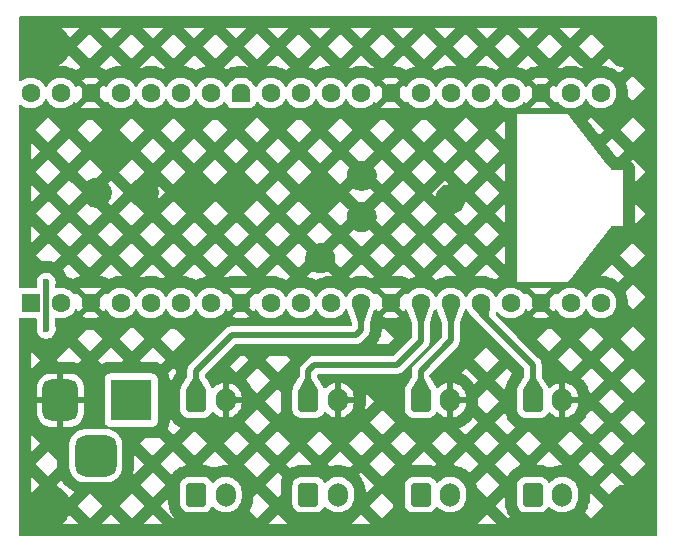
<source format=gbr>
%TF.GenerationSoftware,KiCad,Pcbnew,9.0.2*%
%TF.CreationDate,2025-06-25T21:04:22+02:00*%
%TF.ProjectId,Schrankbeleuchtung,53636872-616e-46b6-9265-6c6575636874,rev?*%
%TF.SameCoordinates,Original*%
%TF.FileFunction,Copper,L2,Bot*%
%TF.FilePolarity,Positive*%
%FSLAX46Y46*%
G04 Gerber Fmt 4.6, Leading zero omitted, Abs format (unit mm)*
G04 Created by KiCad (PCBNEW 9.0.2) date 2025-06-25 21:04:22*
%MOMM*%
%LPD*%
G01*
G04 APERTURE LIST*
G04 Aperture macros list*
%AMRoundRect*
0 Rectangle with rounded corners*
0 $1 Rounding radius*
0 $2 $3 $4 $5 $6 $7 $8 $9 X,Y pos of 4 corners*
0 Add a 4 corners polygon primitive as box body*
4,1,4,$2,$3,$4,$5,$6,$7,$8,$9,$2,$3,0*
0 Add four circle primitives for the rounded corners*
1,1,$1+$1,$2,$3*
1,1,$1+$1,$4,$5*
1,1,$1+$1,$6,$7*
1,1,$1+$1,$8,$9*
0 Add four rect primitives between the rounded corners*
20,1,$1+$1,$2,$3,$4,$5,0*
20,1,$1+$1,$4,$5,$6,$7,0*
20,1,$1+$1,$6,$7,$8,$9,0*
20,1,$1+$1,$8,$9,$2,$3,0*%
%AMFreePoly0*
4,1,37,0.603843,0.796157,0.639018,0.796157,0.711114,0.766294,0.766294,0.711114,0.796157,0.639018,0.796157,0.603843,0.800000,0.600000,0.800000,-0.600000,0.796157,-0.603843,0.796157,-0.639018,0.766294,-0.711114,0.711114,-0.766294,0.639018,-0.796157,0.603843,-0.796157,0.600000,-0.800000,0.000000,-0.800000,0.000000,-0.796148,-0.078414,-0.796148,-0.232228,-0.765552,-0.377117,-0.705537,
-0.507515,-0.618408,-0.618408,-0.507515,-0.705537,-0.377117,-0.765552,-0.232228,-0.796148,-0.078414,-0.796148,0.078414,-0.765552,0.232228,-0.705537,0.377117,-0.618408,0.507515,-0.507515,0.618408,-0.377117,0.705537,-0.232228,0.765552,-0.078414,0.796148,0.000000,0.796148,0.000000,0.800000,0.600000,0.800000,0.603843,0.796157,0.603843,0.796157,$1*%
%AMFreePoly1*
4,1,37,0.000000,0.796148,0.078414,0.796148,0.232228,0.765552,0.377117,0.705537,0.507515,0.618408,0.618408,0.507515,0.705537,0.377117,0.765552,0.232228,0.796148,0.078414,0.796148,-0.078414,0.765552,-0.232228,0.705537,-0.377117,0.618408,-0.507515,0.507515,-0.618408,0.377117,-0.705537,0.232228,-0.765552,0.078414,-0.796148,0.000000,-0.796148,0.000000,-0.800000,-0.600000,-0.800000,
-0.603843,-0.796157,-0.639018,-0.796157,-0.711114,-0.766294,-0.766294,-0.711114,-0.796157,-0.639018,-0.796157,-0.603843,-0.800000,-0.600000,-0.800000,0.600000,-0.796157,0.603843,-0.796157,0.639018,-0.766294,0.711114,-0.711114,0.766294,-0.639018,0.796157,-0.603843,0.796157,-0.600000,0.800000,0.000000,0.800000,0.000000,0.796148,0.000000,0.796148,$1*%
G04 Aperture macros list end*
%TA.AperFunction,ComponentPad*%
%ADD10RoundRect,0.250000X-0.600000X-0.750000X0.600000X-0.750000X0.600000X0.750000X-0.600000X0.750000X0*%
%TD*%
%TA.AperFunction,ComponentPad*%
%ADD11O,1.700000X2.000000*%
%TD*%
%TA.AperFunction,ComponentPad*%
%ADD12R,3.500000X3.500000*%
%TD*%
%TA.AperFunction,ComponentPad*%
%ADD13RoundRect,0.750000X-0.750000X-1.000000X0.750000X-1.000000X0.750000X1.000000X-0.750000X1.000000X0*%
%TD*%
%TA.AperFunction,ComponentPad*%
%ADD14RoundRect,0.875000X-0.875000X-0.875000X0.875000X-0.875000X0.875000X0.875000X-0.875000X0.875000X0*%
%TD*%
%TA.AperFunction,ComponentPad*%
%ADD15C,3.500000*%
%TD*%
%TA.AperFunction,ComponentPad*%
%ADD16RoundRect,0.200000X0.600000X-0.600000X0.600000X0.600000X-0.600000X0.600000X-0.600000X-0.600000X0*%
%TD*%
%TA.AperFunction,ComponentPad*%
%ADD17C,1.600000*%
%TD*%
%TA.AperFunction,ComponentPad*%
%ADD18FreePoly0,90.000000*%
%TD*%
%TA.AperFunction,ComponentPad*%
%ADD19FreePoly1,90.000000*%
%TD*%
%TA.AperFunction,ViaPad*%
%ADD20C,0.600000*%
%TD*%
%TA.AperFunction,Conductor*%
%ADD21C,0.500000*%
%TD*%
G04 APERTURE END LIST*
D10*
%TO.P,J4,1,Pin_1*%
%TO.N,+12V*%
X79500000Y-86000000D03*
D11*
%TO.P,J4,2,Pin_2*%
%TO.N,Net-(J4-Pin_2)*%
X82000000Y-86000000D03*
%TD*%
D12*
%TO.P,J1,1*%
%TO.N,+12V*%
X55000000Y-78000000D03*
D13*
%TO.P,J1,2*%
%TO.N,GND*%
X49000000Y-78000000D03*
D14*
%TO.P,J1,3*%
%TO.N,unconnected-(J1-Pad3)*%
X52000000Y-82700000D03*
%TD*%
D15*
%TO.P,H3,1,1*%
%TO.N,GND*%
X97000000Y-48000000D03*
%TD*%
%TO.P,H1,1,1*%
%TO.N,GND*%
X48000000Y-87000000D03*
%TD*%
D10*
%TO.P,J9,1,Pin_1*%
%TO.N,/GPIO09*%
X89000000Y-78000000D03*
D11*
%TO.P,J9,2,Pin_2*%
%TO.N,GND*%
X91500000Y-78000000D03*
%TD*%
D10*
%TO.P,J6,1,Pin_1*%
%TO.N,/GPIO06*%
X60500000Y-78000000D03*
D11*
%TO.P,J6,2,Pin_2*%
%TO.N,GND*%
X63000000Y-78000000D03*
%TD*%
D15*
%TO.P,H4,1,1*%
%TO.N,GND*%
X48000000Y-48000000D03*
%TD*%
D10*
%TO.P,J5,1,Pin_1*%
%TO.N,+12V*%
X89000000Y-86000000D03*
D11*
%TO.P,J5,2,Pin_2*%
%TO.N,Net-(J5-Pin_2)*%
X91500000Y-86000000D03*
%TD*%
D10*
%TO.P,J3,1,Pin_1*%
%TO.N,+12V*%
X70000000Y-86000000D03*
D11*
%TO.P,J3,2,Pin_2*%
%TO.N,Net-(J3-Pin_2)*%
X72500000Y-86000000D03*
%TD*%
D10*
%TO.P,J8,1,Pin_1*%
%TO.N,/GPIO08*%
X79500000Y-78000000D03*
D11*
%TO.P,J8,2,Pin_2*%
%TO.N,GND*%
X82000000Y-78000000D03*
%TD*%
D16*
%TO.P,A1,1,GPIO0*%
%TO.N,unconnected-(A1-GPIO0-Pad1)*%
X46500000Y-69780000D03*
D17*
%TO.P,A1,2,GPIO1*%
%TO.N,unconnected-(A1-GPIO1-Pad2)*%
X49040000Y-69780000D03*
D18*
%TO.P,A1,3,GND*%
%TO.N,GND*%
X51580000Y-69780000D03*
D17*
%TO.P,A1,4,GPIO2*%
%TO.N,/GPIO02*%
X54120000Y-69780000D03*
%TO.P,A1,5,GPIO3*%
%TO.N,/GPIO03*%
X56660000Y-69780000D03*
%TO.P,A1,6,GPIO4*%
%TO.N,/GPIO04*%
X59200000Y-69780000D03*
%TO.P,A1,7,GPIO5*%
%TO.N,/GPIO05*%
X61740000Y-69780000D03*
D18*
%TO.P,A1,8,GND*%
%TO.N,GND*%
X64280000Y-69780000D03*
D17*
%TO.P,A1,9,GPIO6*%
%TO.N,unconnected-(A1-GPIO6-Pad9)*%
X66820000Y-69780000D03*
%TO.P,A1,10,GPIO7*%
%TO.N,unconnected-(A1-GPIO7-Pad10)*%
X69360000Y-69780000D03*
%TO.P,A1,11,GPIO8*%
%TO.N,unconnected-(A1-GPIO8-Pad11)*%
X71900000Y-69780000D03*
%TO.P,A1,12,GPIO9*%
%TO.N,/GPIO06*%
X74440000Y-69780000D03*
D18*
%TO.P,A1,13,GND*%
%TO.N,GND*%
X76980000Y-69780000D03*
D17*
%TO.P,A1,14,GPIO10*%
%TO.N,/GPIO07*%
X79520000Y-69780000D03*
%TO.P,A1,15,GPIO11*%
%TO.N,/GPIO08*%
X82060000Y-69780000D03*
%TO.P,A1,16,GPIO12*%
%TO.N,/GPIO09*%
X84600000Y-69780000D03*
%TO.P,A1,17,GPIO13*%
%TO.N,unconnected-(A1-GPIO13-Pad17)*%
X87140000Y-69780000D03*
D18*
%TO.P,A1,18,GND*%
%TO.N,GND*%
X89680000Y-69780000D03*
D17*
%TO.P,A1,19,GPIO14*%
%TO.N,unconnected-(A1-GPIO14-Pad19)*%
X92220000Y-69780000D03*
%TO.P,A1,20,GPIO15*%
%TO.N,unconnected-(A1-GPIO15-Pad20)*%
X94760000Y-69780000D03*
%TO.P,A1,21,GPIO16*%
%TO.N,unconnected-(A1-GPIO16-Pad21)*%
X94760000Y-52000000D03*
%TO.P,A1,22,GPIO17*%
%TO.N,unconnected-(A1-GPIO17-Pad22)*%
X92220000Y-52000000D03*
D19*
%TO.P,A1,23,GND*%
%TO.N,GND*%
X89680000Y-52000000D03*
D17*
%TO.P,A1,24,GPIO18*%
%TO.N,unconnected-(A1-GPIO18-Pad24)*%
X87140000Y-52000000D03*
%TO.P,A1,25,GPIO19*%
%TO.N,unconnected-(A1-GPIO19-Pad25)*%
X84600000Y-52000000D03*
%TO.P,A1,26,GPIO20*%
%TO.N,unconnected-(A1-GPIO20-Pad26)*%
X82060000Y-52000000D03*
%TO.P,A1,27,GPIO21*%
%TO.N,unconnected-(A1-GPIO21-Pad27)*%
X79520000Y-52000000D03*
D19*
%TO.P,A1,28,GND*%
%TO.N,GND*%
X76980000Y-52000000D03*
D17*
%TO.P,A1,29,GPIO22*%
%TO.N,unconnected-(A1-GPIO22-Pad29)*%
X74440000Y-52000000D03*
%TO.P,A1,30,RUN*%
%TO.N,unconnected-(A1-RUN-Pad30)*%
X71900000Y-52000000D03*
%TO.P,A1,31,GPIO26_ADC0*%
%TO.N,unconnected-(A1-GPIO26_ADC0-Pad31)*%
X69360000Y-52000000D03*
%TO.P,A1,32,GPIO27_ADC1*%
%TO.N,unconnected-(A1-GPIO27_ADC1-Pad32)*%
X66820000Y-52000000D03*
D19*
%TO.P,A1,33,AGND*%
%TO.N,unconnected-(A1-AGND-Pad33)*%
X64280000Y-52000000D03*
D17*
%TO.P,A1,34,GPIO28_ADC2*%
%TO.N,unconnected-(A1-GPIO28_ADC2-Pad34)*%
X61740000Y-52000000D03*
%TO.P,A1,35,ADC_VREF*%
%TO.N,unconnected-(A1-ADC_VREF-Pad35)*%
X59200000Y-52000000D03*
%TO.P,A1,36,3V3*%
%TO.N,+3.3V*%
X56660000Y-52000000D03*
%TO.P,A1,37,3V3_EN*%
%TO.N,unconnected-(A1-3V3_EN-Pad37)*%
X54120000Y-52000000D03*
D19*
%TO.P,A1,38,GND*%
%TO.N,GND*%
X51580000Y-52000000D03*
D17*
%TO.P,A1,39,VSYS*%
%TO.N,+5V*%
X49040000Y-52000000D03*
%TO.P,A1,40,VBUS*%
%TO.N,unconnected-(A1-VBUS-Pad40)*%
X46500000Y-52000000D03*
%TD*%
D10*
%TO.P,J7,1,Pin_1*%
%TO.N,/GPIO07*%
X70000000Y-78000000D03*
D11*
%TO.P,J7,2,Pin_2*%
%TO.N,GND*%
X72500000Y-78000000D03*
%TD*%
D15*
%TO.P,H2,1,1*%
%TO.N,GND*%
X97000000Y-87000000D03*
%TD*%
D10*
%TO.P,J2,1,Pin_1*%
%TO.N,+12V*%
X60500000Y-86000000D03*
D11*
%TO.P,J2,2,Pin_2*%
%TO.N,Net-(J2-Pin_2)*%
X63000000Y-86000000D03*
%TD*%
D20*
%TO.N,GND*%
X56062501Y-60437499D03*
X53000000Y-56500000D03*
X74500000Y-58999998D03*
X52062501Y-60437499D03*
X71500000Y-60500000D03*
X74500000Y-62500000D03*
X82000000Y-61000000D03*
X64062501Y-60437499D03*
X60062501Y-60437499D03*
X71000000Y-66000000D03*
%TO.N,+12V*%
X47789000Y-72000000D03*
X47789000Y-68000000D03*
%TD*%
D21*
%TO.N,/GPIO07*%
X70500000Y-75000000D02*
X70000000Y-75500000D01*
X77500000Y-75000000D02*
X70500000Y-75000000D01*
X70000000Y-75500000D02*
X70000000Y-78000000D01*
X79520000Y-69780000D02*
X79520000Y-72980000D01*
X79520000Y-72980000D02*
X77500000Y-75000000D01*
%TO.N,/GPIO09*%
X89000000Y-78000000D02*
X89000000Y-75000000D01*
X89000000Y-75000000D02*
X84600000Y-70600000D01*
X84600000Y-70600000D02*
X84600000Y-69780000D01*
%TO.N,/GPIO06*%
X63500000Y-72500000D02*
X74000000Y-72500000D01*
X74440000Y-72060000D02*
X74440000Y-69780000D01*
X60500000Y-75500000D02*
X63500000Y-72500000D01*
X74000000Y-72500000D02*
X74440000Y-72060000D01*
X60500000Y-78000000D02*
X60500000Y-75500000D01*
%TO.N,/GPIO08*%
X79500000Y-75500000D02*
X82060000Y-72940000D01*
X82060000Y-72940000D02*
X82060000Y-69780000D01*
X79500000Y-78000000D02*
X79500000Y-75500000D01*
%TO.N,+12V*%
X47789000Y-72000000D02*
X47789000Y-68000000D01*
%TD*%
%TA.AperFunction,Conductor*%
%TO.N,GND*%
G36*
X99442539Y-45520185D02*
G01*
X99488294Y-45572989D01*
X99499500Y-45624500D01*
X99499500Y-89375500D01*
X99479815Y-89442539D01*
X99427011Y-89488294D01*
X99375500Y-89499500D01*
X45624500Y-89499500D01*
X45557461Y-89479815D01*
X45511706Y-89427011D01*
X45500500Y-89375500D01*
X45500500Y-88501500D01*
X49121589Y-88501500D01*
X50585545Y-88501500D01*
X52420337Y-88501500D01*
X54121079Y-88501500D01*
X55955871Y-88501500D01*
X57656613Y-88501500D01*
X66562473Y-88501500D01*
X68263215Y-88501500D01*
X73633541Y-88501500D01*
X75334282Y-88501500D01*
X84240142Y-88501500D01*
X85940884Y-88501500D01*
X85090513Y-87651129D01*
X84240142Y-88501500D01*
X75334282Y-88501500D01*
X74483911Y-87651129D01*
X73633541Y-88501500D01*
X68263215Y-88501500D01*
X67412844Y-87651129D01*
X66562473Y-88501500D01*
X57656613Y-88501500D01*
X56806242Y-87651129D01*
X55955871Y-88501500D01*
X54121079Y-88501500D01*
X53270708Y-87651129D01*
X52420337Y-88501500D01*
X50585545Y-88501500D01*
X49751806Y-87667761D01*
X49687456Y-87823119D01*
X49680282Y-87837666D01*
X49565581Y-88036334D01*
X49556570Y-88049820D01*
X49416919Y-88231817D01*
X49406224Y-88244012D01*
X49244012Y-88406224D01*
X49231817Y-88416919D01*
X49121589Y-88501500D01*
X45500500Y-88501500D01*
X45500500Y-86945437D01*
X50440866Y-86945437D01*
X51502941Y-88007512D01*
X52565016Y-86945437D01*
X53976400Y-86945437D01*
X55038475Y-88007512D01*
X56100550Y-86945437D01*
X56100549Y-86945436D01*
X57511933Y-86945436D01*
X58574008Y-88007511D01*
X58629384Y-87952136D01*
X58581061Y-87903813D01*
X58576113Y-87898569D01*
X58547102Y-87865971D01*
X58542464Y-87860444D01*
X58506434Y-87814877D01*
X58502128Y-87809093D01*
X58477087Y-87773333D01*
X58473121Y-87767303D01*
X58350519Y-87568532D01*
X58346912Y-87562285D01*
X58326194Y-87523860D01*
X58322956Y-87517413D01*
X58298409Y-87464768D01*
X58295553Y-87458146D01*
X58279444Y-87417596D01*
X58276978Y-87410820D01*
X58204091Y-87190863D01*
X58202139Y-87184386D01*
X58191401Y-87144884D01*
X58189805Y-87138309D01*
X58178407Y-87085055D01*
X58177173Y-87078411D01*
X58170804Y-87038006D01*
X58169934Y-87031299D01*
X58155376Y-86888787D01*
X58155095Y-86885639D01*
X58153639Y-86866595D01*
X58153438Y-86863449D01*
X58152146Y-86838080D01*
X58152026Y-86834926D01*
X58151541Y-86815856D01*
X58151501Y-86812703D01*
X58151500Y-86305869D01*
X57511933Y-86945436D01*
X56100549Y-86945436D01*
X55038475Y-85883362D01*
X53976400Y-86945437D01*
X52565016Y-86945437D01*
X51568079Y-85948500D01*
X51437803Y-85948500D01*
X50440866Y-86945437D01*
X45500500Y-86945437D01*
X45500500Y-85878411D01*
X46498500Y-85878411D01*
X46583081Y-85768183D01*
X46593776Y-85755988D01*
X46755988Y-85593776D01*
X46768183Y-85583081D01*
X46950180Y-85443430D01*
X46963666Y-85434419D01*
X47061381Y-85378002D01*
X47261714Y-85177669D01*
X48673098Y-85177669D01*
X48797262Y-85301833D01*
X48823120Y-85312544D01*
X48837666Y-85319718D01*
X49036334Y-85434419D01*
X49049820Y-85443430D01*
X49231817Y-85583081D01*
X49244012Y-85593776D01*
X49406224Y-85755988D01*
X49416919Y-85768183D01*
X49556570Y-85950180D01*
X49565581Y-85963666D01*
X49680282Y-86162334D01*
X49687456Y-86176882D01*
X49698164Y-86202735D01*
X49735173Y-86239744D01*
X50208789Y-85766128D01*
X50157614Y-85746816D01*
X50152729Y-85744853D01*
X50123435Y-85732353D01*
X50118637Y-85730184D01*
X50080398Y-85711911D01*
X50075701Y-85709543D01*
X50047579Y-85694608D01*
X50042982Y-85692040D01*
X49804492Y-85552088D01*
X49800010Y-85549328D01*
X49773257Y-85532062D01*
X49768897Y-85529116D01*
X49734296Y-85504645D01*
X49730062Y-85501513D01*
X49704863Y-85482035D01*
X49700768Y-85478728D01*
X49489355Y-85300481D01*
X49485402Y-85297003D01*
X49461948Y-85275460D01*
X49458149Y-85271818D01*
X49428182Y-85241851D01*
X49424540Y-85238052D01*
X49402997Y-85214598D01*
X49399519Y-85210645D01*
X49371717Y-85177670D01*
X55744167Y-85177670D01*
X56806242Y-86239745D01*
X57846004Y-85199983D01*
X59149500Y-85199983D01*
X59149500Y-86800001D01*
X59149501Y-86800018D01*
X59160000Y-86902796D01*
X59160001Y-86902799D01*
X59204805Y-87038006D01*
X59215186Y-87069334D01*
X59307288Y-87218656D01*
X59431344Y-87342712D01*
X59580666Y-87434814D01*
X59747203Y-87489999D01*
X59849991Y-87500500D01*
X61150008Y-87500499D01*
X61252797Y-87489999D01*
X61419334Y-87434814D01*
X61568656Y-87342712D01*
X61692712Y-87218656D01*
X61784814Y-87069334D01*
X61784814Y-87069331D01*
X61788178Y-87063879D01*
X61840126Y-87017154D01*
X61909088Y-87005931D01*
X61973170Y-87033774D01*
X61981398Y-87041294D01*
X62120213Y-87180109D01*
X62292179Y-87305048D01*
X62292181Y-87305049D01*
X62292184Y-87305051D01*
X62481588Y-87401557D01*
X62683757Y-87467246D01*
X62893713Y-87500500D01*
X62893714Y-87500500D01*
X63106286Y-87500500D01*
X63106287Y-87500500D01*
X63316243Y-87467246D01*
X63518412Y-87401557D01*
X63575357Y-87372542D01*
X65010107Y-87372542D01*
X65645077Y-88007512D01*
X66707152Y-86945437D01*
X65645077Y-85883362D01*
X65348500Y-86179939D01*
X65348500Y-86275897D01*
X65348404Y-86280769D01*
X65347246Y-86310221D01*
X65346959Y-86315086D01*
X65343881Y-86354165D01*
X65343404Y-86359003D01*
X65339944Y-86388236D01*
X65339277Y-86393059D01*
X65299892Y-86641728D01*
X65299036Y-86646523D01*
X65293287Y-86675423D01*
X65292242Y-86680183D01*
X65283089Y-86718300D01*
X65281862Y-86723005D01*
X65273869Y-86751347D01*
X65272455Y-86756007D01*
X65194658Y-86995440D01*
X65193064Y-87000037D01*
X65182879Y-87027647D01*
X65181107Y-87032175D01*
X65166109Y-87068392D01*
X65164154Y-87072861D01*
X65151811Y-87099636D01*
X65149686Y-87104019D01*
X65035378Y-87328361D01*
X65033083Y-87332654D01*
X65018693Y-87358350D01*
X65016231Y-87362550D01*
X65010107Y-87372542D01*
X63575357Y-87372542D01*
X63707816Y-87305051D01*
X63729789Y-87289086D01*
X63879786Y-87180109D01*
X63879788Y-87180106D01*
X63879792Y-87180104D01*
X64030104Y-87029792D01*
X64030106Y-87029788D01*
X64030109Y-87029786D01*
X64155048Y-86857820D01*
X64155047Y-86857820D01*
X64155051Y-86857816D01*
X64251557Y-86668412D01*
X64317246Y-86466243D01*
X64350500Y-86256287D01*
X64350500Y-85743713D01*
X64317246Y-85533757D01*
X64251557Y-85331588D01*
X64173132Y-85177670D01*
X66350769Y-85177670D01*
X67412843Y-86239744D01*
X67651500Y-86001088D01*
X67651500Y-85199983D01*
X68649500Y-85199983D01*
X68649500Y-86800001D01*
X68649501Y-86800018D01*
X68660000Y-86902796D01*
X68660001Y-86902799D01*
X68704805Y-87038006D01*
X68715186Y-87069334D01*
X68807288Y-87218656D01*
X68931344Y-87342712D01*
X69080666Y-87434814D01*
X69247203Y-87489999D01*
X69349991Y-87500500D01*
X70650008Y-87500499D01*
X70752797Y-87489999D01*
X70919334Y-87434814D01*
X71068656Y-87342712D01*
X71192712Y-87218656D01*
X71284814Y-87069334D01*
X71284814Y-87069331D01*
X71288178Y-87063879D01*
X71340126Y-87017154D01*
X71409088Y-87005931D01*
X71473170Y-87033774D01*
X71481398Y-87041294D01*
X71620213Y-87180109D01*
X71792179Y-87305048D01*
X71792181Y-87305049D01*
X71792184Y-87305051D01*
X71981588Y-87401557D01*
X72183757Y-87467246D01*
X72393713Y-87500500D01*
X72393714Y-87500500D01*
X72606286Y-87500500D01*
X72606287Y-87500500D01*
X72816243Y-87467246D01*
X73018412Y-87401557D01*
X73207816Y-87305051D01*
X73229789Y-87289086D01*
X73379786Y-87180109D01*
X73379788Y-87180106D01*
X73379792Y-87180104D01*
X73530104Y-87029792D01*
X73530106Y-87029788D01*
X73530109Y-87029786D01*
X73591391Y-86945437D01*
X75189604Y-86945437D01*
X76251678Y-88007511D01*
X77177737Y-87081451D01*
X77177173Y-87078411D01*
X77170804Y-87038006D01*
X77169934Y-87031299D01*
X77155376Y-86888787D01*
X77155095Y-86885639D01*
X77153639Y-86866595D01*
X77153438Y-86863449D01*
X77152146Y-86838080D01*
X77152026Y-86834926D01*
X77151541Y-86815856D01*
X77151501Y-86812705D01*
X77151500Y-86783184D01*
X76251678Y-85883362D01*
X75189604Y-86945437D01*
X73591391Y-86945437D01*
X73655048Y-86857820D01*
X73655047Y-86857820D01*
X73655051Y-86857816D01*
X73751557Y-86668412D01*
X73817246Y-86466243D01*
X73850500Y-86256287D01*
X73850500Y-85743713D01*
X73817246Y-85533757D01*
X73751557Y-85331588D01*
X73655051Y-85142184D01*
X73655049Y-85142181D01*
X73655048Y-85142179D01*
X73530109Y-84970213D01*
X73379786Y-84819890D01*
X73207820Y-84694951D01*
X73018414Y-84598444D01*
X73018413Y-84598443D01*
X73018412Y-84598443D01*
X72816243Y-84532754D01*
X72816241Y-84532753D01*
X72816240Y-84532753D01*
X72654957Y-84507208D01*
X72606287Y-84499500D01*
X72393713Y-84499500D01*
X72345042Y-84507208D01*
X72183760Y-84532753D01*
X71981585Y-84598444D01*
X71792179Y-84694951D01*
X71620215Y-84819889D01*
X71481398Y-84958706D01*
X71420075Y-84992190D01*
X71350383Y-84987206D01*
X71294450Y-84945334D01*
X71288178Y-84936120D01*
X71263128Y-84895508D01*
X71192712Y-84781344D01*
X71068656Y-84657288D01*
X70935946Y-84575432D01*
X70919336Y-84565187D01*
X70919331Y-84565185D01*
X70876949Y-84551141D01*
X70752797Y-84510001D01*
X70752795Y-84510000D01*
X70650010Y-84499500D01*
X69349998Y-84499500D01*
X69349981Y-84499501D01*
X69247203Y-84510000D01*
X69247200Y-84510001D01*
X69080668Y-84565185D01*
X69080663Y-84565187D01*
X68931342Y-84657289D01*
X68807289Y-84781342D01*
X68715187Y-84930663D01*
X68715185Y-84930668D01*
X68702083Y-84970208D01*
X68660001Y-85097203D01*
X68660001Y-85097204D01*
X68660000Y-85097204D01*
X68649500Y-85199983D01*
X67651500Y-85199983D01*
X67651500Y-85187296D01*
X67651540Y-85184144D01*
X67652025Y-85165073D01*
X67652145Y-85161918D01*
X67653437Y-85136548D01*
X67653638Y-85133398D01*
X67655095Y-85114349D01*
X67655376Y-85111204D01*
X67669936Y-84968681D01*
X67670807Y-84961972D01*
X67677181Y-84921543D01*
X67678416Y-84914892D01*
X67689818Y-84861641D01*
X67691413Y-84855074D01*
X67702144Y-84815600D01*
X67704095Y-84809125D01*
X67776977Y-84589182D01*
X67779444Y-84582404D01*
X67795554Y-84541853D01*
X67798409Y-84535234D01*
X67809244Y-84511995D01*
X67613082Y-84315833D01*
X74283672Y-84315833D01*
X74301683Y-84336919D01*
X74304773Y-84340684D01*
X74323032Y-84363843D01*
X74325975Y-84367731D01*
X74473974Y-84571435D01*
X74476760Y-84575432D01*
X74493126Y-84599927D01*
X74495750Y-84604027D01*
X74516231Y-84637450D01*
X74518693Y-84641650D01*
X74533083Y-84667346D01*
X74535378Y-84671639D01*
X74649686Y-84895981D01*
X74651811Y-84900364D01*
X74664154Y-84927139D01*
X74666109Y-84931608D01*
X74681107Y-84967825D01*
X74682879Y-84972353D01*
X74693064Y-84999963D01*
X74694658Y-85004560D01*
X74772455Y-85243993D01*
X74773869Y-85248653D01*
X74781862Y-85276995D01*
X74783089Y-85281700D01*
X74792242Y-85319817D01*
X74793287Y-85324577D01*
X74799036Y-85353477D01*
X74799892Y-85358272D01*
X74839277Y-85606941D01*
X74839944Y-85611764D01*
X74843404Y-85640997D01*
X74843881Y-85645835D01*
X74846959Y-85684914D01*
X74847246Y-85689779D01*
X74848404Y-85719231D01*
X74848500Y-85724103D01*
X74848500Y-85875156D01*
X75523672Y-85199983D01*
X78149500Y-85199983D01*
X78149500Y-86800001D01*
X78149501Y-86800018D01*
X78160000Y-86902796D01*
X78160001Y-86902799D01*
X78204805Y-87038006D01*
X78215186Y-87069334D01*
X78307288Y-87218656D01*
X78431344Y-87342712D01*
X78580666Y-87434814D01*
X78747203Y-87489999D01*
X78849991Y-87500500D01*
X80150008Y-87500499D01*
X80252797Y-87489999D01*
X80419334Y-87434814D01*
X80568656Y-87342712D01*
X80692712Y-87218656D01*
X80784814Y-87069334D01*
X80784814Y-87069331D01*
X80788178Y-87063879D01*
X80840126Y-87017154D01*
X80909088Y-87005931D01*
X80973170Y-87033774D01*
X80981398Y-87041294D01*
X81120213Y-87180109D01*
X81292179Y-87305048D01*
X81292181Y-87305049D01*
X81292184Y-87305051D01*
X81481588Y-87401557D01*
X81683757Y-87467246D01*
X81893713Y-87500500D01*
X81893714Y-87500500D01*
X82106286Y-87500500D01*
X82106287Y-87500500D01*
X82316243Y-87467246D01*
X82518412Y-87401557D01*
X82707816Y-87305051D01*
X82729789Y-87289086D01*
X82879786Y-87180109D01*
X82879788Y-87180106D01*
X82879792Y-87180104D01*
X83030104Y-87029792D01*
X83030106Y-87029788D01*
X83030109Y-87029786D01*
X83091392Y-86945436D01*
X85796204Y-86945436D01*
X86858280Y-88007512D01*
X87026075Y-87839716D01*
X87006434Y-87814877D01*
X87002128Y-87809093D01*
X86977087Y-87773333D01*
X86973121Y-87767303D01*
X86850519Y-87568532D01*
X86846912Y-87562285D01*
X86826194Y-87523860D01*
X86822956Y-87517413D01*
X86798409Y-87464768D01*
X86795553Y-87458146D01*
X86779444Y-87417596D01*
X86776978Y-87410820D01*
X86704091Y-87190863D01*
X86702139Y-87184386D01*
X86691401Y-87144884D01*
X86689805Y-87138309D01*
X86678407Y-87085055D01*
X86677173Y-87078411D01*
X86670804Y-87038006D01*
X86669934Y-87031299D01*
X86655376Y-86888787D01*
X86655095Y-86885639D01*
X86653639Y-86866595D01*
X86653438Y-86863449D01*
X86652146Y-86838080D01*
X86652026Y-86834926D01*
X86651541Y-86815856D01*
X86651501Y-86812703D01*
X86651500Y-86090140D01*
X85796204Y-86945436D01*
X83091392Y-86945436D01*
X83155048Y-86857820D01*
X83155047Y-86857820D01*
X83155051Y-86857816D01*
X83251557Y-86668412D01*
X83317246Y-86466243D01*
X83350500Y-86256287D01*
X83350500Y-85743713D01*
X83317246Y-85533757D01*
X83251557Y-85331588D01*
X83155051Y-85142184D01*
X83155049Y-85142181D01*
X83155048Y-85142179D01*
X83058840Y-85009759D01*
X84196347Y-85009759D01*
X84272455Y-85243993D01*
X84273869Y-85248653D01*
X84281862Y-85276995D01*
X84283089Y-85281700D01*
X84292242Y-85319817D01*
X84293287Y-85324577D01*
X84299036Y-85353477D01*
X84299892Y-85358272D01*
X84316989Y-85466221D01*
X85090513Y-86239745D01*
X86130275Y-85199983D01*
X87649500Y-85199983D01*
X87649500Y-86800001D01*
X87649501Y-86800018D01*
X87660000Y-86902796D01*
X87660001Y-86902799D01*
X87704805Y-87038006D01*
X87715186Y-87069334D01*
X87807288Y-87218656D01*
X87931344Y-87342712D01*
X88080666Y-87434814D01*
X88247203Y-87489999D01*
X88349991Y-87500500D01*
X89650008Y-87500499D01*
X89752797Y-87489999D01*
X89919334Y-87434814D01*
X90068656Y-87342712D01*
X90192712Y-87218656D01*
X90284814Y-87069334D01*
X90284814Y-87069331D01*
X90288178Y-87063879D01*
X90340126Y-87017154D01*
X90409088Y-87005931D01*
X90473170Y-87033774D01*
X90481398Y-87041294D01*
X90620213Y-87180109D01*
X90792179Y-87305048D01*
X90792181Y-87305049D01*
X90792184Y-87305051D01*
X90981588Y-87401557D01*
X91183757Y-87467246D01*
X91393713Y-87500500D01*
X91393714Y-87500500D01*
X91606286Y-87500500D01*
X91606287Y-87500500D01*
X91608579Y-87500137D01*
X93421973Y-87500137D01*
X93929348Y-88007512D01*
X94991423Y-86945437D01*
X93929348Y-85883362D01*
X93848500Y-85964210D01*
X93848500Y-86275897D01*
X93848404Y-86280769D01*
X93847246Y-86310221D01*
X93846959Y-86315086D01*
X93843881Y-86354165D01*
X93843404Y-86359003D01*
X93839944Y-86388236D01*
X93839277Y-86393059D01*
X93799892Y-86641728D01*
X93799036Y-86646523D01*
X93793287Y-86675423D01*
X93792242Y-86680183D01*
X93783089Y-86718300D01*
X93781862Y-86723005D01*
X93773869Y-86751347D01*
X93772455Y-86756007D01*
X93694658Y-86995440D01*
X93693064Y-87000037D01*
X93682879Y-87027647D01*
X93681107Y-87032175D01*
X93666109Y-87068392D01*
X93664154Y-87072861D01*
X93651811Y-87099636D01*
X93649686Y-87104019D01*
X93535378Y-87328361D01*
X93533083Y-87332654D01*
X93518693Y-87358350D01*
X93516231Y-87362550D01*
X93495750Y-87395973D01*
X93493126Y-87400073D01*
X93476760Y-87424568D01*
X93473974Y-87428565D01*
X93421973Y-87500137D01*
X91608579Y-87500137D01*
X91816243Y-87467246D01*
X92018412Y-87401557D01*
X92207816Y-87305051D01*
X92229789Y-87289086D01*
X92379786Y-87180109D01*
X92379788Y-87180106D01*
X92379792Y-87180104D01*
X92530104Y-87029792D01*
X92530106Y-87029788D01*
X92530109Y-87029786D01*
X92655048Y-86857820D01*
X92655047Y-86857820D01*
X92655051Y-86857816D01*
X92751557Y-86668412D01*
X92817246Y-86466243D01*
X92850500Y-86256287D01*
X92850500Y-85743713D01*
X92817246Y-85533757D01*
X92751557Y-85331588D01*
X92673132Y-85177670D01*
X94635040Y-85177670D01*
X95429520Y-85972150D01*
X95434419Y-85963665D01*
X95443430Y-85950180D01*
X95583081Y-85768183D01*
X95593776Y-85755988D01*
X95755988Y-85593776D01*
X95768183Y-85583081D01*
X95950180Y-85443430D01*
X95963666Y-85434419D01*
X96162334Y-85319718D01*
X96176881Y-85312544D01*
X96388821Y-85224756D01*
X96404180Y-85219542D01*
X96625765Y-85160168D01*
X96641673Y-85157004D01*
X96727256Y-85145736D01*
X95697115Y-84115595D01*
X94635040Y-85177670D01*
X92673132Y-85177670D01*
X92655051Y-85142184D01*
X92655049Y-85142181D01*
X92655048Y-85142179D01*
X92530109Y-84970213D01*
X92379786Y-84819890D01*
X92207820Y-84694951D01*
X92018414Y-84598444D01*
X92018413Y-84598443D01*
X92018412Y-84598443D01*
X91816243Y-84532754D01*
X91816241Y-84532753D01*
X91816240Y-84532753D01*
X91654957Y-84507208D01*
X91606287Y-84499500D01*
X91393713Y-84499500D01*
X91345042Y-84507208D01*
X91183760Y-84532753D01*
X90981585Y-84598444D01*
X90792179Y-84694951D01*
X90620215Y-84819889D01*
X90481398Y-84958706D01*
X90420075Y-84992190D01*
X90350383Y-84987206D01*
X90294450Y-84945334D01*
X90288178Y-84936120D01*
X90263128Y-84895508D01*
X90192712Y-84781344D01*
X90068656Y-84657288D01*
X89935946Y-84575432D01*
X89919336Y-84565187D01*
X89919331Y-84565185D01*
X89876949Y-84551141D01*
X89752797Y-84510001D01*
X89752795Y-84510000D01*
X89650010Y-84499500D01*
X88349998Y-84499500D01*
X88349981Y-84499501D01*
X88247203Y-84510000D01*
X88247200Y-84510001D01*
X88080668Y-84565185D01*
X88080663Y-84565187D01*
X87931342Y-84657289D01*
X87807289Y-84781342D01*
X87715187Y-84930663D01*
X87715185Y-84930668D01*
X87702083Y-84970208D01*
X87660001Y-85097203D01*
X87660001Y-85097204D01*
X87660000Y-85097204D01*
X87649500Y-85199983D01*
X86130275Y-85199983D01*
X86152588Y-85177670D01*
X85090512Y-84115594D01*
X84196347Y-85009759D01*
X83058840Y-85009759D01*
X83030109Y-84970213D01*
X82879786Y-84819890D01*
X82707820Y-84694951D01*
X82518414Y-84598444D01*
X82518413Y-84598443D01*
X82518412Y-84598443D01*
X82316243Y-84532754D01*
X82316241Y-84532753D01*
X82316240Y-84532753D01*
X82154957Y-84507208D01*
X82106287Y-84499500D01*
X81893713Y-84499500D01*
X81845042Y-84507208D01*
X81683760Y-84532753D01*
X81481585Y-84598444D01*
X81292179Y-84694951D01*
X81120215Y-84819889D01*
X80981398Y-84958706D01*
X80920075Y-84992190D01*
X80850383Y-84987206D01*
X80794450Y-84945334D01*
X80788178Y-84936120D01*
X80763128Y-84895508D01*
X80692712Y-84781344D01*
X80568656Y-84657288D01*
X80435946Y-84575432D01*
X80419336Y-84565187D01*
X80419331Y-84565185D01*
X80376949Y-84551141D01*
X80252797Y-84510001D01*
X80252795Y-84510000D01*
X80150010Y-84499500D01*
X78849998Y-84499500D01*
X78849981Y-84499501D01*
X78747203Y-84510000D01*
X78747200Y-84510001D01*
X78580668Y-84565185D01*
X78580663Y-84565187D01*
X78431342Y-84657289D01*
X78307289Y-84781342D01*
X78215187Y-84930663D01*
X78215185Y-84930668D01*
X78202083Y-84970208D01*
X78160001Y-85097203D01*
X78160001Y-85097204D01*
X78160000Y-85097204D01*
X78149500Y-85199983D01*
X75523672Y-85199983D01*
X75545986Y-85177669D01*
X74483911Y-84115594D01*
X74283672Y-84315833D01*
X67613082Y-84315833D01*
X67412844Y-84115595D01*
X66350769Y-85177670D01*
X64173132Y-85177670D01*
X64155051Y-85142184D01*
X64155049Y-85142181D01*
X64155048Y-85142179D01*
X64030109Y-84970213D01*
X63879786Y-84819890D01*
X63707820Y-84694951D01*
X63518414Y-84598444D01*
X63518413Y-84598443D01*
X63518412Y-84598443D01*
X63316243Y-84532754D01*
X63316241Y-84532753D01*
X63316240Y-84532753D01*
X63154957Y-84507208D01*
X63106287Y-84499500D01*
X62893713Y-84499500D01*
X62845042Y-84507208D01*
X62683760Y-84532753D01*
X62481585Y-84598444D01*
X62292179Y-84694951D01*
X62120215Y-84819889D01*
X61981398Y-84958706D01*
X61920075Y-84992190D01*
X61850383Y-84987206D01*
X61794450Y-84945334D01*
X61788178Y-84936120D01*
X61763128Y-84895508D01*
X61692712Y-84781344D01*
X61568656Y-84657288D01*
X61435946Y-84575432D01*
X61419336Y-84565187D01*
X61419331Y-84565185D01*
X61376949Y-84551141D01*
X61252797Y-84510001D01*
X61252795Y-84510000D01*
X61150010Y-84499500D01*
X59849998Y-84499500D01*
X59849981Y-84499501D01*
X59747203Y-84510000D01*
X59747200Y-84510001D01*
X59580668Y-84565185D01*
X59580663Y-84565187D01*
X59431342Y-84657289D01*
X59307289Y-84781342D01*
X59215187Y-84930663D01*
X59215185Y-84930668D01*
X59202083Y-84970208D01*
X59160001Y-85097203D01*
X59160001Y-85097204D01*
X59160000Y-85097204D01*
X59149500Y-85199983D01*
X57846004Y-85199983D01*
X57868317Y-85177670D01*
X56806242Y-84115595D01*
X55744167Y-85177670D01*
X49371717Y-85177670D01*
X49221272Y-84999232D01*
X49217965Y-84995137D01*
X49198487Y-84969938D01*
X49195355Y-84965704D01*
X49170884Y-84931103D01*
X49167938Y-84926743D01*
X49150672Y-84899990D01*
X49147912Y-84895508D01*
X49076667Y-84774100D01*
X48673098Y-85177669D01*
X47261714Y-85177669D01*
X46498500Y-84414455D01*
X46498500Y-85878411D01*
X45500500Y-85878411D01*
X45500500Y-83409903D01*
X46905332Y-83409903D01*
X47967406Y-84471977D01*
X48751655Y-83687728D01*
X48751543Y-83683462D01*
X48751500Y-83680185D01*
X48751500Y-83131921D01*
X47967407Y-82347828D01*
X46905332Y-83409903D01*
X45500500Y-83409903D01*
X45500500Y-82405351D01*
X46498500Y-82405351D01*
X47172465Y-81731386D01*
X49749500Y-81731386D01*
X49749500Y-83668613D01*
X49749501Y-83668652D01*
X49752295Y-83721243D01*
X49752295Y-83721244D01*
X49786307Y-83897102D01*
X49796755Y-83951126D01*
X49832267Y-84045227D01*
X49879425Y-84170189D01*
X49997929Y-84372131D01*
X49997934Y-84372138D01*
X50148856Y-84551141D01*
X50148858Y-84551143D01*
X50327861Y-84702065D01*
X50327868Y-84702070D01*
X50529810Y-84820574D01*
X50748874Y-84903245D01*
X50978759Y-84947705D01*
X51031378Y-84950500D01*
X51031386Y-84950500D01*
X52968614Y-84950500D01*
X52968622Y-84950500D01*
X53021241Y-84947705D01*
X53251126Y-84903245D01*
X53470190Y-84820574D01*
X53672132Y-84702070D01*
X53851142Y-84551142D01*
X53864555Y-84535234D01*
X53965163Y-84415906D01*
X55094546Y-84415906D01*
X56100550Y-83409903D01*
X57511934Y-83409903D01*
X58420324Y-84318293D01*
X58473121Y-84232697D01*
X58477087Y-84226667D01*
X58502128Y-84190907D01*
X58506434Y-84185123D01*
X58542464Y-84139556D01*
X58547102Y-84134029D01*
X58576113Y-84101431D01*
X58581061Y-84096187D01*
X58746187Y-83931061D01*
X58751431Y-83926113D01*
X58784029Y-83897102D01*
X58789556Y-83892464D01*
X58835123Y-83856434D01*
X58840907Y-83852128D01*
X58876667Y-83827087D01*
X58882697Y-83823121D01*
X59081468Y-83700519D01*
X59087715Y-83696912D01*
X59126140Y-83676194D01*
X59132587Y-83672956D01*
X59185232Y-83648409D01*
X59191854Y-83645553D01*
X59232404Y-83629444D01*
X59239180Y-83626978D01*
X59459137Y-83554091D01*
X59465614Y-83552139D01*
X59504386Y-83541599D01*
X59636082Y-83409903D01*
X61047468Y-83409903D01*
X61139065Y-83501500D01*
X61162704Y-83501500D01*
X61165856Y-83501540D01*
X61184927Y-83502025D01*
X61188082Y-83502145D01*
X61213452Y-83503437D01*
X61216602Y-83503638D01*
X61235651Y-83505095D01*
X61238796Y-83505376D01*
X61381319Y-83519936D01*
X61388028Y-83520807D01*
X61428457Y-83527181D01*
X61435108Y-83528416D01*
X61488359Y-83539818D01*
X61494926Y-83541413D01*
X61534400Y-83552144D01*
X61540875Y-83554095D01*
X61760818Y-83626977D01*
X61767596Y-83629444D01*
X61808147Y-83645554D01*
X61814766Y-83648409D01*
X61867412Y-83672956D01*
X61873860Y-83676194D01*
X61912285Y-83696912D01*
X61918532Y-83700519D01*
X61976005Y-83735968D01*
X62045981Y-83700314D01*
X62050364Y-83698189D01*
X62077139Y-83685846D01*
X62081608Y-83683891D01*
X62117825Y-83668893D01*
X62122353Y-83667121D01*
X62149963Y-83656936D01*
X62154560Y-83655342D01*
X62393993Y-83577545D01*
X62398653Y-83576131D01*
X62426995Y-83568138D01*
X62431700Y-83566911D01*
X62469817Y-83557758D01*
X62474577Y-83556713D01*
X62503477Y-83550964D01*
X62508272Y-83550108D01*
X62756941Y-83510723D01*
X62761764Y-83510056D01*
X62790997Y-83506596D01*
X62795835Y-83506119D01*
X62834914Y-83503041D01*
X62839779Y-83502754D01*
X62869231Y-83501596D01*
X62874103Y-83501500D01*
X63080020Y-83501500D01*
X63171616Y-83409903D01*
X64583002Y-83409903D01*
X65645077Y-84471978D01*
X66707152Y-83409903D01*
X68118536Y-83409903D01*
X68474889Y-83766256D01*
X68581468Y-83700519D01*
X68587715Y-83696912D01*
X68626140Y-83676194D01*
X68632587Y-83672956D01*
X68685232Y-83648409D01*
X68691854Y-83645553D01*
X68732404Y-83629444D01*
X68739180Y-83626978D01*
X68959137Y-83554091D01*
X68965614Y-83552139D01*
X69005116Y-83541401D01*
X69011691Y-83539805D01*
X69064945Y-83528407D01*
X69071589Y-83527173D01*
X69111994Y-83520804D01*
X69118701Y-83519934D01*
X69261213Y-83505376D01*
X69264361Y-83505095D01*
X69283405Y-83503639D01*
X69286551Y-83503438D01*
X69311920Y-83502146D01*
X69315074Y-83502026D01*
X69334144Y-83501541D01*
X69337297Y-83501501D01*
X70151088Y-83501500D01*
X70242684Y-83409903D01*
X71654070Y-83409903D01*
X71839437Y-83595270D01*
X71893993Y-83577545D01*
X71898653Y-83576131D01*
X71926995Y-83568138D01*
X71931700Y-83566911D01*
X71969817Y-83557758D01*
X71974577Y-83556713D01*
X72003477Y-83550964D01*
X72008272Y-83550108D01*
X72256941Y-83510723D01*
X72261764Y-83510056D01*
X72290997Y-83506596D01*
X72295835Y-83506119D01*
X72334914Y-83503041D01*
X72339779Y-83502754D01*
X72369231Y-83501596D01*
X72374103Y-83501500D01*
X72625897Y-83501500D01*
X72630769Y-83501596D01*
X72660221Y-83502754D01*
X72665086Y-83503041D01*
X72704165Y-83506119D01*
X72709003Y-83506596D01*
X72738236Y-83510056D01*
X72743059Y-83510723D01*
X72991728Y-83550108D01*
X72996523Y-83550964D01*
X73025423Y-83556713D01*
X73030183Y-83557758D01*
X73068300Y-83566911D01*
X73073005Y-83568138D01*
X73101347Y-83576131D01*
X73106007Y-83577545D01*
X73345440Y-83655342D01*
X73350037Y-83656936D01*
X73377647Y-83667121D01*
X73382175Y-83668893D01*
X73418392Y-83683891D01*
X73422861Y-83685846D01*
X73449636Y-83698189D01*
X73454018Y-83700314D01*
X73476402Y-83711719D01*
X73778218Y-83409903D01*
X75189604Y-83409903D01*
X76251678Y-84471977D01*
X77313753Y-83409903D01*
X77313752Y-83409902D01*
X78725137Y-83409902D01*
X78817206Y-83501971D01*
X78834144Y-83501541D01*
X78837297Y-83501501D01*
X80162704Y-83501500D01*
X80165856Y-83501540D01*
X80184927Y-83502025D01*
X80188082Y-83502145D01*
X80213452Y-83503437D01*
X80216602Y-83503638D01*
X80235651Y-83505095D01*
X80238796Y-83505376D01*
X80381319Y-83519936D01*
X80388028Y-83520807D01*
X80428457Y-83527181D01*
X80435108Y-83528416D01*
X80488359Y-83539818D01*
X80494926Y-83541413D01*
X80534400Y-83552144D01*
X80540875Y-83554095D01*
X80664221Y-83594968D01*
X80849285Y-83409903D01*
X82260671Y-83409903D01*
X82383778Y-83533010D01*
X82491728Y-83550108D01*
X82496523Y-83550964D01*
X82525423Y-83556713D01*
X82530183Y-83557758D01*
X82568300Y-83566911D01*
X82573005Y-83568138D01*
X82601347Y-83576131D01*
X82606007Y-83577545D01*
X82845440Y-83655342D01*
X82850037Y-83656936D01*
X82877647Y-83667121D01*
X82882175Y-83668893D01*
X82918392Y-83683891D01*
X82922861Y-83685846D01*
X82949636Y-83698189D01*
X82954019Y-83700314D01*
X83178361Y-83814622D01*
X83182654Y-83816917D01*
X83208350Y-83831307D01*
X83212550Y-83833769D01*
X83245973Y-83854250D01*
X83250073Y-83856874D01*
X83274568Y-83873240D01*
X83278565Y-83876026D01*
X83482269Y-84024025D01*
X83486157Y-84026968D01*
X83509316Y-84045227D01*
X83513081Y-84048317D01*
X83542888Y-84073778D01*
X83546527Y-84077012D01*
X83568132Y-84096986D01*
X83571636Y-84100356D01*
X83633002Y-84161722D01*
X84384821Y-83409903D01*
X85796205Y-83409903D01*
X86838891Y-84452589D01*
X86846912Y-84437715D01*
X86850519Y-84431468D01*
X86973121Y-84232697D01*
X86977087Y-84226667D01*
X87002128Y-84190907D01*
X87006434Y-84185123D01*
X87042464Y-84139556D01*
X87047102Y-84134029D01*
X87076113Y-84101431D01*
X87081061Y-84096187D01*
X87246187Y-83931061D01*
X87251431Y-83926113D01*
X87284029Y-83897102D01*
X87289556Y-83892464D01*
X87335123Y-83856434D01*
X87340907Y-83852128D01*
X87376667Y-83827087D01*
X87382697Y-83823121D01*
X87581468Y-83700519D01*
X87587715Y-83696912D01*
X87626140Y-83676194D01*
X87632587Y-83672956D01*
X87678891Y-83651365D01*
X87920353Y-83409903D01*
X89331739Y-83409903D01*
X89423336Y-83501500D01*
X89662704Y-83501500D01*
X89665856Y-83501540D01*
X89684927Y-83502025D01*
X89688082Y-83502145D01*
X89713452Y-83503437D01*
X89716602Y-83503638D01*
X89735651Y-83505095D01*
X89738796Y-83505376D01*
X89881319Y-83519936D01*
X89888028Y-83520807D01*
X89928457Y-83527181D01*
X89935108Y-83528416D01*
X89988359Y-83539818D01*
X89994926Y-83541413D01*
X90034400Y-83552144D01*
X90040875Y-83554095D01*
X90260818Y-83626977D01*
X90267596Y-83629444D01*
X90308147Y-83645554D01*
X90314766Y-83648409D01*
X90367412Y-83672956D01*
X90373860Y-83676194D01*
X90412285Y-83696912D01*
X90418532Y-83700519D01*
X90476005Y-83735968D01*
X90545981Y-83700314D01*
X90550364Y-83698189D01*
X90577139Y-83685846D01*
X90581608Y-83683891D01*
X90617825Y-83668893D01*
X90622353Y-83667121D01*
X90649963Y-83656936D01*
X90654560Y-83655342D01*
X90893993Y-83577545D01*
X90898653Y-83576131D01*
X90926995Y-83568138D01*
X90931700Y-83566911D01*
X90969817Y-83557758D01*
X90974577Y-83556713D01*
X91003477Y-83550964D01*
X91008272Y-83550108D01*
X91256941Y-83510723D01*
X91261764Y-83510056D01*
X91290997Y-83506596D01*
X91295835Y-83506119D01*
X91334914Y-83503041D01*
X91339779Y-83502754D01*
X91363989Y-83501802D01*
X91455889Y-83409903D01*
X92867273Y-83409903D01*
X93929348Y-84471978D01*
X94991423Y-83409903D01*
X96402807Y-83409903D01*
X97464882Y-84471978D01*
X98501500Y-83435360D01*
X98501500Y-83384446D01*
X97464882Y-82347828D01*
X96402807Y-83409903D01*
X94991423Y-83409903D01*
X93929348Y-82347828D01*
X92867273Y-83409903D01*
X91455889Y-83409903D01*
X90393814Y-82347828D01*
X89331739Y-83409903D01*
X87920353Y-83409903D01*
X87920354Y-83409902D01*
X86858280Y-82347828D01*
X85796205Y-83409903D01*
X84384821Y-83409903D01*
X83322746Y-82347828D01*
X82260671Y-83409903D01*
X80849285Y-83409903D01*
X80849286Y-83409902D01*
X79787212Y-82347828D01*
X78725137Y-83409902D01*
X77313752Y-83409902D01*
X76251678Y-82347828D01*
X75189604Y-83409903D01*
X73778218Y-83409903D01*
X73778219Y-83409902D01*
X72716145Y-82347828D01*
X71654070Y-83409903D01*
X70242684Y-83409903D01*
X70242685Y-83409902D01*
X69180611Y-82347828D01*
X68118536Y-83409903D01*
X66707152Y-83409903D01*
X65645077Y-82347828D01*
X64583002Y-83409903D01*
X63171616Y-83409903D01*
X63171617Y-83409902D01*
X62109543Y-82347828D01*
X61047468Y-83409903D01*
X59636082Y-83409903D01*
X59636083Y-83409902D01*
X58574009Y-82347828D01*
X57511934Y-83409903D01*
X56100550Y-83409903D01*
X55248500Y-82557853D01*
X55248500Y-83680185D01*
X55248457Y-83683462D01*
X55247844Y-83706650D01*
X55247712Y-83709953D01*
X55243386Y-83791359D01*
X55243087Y-83795615D01*
X55240830Y-83821344D01*
X55240383Y-83825592D01*
X55236195Y-83859764D01*
X55235601Y-83864007D01*
X55231562Y-83889604D01*
X55230821Y-83893823D01*
X55179062Y-84161447D01*
X55177952Y-84166596D01*
X55170577Y-84197601D01*
X55169250Y-84202698D01*
X55157701Y-84243473D01*
X55156160Y-84248504D01*
X55146198Y-84278723D01*
X55144446Y-84283681D01*
X55094546Y-84415906D01*
X53965163Y-84415906D01*
X54002065Y-84372138D01*
X54002065Y-84372137D01*
X54002070Y-84372132D01*
X54120574Y-84170190D01*
X54203245Y-83951126D01*
X54247705Y-83721241D01*
X54250500Y-83668622D01*
X54250500Y-81731378D01*
X54247705Y-81678759D01*
X54240622Y-81642136D01*
X55744167Y-81642136D01*
X56806242Y-82704211D01*
X57868317Y-81642136D01*
X59279701Y-81642136D01*
X60341776Y-82704211D01*
X61403851Y-81642136D01*
X62815235Y-81642136D01*
X63877310Y-82704211D01*
X64939385Y-81642136D01*
X66350769Y-81642136D01*
X67412844Y-82704211D01*
X68474919Y-81642136D01*
X69886303Y-81642136D01*
X70948378Y-82704211D01*
X72010453Y-81642136D01*
X73421837Y-81642136D01*
X74483911Y-82704210D01*
X75545986Y-81642136D01*
X76957371Y-81642136D01*
X78019445Y-82704210D01*
X79081520Y-81642136D01*
X80492904Y-81642136D01*
X81554979Y-82704210D01*
X82617054Y-81642136D01*
X84028438Y-81642136D01*
X85090513Y-82704211D01*
X86152588Y-81642136D01*
X87563972Y-81642136D01*
X88626047Y-82704211D01*
X89688122Y-81642136D01*
X91099506Y-81642136D01*
X92161581Y-82704211D01*
X93223656Y-81642136D01*
X94635040Y-81642136D01*
X95697115Y-82704211D01*
X96759190Y-81642136D01*
X95697115Y-80580061D01*
X94635040Y-81642136D01*
X93223656Y-81642136D01*
X92161581Y-80580061D01*
X91099506Y-81642136D01*
X89688122Y-81642136D01*
X88626047Y-80580061D01*
X87563972Y-81642136D01*
X86152588Y-81642136D01*
X85090513Y-80580061D01*
X84028438Y-81642136D01*
X82617054Y-81642136D01*
X81554979Y-80580061D01*
X80492904Y-81642136D01*
X79081520Y-81642136D01*
X78019445Y-80580061D01*
X76957371Y-81642136D01*
X75545986Y-81642136D01*
X74483911Y-80580061D01*
X73421837Y-81642136D01*
X72010453Y-81642136D01*
X70948378Y-80580061D01*
X69886303Y-81642136D01*
X68474919Y-81642136D01*
X67412844Y-80580061D01*
X66350769Y-81642136D01*
X64939385Y-81642136D01*
X63877310Y-80580061D01*
X62815235Y-81642136D01*
X61403851Y-81642136D01*
X60341776Y-80580061D01*
X59279701Y-81642136D01*
X57868317Y-81642136D01*
X57351261Y-81125080D01*
X57177018Y-81190069D01*
X57169679Y-81192548D01*
X57124828Y-81206153D01*
X57117352Y-81208168D01*
X57056637Y-81222516D01*
X57049045Y-81224061D01*
X57002840Y-81231972D01*
X56995167Y-81233041D01*
X56891244Y-81244212D01*
X56887939Y-81244522D01*
X56867899Y-81246135D01*
X56864578Y-81246358D01*
X56837895Y-81247786D01*
X56834582Y-81247919D01*
X56814534Y-81248455D01*
X56811220Y-81248499D01*
X56137804Y-81248499D01*
X55744167Y-81642136D01*
X54240622Y-81642136D01*
X54203245Y-81448874D01*
X54120574Y-81229810D01*
X54002070Y-81027868D01*
X54002065Y-81027861D01*
X53851143Y-80848858D01*
X53851141Y-80848856D01*
X53672138Y-80697934D01*
X53672131Y-80697929D01*
X53470189Y-80579425D01*
X53372513Y-80542564D01*
X53251126Y-80496755D01*
X53251121Y-80496754D01*
X53251116Y-80496752D01*
X53248470Y-80496240D01*
X53247451Y-80495713D01*
X53246050Y-80495317D01*
X53246130Y-80495031D01*
X53186392Y-80464177D01*
X53175766Y-80445740D01*
X58083305Y-80445740D01*
X58574008Y-80936443D01*
X59167247Y-80343204D01*
X59132588Y-80327044D01*
X59126140Y-80323806D01*
X59087715Y-80303088D01*
X59081468Y-80299481D01*
X58882697Y-80176879D01*
X58876667Y-80172913D01*
X58840907Y-80147872D01*
X58835123Y-80143566D01*
X58789556Y-80107536D01*
X58784029Y-80102898D01*
X58751431Y-80073887D01*
X58746187Y-80068939D01*
X58581061Y-79903813D01*
X58576113Y-79898569D01*
X58560450Y-79880969D01*
X64589602Y-79880969D01*
X65645077Y-80936444D01*
X66707152Y-79874369D01*
X75189604Y-79874369D01*
X76251678Y-80936443D01*
X76815786Y-80372336D01*
X82758638Y-80372336D01*
X83322746Y-80936444D01*
X84384821Y-79874369D01*
X84384820Y-79874368D01*
X85796204Y-79874368D01*
X86858279Y-80936443D01*
X87528136Y-80266586D01*
X87382697Y-80176879D01*
X87376667Y-80172913D01*
X87340907Y-80147872D01*
X87335123Y-80143566D01*
X87289556Y-80107536D01*
X87284029Y-80102898D01*
X87251431Y-80073887D01*
X87246187Y-80068939D01*
X87158499Y-79981251D01*
X92974155Y-79981251D01*
X93929348Y-80936444D01*
X94991423Y-79874369D01*
X96402807Y-79874369D01*
X97464882Y-80936444D01*
X98501500Y-79899826D01*
X98501500Y-79848912D01*
X97464882Y-78812294D01*
X96402807Y-79874369D01*
X94991423Y-79874369D01*
X93929347Y-78812293D01*
X93659176Y-79082464D01*
X93651340Y-79099463D01*
X93649215Y-79103845D01*
X93534950Y-79328100D01*
X93532654Y-79332394D01*
X93518264Y-79358089D01*
X93515803Y-79362288D01*
X93495322Y-79395711D01*
X93492696Y-79399814D01*
X93476329Y-79424309D01*
X93473545Y-79428303D01*
X93325592Y-79631944D01*
X93322650Y-79635831D01*
X93304392Y-79658989D01*
X93301301Y-79662755D01*
X93275840Y-79692562D01*
X93272606Y-79696201D01*
X93252632Y-79717806D01*
X93249262Y-79721310D01*
X93071310Y-79899262D01*
X93067806Y-79902632D01*
X93046201Y-79922606D01*
X93042562Y-79925840D01*
X93012755Y-79951301D01*
X93008989Y-79954392D01*
X92985831Y-79972650D01*
X92981944Y-79975593D01*
X92974155Y-79981251D01*
X87158499Y-79981251D01*
X87081061Y-79903813D01*
X87076113Y-79898569D01*
X87047102Y-79865971D01*
X87042464Y-79860444D01*
X87006434Y-79814877D01*
X87002128Y-79809093D01*
X86977087Y-79773333D01*
X86973121Y-79767303D01*
X86850519Y-79568532D01*
X86846912Y-79562285D01*
X86826194Y-79523860D01*
X86822956Y-79517413D01*
X86798409Y-79464768D01*
X86795553Y-79458146D01*
X86779444Y-79417596D01*
X86776978Y-79410820D01*
X86704091Y-79190863D01*
X86702139Y-79184386D01*
X86691401Y-79144884D01*
X86689805Y-79138309D01*
X86678407Y-79085055D01*
X86677173Y-79078411D01*
X86670804Y-79038006D01*
X86669934Y-79031299D01*
X86667092Y-79003480D01*
X85796204Y-79874368D01*
X84384820Y-79874368D01*
X83958905Y-79448453D01*
X83825592Y-79631944D01*
X83822650Y-79635831D01*
X83804392Y-79658989D01*
X83801301Y-79662755D01*
X83775840Y-79692562D01*
X83772606Y-79696201D01*
X83752632Y-79717806D01*
X83749262Y-79721310D01*
X83571310Y-79899262D01*
X83567806Y-79902632D01*
X83546201Y-79922606D01*
X83542562Y-79925840D01*
X83512755Y-79951301D01*
X83508989Y-79954392D01*
X83485831Y-79972650D01*
X83481944Y-79975592D01*
X83278303Y-80123545D01*
X83274309Y-80126329D01*
X83249814Y-80142696D01*
X83245711Y-80145322D01*
X83212288Y-80165803D01*
X83208089Y-80168264D01*
X83182394Y-80182654D01*
X83178100Y-80184950D01*
X82953845Y-80299215D01*
X82949463Y-80301340D01*
X82922719Y-80313669D01*
X82918261Y-80315619D01*
X82882045Y-80330621D01*
X82877509Y-80332396D01*
X82849864Y-80342595D01*
X82845263Y-80344191D01*
X82758638Y-80372336D01*
X76815786Y-80372336D01*
X77313753Y-79874369D01*
X76251678Y-78812294D01*
X75189604Y-79874369D01*
X66707152Y-79874369D01*
X65645076Y-78812293D01*
X64826035Y-79631334D01*
X64825597Y-79631938D01*
X64822650Y-79635831D01*
X64804392Y-79658989D01*
X64801301Y-79662755D01*
X64775840Y-79692562D01*
X64772606Y-79696201D01*
X64752632Y-79717806D01*
X64749262Y-79721310D01*
X64589602Y-79880969D01*
X58560450Y-79880969D01*
X58547102Y-79865971D01*
X58542464Y-79860444D01*
X58506434Y-79814877D01*
X58502128Y-79809093D01*
X58477087Y-79773333D01*
X58473121Y-79767303D01*
X58350519Y-79568532D01*
X58346912Y-79562285D01*
X58326194Y-79523860D01*
X58322956Y-79517413D01*
X58298409Y-79464768D01*
X58295553Y-79458146D01*
X58279444Y-79417596D01*
X58276978Y-79410820D01*
X58248499Y-79324877D01*
X58248500Y-79811248D01*
X58248455Y-79814572D01*
X58247916Y-79834674D01*
X58247783Y-79837994D01*
X58246351Y-79864680D01*
X58246129Y-79867989D01*
X58244519Y-79887982D01*
X58244208Y-79891285D01*
X58233038Y-79995175D01*
X58231971Y-80002843D01*
X58224064Y-80049029D01*
X58222519Y-80056619D01*
X58208174Y-80117330D01*
X58206158Y-80124809D01*
X58192550Y-80169672D01*
X58190071Y-80177012D01*
X58116413Y-80374502D01*
X58113025Y-80382682D01*
X58090767Y-80431419D01*
X58086805Y-80439333D01*
X58083305Y-80445740D01*
X53175766Y-80445740D01*
X53151503Y-80403641D01*
X53154881Y-80333853D01*
X53195452Y-80276970D01*
X53260337Y-80251052D01*
X53272009Y-80250499D01*
X56797872Y-80250499D01*
X56857483Y-80244091D01*
X56992331Y-80193796D01*
X57107546Y-80107546D01*
X57193796Y-79992331D01*
X57244091Y-79857483D01*
X57250500Y-79797873D01*
X57250499Y-76202128D01*
X57244091Y-76142517D01*
X57228508Y-76100738D01*
X57193797Y-76007671D01*
X57193793Y-76007664D01*
X57107547Y-75892455D01*
X57107544Y-75892452D01*
X56992335Y-75806206D01*
X56992328Y-75806202D01*
X56857482Y-75755908D01*
X56857483Y-75755908D01*
X56797883Y-75749501D01*
X56797881Y-75749500D01*
X56797873Y-75749500D01*
X56797864Y-75749500D01*
X53202129Y-75749500D01*
X53202123Y-75749501D01*
X53142516Y-75755908D01*
X53007671Y-75806202D01*
X53007664Y-75806206D01*
X52892455Y-75892452D01*
X52892452Y-75892455D01*
X52806206Y-76007664D01*
X52806202Y-76007671D01*
X52755908Y-76142517D01*
X52749501Y-76202116D01*
X52749501Y-76202123D01*
X52749500Y-76202135D01*
X52749500Y-79797870D01*
X52749501Y-79797876D01*
X52755908Y-79857483D01*
X52806202Y-79992328D01*
X52806206Y-79992335D01*
X52892452Y-80107544D01*
X52892455Y-80107547D01*
X53007664Y-80193793D01*
X53007673Y-80193798D01*
X53054937Y-80211426D01*
X53110871Y-80253296D01*
X53135289Y-80318760D01*
X53120438Y-80387033D01*
X53071033Y-80436439D01*
X53005028Y-80451433D01*
X52968657Y-80449501D01*
X52968628Y-80449500D01*
X52968622Y-80449500D01*
X51031378Y-80449500D01*
X51031370Y-80449500D01*
X51031347Y-80449501D01*
X50978756Y-80452295D01*
X50978755Y-80452295D01*
X50748878Y-80496754D01*
X50748876Y-80496754D01*
X50748874Y-80496755D01*
X50674933Y-80524659D01*
X50529810Y-80579425D01*
X50327868Y-80697929D01*
X50327861Y-80697934D01*
X50148858Y-80848856D01*
X50148856Y-80848858D01*
X49997934Y-81027861D01*
X49997929Y-81027868D01*
X49879425Y-81229810D01*
X49824659Y-81374933D01*
X49796755Y-81448874D01*
X49796754Y-81448876D01*
X49796754Y-81448878D01*
X49752295Y-81678755D01*
X49752295Y-81678756D01*
X49749501Y-81731347D01*
X49749500Y-81731386D01*
X47172465Y-81731386D01*
X47261715Y-81642136D01*
X46498500Y-80878921D01*
X46498500Y-82405351D01*
X45500500Y-82405351D01*
X45500500Y-76935803D01*
X47000000Y-76935803D01*
X47000000Y-77750000D01*
X48500000Y-77750000D01*
X48500000Y-78250000D01*
X47000001Y-78250000D01*
X47000001Y-79064197D01*
X47010400Y-79196332D01*
X47065377Y-79414519D01*
X47158428Y-79619374D01*
X47158431Y-79619380D01*
X47286559Y-79804323D01*
X47286569Y-79804335D01*
X47445664Y-79963430D01*
X47445676Y-79963440D01*
X47630619Y-80091568D01*
X47630625Y-80091571D01*
X47835480Y-80184622D01*
X48053667Y-80239599D01*
X48185810Y-80249999D01*
X48749999Y-80249999D01*
X48750000Y-80249998D01*
X48750000Y-79433012D01*
X48807007Y-79465925D01*
X48934174Y-79500000D01*
X49065826Y-79500000D01*
X49192993Y-79465925D01*
X49250000Y-79433012D01*
X49250000Y-80249999D01*
X49814182Y-80249999D01*
X49814197Y-80249998D01*
X49946332Y-80239599D01*
X50164519Y-80184622D01*
X50369374Y-80091571D01*
X50369380Y-80091568D01*
X50554323Y-79963440D01*
X50554335Y-79963430D01*
X50713430Y-79804335D01*
X50713440Y-79804323D01*
X50841568Y-79619380D01*
X50841571Y-79619374D01*
X50934622Y-79414519D01*
X50989599Y-79196332D01*
X50999999Y-79064196D01*
X51000000Y-79064184D01*
X51000000Y-78250000D01*
X49500000Y-78250000D01*
X49500000Y-77750000D01*
X50999999Y-77750000D01*
X50999999Y-76935817D01*
X50999998Y-76935802D01*
X50989599Y-76803667D01*
X50934622Y-76585480D01*
X50841571Y-76380625D01*
X50841568Y-76380619D01*
X50713440Y-76195676D01*
X50713430Y-76195664D01*
X50554335Y-76036569D01*
X50554323Y-76036559D01*
X50369380Y-75908431D01*
X50369374Y-75908428D01*
X50164519Y-75815377D01*
X49946332Y-75760400D01*
X49814196Y-75750000D01*
X49250000Y-75750000D01*
X49250000Y-76566988D01*
X49192993Y-76534075D01*
X49065826Y-76500000D01*
X48934174Y-76500000D01*
X48807007Y-76534075D01*
X48750000Y-76566988D01*
X48750000Y-75750000D01*
X48185817Y-75750000D01*
X48185802Y-75750001D01*
X48053667Y-75760400D01*
X47835480Y-75815377D01*
X47630625Y-75908428D01*
X47630619Y-75908431D01*
X47445676Y-76036559D01*
X47445664Y-76036569D01*
X47286569Y-76195664D01*
X47286559Y-76195676D01*
X47158431Y-76380619D01*
X47158428Y-76380625D01*
X47065377Y-76585480D01*
X47010400Y-76803667D01*
X47000000Y-76935803D01*
X45500500Y-76935803D01*
X45500500Y-75704783D01*
X58145984Y-75704783D01*
X58190069Y-75822982D01*
X58192548Y-75830321D01*
X58206153Y-75875172D01*
X58208168Y-75882648D01*
X58222516Y-75943363D01*
X58224061Y-75950955D01*
X58231972Y-75997160D01*
X58233041Y-76004833D01*
X58244212Y-76108756D01*
X58244522Y-76112061D01*
X58246135Y-76132101D01*
X58246358Y-76135422D01*
X58247786Y-76162105D01*
X58247919Y-76165418D01*
X58248455Y-76185466D01*
X58248499Y-76188780D01*
X58248499Y-76670415D01*
X58248664Y-76669959D01*
X58257247Y-76647385D01*
X58258722Y-76643686D01*
X58259657Y-76641445D01*
X58276984Y-76589162D01*
X58279451Y-76582385D01*
X58295562Y-76541834D01*
X58298418Y-76535214D01*
X58322960Y-76482583D01*
X58326196Y-76476139D01*
X58346900Y-76437739D01*
X58350499Y-76431503D01*
X58355556Y-76423301D01*
X58362047Y-76411198D01*
X58363991Y-76407710D01*
X58751500Y-75737819D01*
X58751500Y-75454251D01*
X58574008Y-75276759D01*
X58145984Y-75704783D01*
X45500500Y-75704783D01*
X45500500Y-75334283D01*
X46498500Y-75334283D01*
X47261715Y-74571068D01*
X48673099Y-74571068D01*
X48854031Y-74752000D01*
X48950544Y-74752000D01*
X48997995Y-74761438D01*
X48999999Y-74762268D01*
X49002003Y-74761438D01*
X49049454Y-74752000D01*
X49831337Y-74752000D01*
X49836199Y-74752095D01*
X49870501Y-74753441D01*
X49875368Y-74753728D01*
X50045571Y-74767124D01*
X50050763Y-74767643D01*
X50082088Y-74771440D01*
X50087249Y-74772176D01*
X50128695Y-74778978D01*
X50133826Y-74779931D01*
X50164731Y-74786349D01*
X50169816Y-74787517D01*
X50430094Y-74853101D01*
X50435459Y-74854582D01*
X50467714Y-74864268D01*
X50473008Y-74865988D01*
X50494727Y-74873588D01*
X50797247Y-74571068D01*
X52208633Y-74571068D01*
X52554259Y-74916694D01*
X52560667Y-74913195D01*
X52568581Y-74909233D01*
X52617318Y-74886975D01*
X52625498Y-74883587D01*
X52822982Y-74809931D01*
X52830321Y-74807452D01*
X52875172Y-74793847D01*
X52882648Y-74791832D01*
X52943363Y-74777484D01*
X52950955Y-74775939D01*
X52997160Y-74768028D01*
X53004833Y-74766959D01*
X53108756Y-74755788D01*
X53112061Y-74755478D01*
X53132101Y-74753865D01*
X53135422Y-74753642D01*
X53162105Y-74752214D01*
X53165418Y-74752081D01*
X53185466Y-74751545D01*
X53188780Y-74751501D01*
X54152350Y-74751500D01*
X54332781Y-74571068D01*
X55744167Y-74571068D01*
X55924599Y-74751500D01*
X56811248Y-74751500D01*
X56814572Y-74751545D01*
X56834674Y-74752084D01*
X56837994Y-74752217D01*
X56864680Y-74753649D01*
X56867989Y-74753871D01*
X56887982Y-74755481D01*
X56891285Y-74755792D01*
X56995175Y-74766962D01*
X57002843Y-74768029D01*
X57049029Y-74775936D01*
X57056619Y-74777481D01*
X57117330Y-74791826D01*
X57124809Y-74793842D01*
X57169672Y-74807450D01*
X57177012Y-74809929D01*
X57374502Y-74883587D01*
X57382682Y-74886975D01*
X57431419Y-74909233D01*
X57439333Y-74913195D01*
X57495512Y-74943871D01*
X57868316Y-74571067D01*
X56806242Y-73508993D01*
X55744167Y-74571068D01*
X54332781Y-74571068D01*
X54332782Y-74571067D01*
X53270708Y-73508993D01*
X52208633Y-74571068D01*
X50797247Y-74571068D01*
X50797248Y-74571067D01*
X49735174Y-73508993D01*
X48673099Y-74571068D01*
X47261715Y-74571068D01*
X46498500Y-73807853D01*
X46498500Y-75334283D01*
X45500500Y-75334283D01*
X45500500Y-72803300D01*
X50440865Y-72803300D01*
X51502941Y-73865376D01*
X52565016Y-72803301D01*
X52565015Y-72803300D01*
X53976399Y-72803300D01*
X55038475Y-73865376D01*
X56100550Y-72803301D01*
X56100549Y-72803300D01*
X57511933Y-72803300D01*
X58574009Y-73865376D01*
X59636084Y-72803301D01*
X58890991Y-72058208D01*
X58719999Y-72031125D01*
X58715211Y-72030270D01*
X58686348Y-72024530D01*
X58681597Y-72023488D01*
X58643478Y-72014340D01*
X58638759Y-72013109D01*
X58610380Y-72005106D01*
X58605717Y-72003692D01*
X58383685Y-71931548D01*
X57511933Y-72803300D01*
X56100549Y-72803300D01*
X55138144Y-71840895D01*
X55054827Y-71883348D01*
X55050443Y-71885475D01*
X55023667Y-71897818D01*
X55019200Y-71899772D01*
X54982984Y-71914770D01*
X54978453Y-71916543D01*
X54950844Y-71926727D01*
X54946249Y-71928320D01*
X54805718Y-71973981D01*
X53976399Y-72803300D01*
X52565015Y-72803300D01*
X51832441Y-72070726D01*
X51744427Y-72079394D01*
X51741399Y-72079655D01*
X51723063Y-72081008D01*
X51720028Y-72081194D01*
X51695563Y-72082397D01*
X51692521Y-72082510D01*
X51674099Y-72082963D01*
X51671051Y-72083000D01*
X51488949Y-72083000D01*
X51485901Y-72082963D01*
X51467479Y-72082510D01*
X51464437Y-72082397D01*
X51439972Y-72081194D01*
X51436937Y-72081008D01*
X51418601Y-72079655D01*
X51415573Y-72079394D01*
X51292663Y-72067290D01*
X51289633Y-72066954D01*
X51271315Y-72064694D01*
X51268285Y-72064282D01*
X51244054Y-72060684D01*
X51241063Y-72060203D01*
X51222971Y-72057063D01*
X51219984Y-72056506D01*
X51193022Y-72051143D01*
X50440865Y-72803300D01*
X45500500Y-72803300D01*
X45500500Y-71157753D01*
X45520185Y-71090714D01*
X45572989Y-71044959D01*
X45642147Y-71035015D01*
X45661382Y-71039366D01*
X45772804Y-71074086D01*
X45843384Y-71080500D01*
X46914500Y-71080500D01*
X46981539Y-71100185D01*
X47027294Y-71152989D01*
X47038500Y-71204500D01*
X47038500Y-71695396D01*
X47029062Y-71742844D01*
X47019263Y-71766503D01*
X47019262Y-71766506D01*
X47019260Y-71766511D01*
X46988500Y-71921153D01*
X46988500Y-72078846D01*
X47019261Y-72233489D01*
X47019264Y-72233501D01*
X47079602Y-72379172D01*
X47079609Y-72379185D01*
X47167210Y-72510288D01*
X47167213Y-72510292D01*
X47278707Y-72621786D01*
X47278711Y-72621789D01*
X47409814Y-72709390D01*
X47409827Y-72709397D01*
X47555498Y-72769735D01*
X47555503Y-72769737D01*
X47710153Y-72800499D01*
X47710156Y-72800500D01*
X47710158Y-72800500D01*
X47867844Y-72800500D01*
X47867845Y-72800499D01*
X48022497Y-72769737D01*
X48168179Y-72709394D01*
X48299289Y-72621789D01*
X48410789Y-72510289D01*
X48498394Y-72379179D01*
X48558737Y-72233497D01*
X48589500Y-72078842D01*
X48589500Y-71921158D01*
X48589500Y-71921155D01*
X48589499Y-71921153D01*
X48558739Y-71766511D01*
X48558738Y-71766508D01*
X48558737Y-71766503D01*
X48548937Y-71742844D01*
X48539500Y-71695396D01*
X48539500Y-71155475D01*
X48559185Y-71088436D01*
X48611989Y-71042681D01*
X48681147Y-71032737D01*
X48701820Y-71037545D01*
X48735458Y-71048475D01*
X48735461Y-71048475D01*
X48735466Y-71048477D01*
X48937648Y-71080500D01*
X48937649Y-71080500D01*
X49142351Y-71080500D01*
X49142352Y-71080500D01*
X49344534Y-71048477D01*
X49539219Y-70985220D01*
X49721610Y-70892287D01*
X49828367Y-70814724D01*
X49887213Y-70771971D01*
X49887215Y-70771968D01*
X49887219Y-70771966D01*
X50031966Y-70627219D01*
X50031968Y-70627215D01*
X50031971Y-70627213D01*
X50117920Y-70508912D01*
X50152287Y-70461610D01*
X50196058Y-70375703D01*
X50244030Y-70324909D01*
X50311851Y-70308113D01*
X50377986Y-70330650D01*
X50415900Y-70373545D01*
X50451155Y-70439500D01*
X50451161Y-70439511D01*
X50497534Y-70508912D01*
X51097037Y-69909410D01*
X51114075Y-69972993D01*
X51179901Y-70087007D01*
X51272993Y-70180099D01*
X51387007Y-70245925D01*
X51450589Y-70262962D01*
X50851085Y-70862465D01*
X50920488Y-70908838D01*
X50920498Y-70908844D01*
X51007801Y-70955509D01*
X51153387Y-71015814D01*
X51248135Y-71044555D01*
X51402699Y-71075298D01*
X51501210Y-71085000D01*
X51658790Y-71085000D01*
X51757299Y-71075298D01*
X51757302Y-71075298D01*
X51911864Y-71044555D01*
X52006612Y-71015814D01*
X52152198Y-70955509D01*
X52239511Y-70908838D01*
X52239515Y-70908837D01*
X52308913Y-70862465D01*
X51709410Y-70262962D01*
X51772993Y-70245925D01*
X51887007Y-70180099D01*
X51980099Y-70087007D01*
X52045925Y-69972993D01*
X52062962Y-69909410D01*
X52662464Y-70508913D01*
X52662465Y-70508913D01*
X52708837Y-70439515D01*
X52708843Y-70439503D01*
X52744099Y-70373546D01*
X52793061Y-70323702D01*
X52861199Y-70308241D01*
X52926879Y-70332073D01*
X52963941Y-70375702D01*
X52972073Y-70391662D01*
X53007715Y-70461614D01*
X53128028Y-70627213D01*
X53272786Y-70771971D01*
X53397343Y-70862465D01*
X53438390Y-70892287D01*
X53554607Y-70951503D01*
X53620776Y-70985218D01*
X53620778Y-70985218D01*
X53620781Y-70985220D01*
X53714940Y-71015814D01*
X53815465Y-71048477D01*
X53916557Y-71064488D01*
X54017648Y-71080500D01*
X54017649Y-71080500D01*
X54222351Y-71080500D01*
X54222352Y-71080500D01*
X54424534Y-71048477D01*
X54619219Y-70985220D01*
X54801610Y-70892287D01*
X54908367Y-70814724D01*
X54967213Y-70771971D01*
X54967215Y-70771968D01*
X54967219Y-70771966D01*
X55111966Y-70627219D01*
X55111968Y-70627215D01*
X55111971Y-70627213D01*
X55232284Y-70461614D01*
X55232286Y-70461611D01*
X55232287Y-70461610D01*
X55279516Y-70368917D01*
X55327489Y-70318123D01*
X55395310Y-70301328D01*
X55461445Y-70323865D01*
X55500483Y-70368917D01*
X55536453Y-70439511D01*
X55547715Y-70461614D01*
X55668028Y-70627213D01*
X55812786Y-70771971D01*
X55937343Y-70862465D01*
X55978390Y-70892287D01*
X56094607Y-70951503D01*
X56160776Y-70985218D01*
X56160778Y-70985218D01*
X56160781Y-70985220D01*
X56254940Y-71015814D01*
X56355465Y-71048477D01*
X56456557Y-71064488D01*
X56557648Y-71080500D01*
X56557649Y-71080500D01*
X56762351Y-71080500D01*
X56762352Y-71080500D01*
X56964534Y-71048477D01*
X57159219Y-70985220D01*
X57341610Y-70892287D01*
X57448367Y-70814724D01*
X57507213Y-70771971D01*
X57507215Y-70771968D01*
X57507219Y-70771966D01*
X57651966Y-70627219D01*
X57651968Y-70627215D01*
X57651971Y-70627213D01*
X57772284Y-70461614D01*
X57772286Y-70461611D01*
X57772287Y-70461610D01*
X57819516Y-70368917D01*
X57867489Y-70318123D01*
X57935310Y-70301328D01*
X58001445Y-70323865D01*
X58040483Y-70368917D01*
X58076453Y-70439511D01*
X58087715Y-70461614D01*
X58208028Y-70627213D01*
X58352786Y-70771971D01*
X58477343Y-70862465D01*
X58518390Y-70892287D01*
X58634607Y-70951503D01*
X58700776Y-70985218D01*
X58700778Y-70985218D01*
X58700781Y-70985220D01*
X58794940Y-71015814D01*
X58895465Y-71048477D01*
X58996557Y-71064488D01*
X59097648Y-71080500D01*
X59097649Y-71080500D01*
X59302351Y-71080500D01*
X59302352Y-71080500D01*
X59504534Y-71048477D01*
X59699219Y-70985220D01*
X59881610Y-70892287D01*
X59988367Y-70814724D01*
X60047213Y-70771971D01*
X60047215Y-70771968D01*
X60047219Y-70771966D01*
X60191966Y-70627219D01*
X60191968Y-70627215D01*
X60191971Y-70627213D01*
X60312284Y-70461614D01*
X60312286Y-70461611D01*
X60312287Y-70461610D01*
X60359516Y-70368917D01*
X60407489Y-70318123D01*
X60475310Y-70301328D01*
X60541445Y-70323865D01*
X60580483Y-70368917D01*
X60616453Y-70439511D01*
X60627715Y-70461614D01*
X60748028Y-70627213D01*
X60892786Y-70771971D01*
X61017343Y-70862465D01*
X61058390Y-70892287D01*
X61174607Y-70951503D01*
X61240776Y-70985218D01*
X61240778Y-70985218D01*
X61240781Y-70985220D01*
X61334940Y-71015814D01*
X61435465Y-71048477D01*
X61536557Y-71064488D01*
X61637648Y-71080500D01*
X61637649Y-71080500D01*
X61842351Y-71080500D01*
X61842352Y-71080500D01*
X62044534Y-71048477D01*
X62239219Y-70985220D01*
X62421610Y-70892287D01*
X62528367Y-70814724D01*
X62587213Y-70771971D01*
X62587215Y-70771968D01*
X62587219Y-70771966D01*
X62731966Y-70627219D01*
X62731968Y-70627215D01*
X62731971Y-70627213D01*
X62817920Y-70508912D01*
X62852287Y-70461610D01*
X62896058Y-70375703D01*
X62944030Y-70324909D01*
X63011851Y-70308113D01*
X63077986Y-70330650D01*
X63115900Y-70373545D01*
X63151155Y-70439500D01*
X63151161Y-70439511D01*
X63197534Y-70508912D01*
X63797037Y-69909410D01*
X63814075Y-69972993D01*
X63879901Y-70087007D01*
X63972993Y-70180099D01*
X64087007Y-70245925D01*
X64150589Y-70262962D01*
X63551085Y-70862465D01*
X63620488Y-70908838D01*
X63620498Y-70908844D01*
X63707801Y-70955509D01*
X63853387Y-71015814D01*
X63948135Y-71044555D01*
X64102699Y-71075298D01*
X64201210Y-71085000D01*
X64358790Y-71085000D01*
X64457299Y-71075298D01*
X64457302Y-71075298D01*
X64611864Y-71044555D01*
X64706612Y-71015814D01*
X64852198Y-70955509D01*
X64939511Y-70908838D01*
X64939515Y-70908837D01*
X65008913Y-70862465D01*
X64409410Y-70262962D01*
X64472993Y-70245925D01*
X64587007Y-70180099D01*
X64680099Y-70087007D01*
X64745925Y-69972993D01*
X64762962Y-69909410D01*
X65362464Y-70508913D01*
X65362465Y-70508913D01*
X65408837Y-70439515D01*
X65408843Y-70439503D01*
X65444099Y-70373546D01*
X65493061Y-70323702D01*
X65561199Y-70308241D01*
X65626879Y-70332073D01*
X65663941Y-70375702D01*
X65672073Y-70391662D01*
X65707715Y-70461614D01*
X65828028Y-70627213D01*
X65972786Y-70771971D01*
X66097343Y-70862465D01*
X66138390Y-70892287D01*
X66254607Y-70951503D01*
X66320776Y-70985218D01*
X66320778Y-70985218D01*
X66320781Y-70985220D01*
X66414940Y-71015814D01*
X66515465Y-71048477D01*
X66616557Y-71064488D01*
X66717648Y-71080500D01*
X66717649Y-71080500D01*
X66922351Y-71080500D01*
X66922352Y-71080500D01*
X67124534Y-71048477D01*
X67319219Y-70985220D01*
X67501610Y-70892287D01*
X67608367Y-70814724D01*
X67667213Y-70771971D01*
X67667215Y-70771968D01*
X67667219Y-70771966D01*
X67811966Y-70627219D01*
X67811968Y-70627215D01*
X67811971Y-70627213D01*
X67932284Y-70461614D01*
X67932286Y-70461611D01*
X67932287Y-70461610D01*
X67979516Y-70368917D01*
X68027489Y-70318123D01*
X68095310Y-70301328D01*
X68161445Y-70323865D01*
X68200483Y-70368917D01*
X68236453Y-70439511D01*
X68247715Y-70461614D01*
X68368028Y-70627213D01*
X68512786Y-70771971D01*
X68637343Y-70862465D01*
X68678390Y-70892287D01*
X68794607Y-70951503D01*
X68860776Y-70985218D01*
X68860778Y-70985218D01*
X68860781Y-70985220D01*
X68954940Y-71015814D01*
X69055465Y-71048477D01*
X69156557Y-71064488D01*
X69257648Y-71080500D01*
X69257649Y-71080500D01*
X69462351Y-71080500D01*
X69462352Y-71080500D01*
X69664534Y-71048477D01*
X69859219Y-70985220D01*
X70041610Y-70892287D01*
X70148367Y-70814724D01*
X70207213Y-70771971D01*
X70207215Y-70771968D01*
X70207219Y-70771966D01*
X70351966Y-70627219D01*
X70351968Y-70627215D01*
X70351971Y-70627213D01*
X70472284Y-70461614D01*
X70472286Y-70461611D01*
X70472287Y-70461610D01*
X70519516Y-70368917D01*
X70567489Y-70318123D01*
X70635310Y-70301328D01*
X70701445Y-70323865D01*
X70740483Y-70368917D01*
X70776453Y-70439511D01*
X70787715Y-70461614D01*
X70908028Y-70627213D01*
X71052786Y-70771971D01*
X71177343Y-70862465D01*
X71218390Y-70892287D01*
X71334607Y-70951503D01*
X71400776Y-70985218D01*
X71400778Y-70985218D01*
X71400781Y-70985220D01*
X71494940Y-71015814D01*
X71595465Y-71048477D01*
X71696557Y-71064488D01*
X71797648Y-71080500D01*
X71797649Y-71080500D01*
X72002351Y-71080500D01*
X72002352Y-71080500D01*
X72204534Y-71048477D01*
X72399219Y-70985220D01*
X72581610Y-70892287D01*
X72688367Y-70814724D01*
X72747213Y-70771971D01*
X72747215Y-70771968D01*
X72747219Y-70771966D01*
X72891966Y-70627219D01*
X72891968Y-70627215D01*
X72891971Y-70627213D01*
X73012284Y-70461614D01*
X73012286Y-70461611D01*
X73012287Y-70461610D01*
X73057377Y-70373115D01*
X73105350Y-70322321D01*
X73173171Y-70305526D01*
X73239306Y-70328063D01*
X73282758Y-70382778D01*
X73283995Y-70385950D01*
X73428461Y-70771971D01*
X73681633Y-71448460D01*
X73681634Y-71448461D01*
X73689500Y-71491923D01*
X73689500Y-71625500D01*
X73669815Y-71692539D01*
X73617011Y-71738294D01*
X73565500Y-71749500D01*
X63426082Y-71749500D01*
X63410543Y-71752591D01*
X63410542Y-71752591D01*
X63281095Y-71778339D01*
X63281087Y-71778341D01*
X63205089Y-71809821D01*
X63144509Y-71834914D01*
X63144501Y-71834918D01*
X63091191Y-71870539D01*
X63072021Y-71883348D01*
X63062372Y-71889795D01*
X63021585Y-71917047D01*
X63021581Y-71917050D01*
X59917050Y-75021580D01*
X59917044Y-75021588D01*
X59867812Y-75095268D01*
X59867813Y-75095269D01*
X59834921Y-75144496D01*
X59834914Y-75144508D01*
X59778342Y-75281086D01*
X59778340Y-75281092D01*
X59749500Y-75426079D01*
X59749500Y-75972400D01*
X59732835Y-76034490D01*
X59235922Y-76893506D01*
X59235103Y-76895469D01*
X59226227Y-76912764D01*
X59215186Y-76930665D01*
X59196611Y-76986718D01*
X59193332Y-76995488D01*
X59185866Y-77013367D01*
X59185865Y-77013371D01*
X59185864Y-77013374D01*
X59185863Y-77013377D01*
X59184292Y-77019126D01*
X59184285Y-77019152D01*
X59181929Y-77029336D01*
X59178829Y-77040381D01*
X59160001Y-77097202D01*
X59149500Y-77199983D01*
X59149500Y-78800001D01*
X59149501Y-78800018D01*
X59160000Y-78902796D01*
X59160001Y-78902799D01*
X59215185Y-79069331D01*
X59215187Y-79069336D01*
X59236472Y-79103845D01*
X59307288Y-79218656D01*
X59431344Y-79342712D01*
X59580666Y-79434814D01*
X59747203Y-79489999D01*
X59849991Y-79500500D01*
X61150008Y-79500499D01*
X61252797Y-79489999D01*
X61419334Y-79434814D01*
X61568656Y-79342712D01*
X61692712Y-79218656D01*
X61784814Y-79069334D01*
X61784814Y-79069331D01*
X61788448Y-79063441D01*
X61840395Y-79016716D01*
X61909358Y-79005493D01*
X61973440Y-79033336D01*
X61981668Y-79040856D01*
X62120535Y-79179723D01*
X62120540Y-79179727D01*
X62292442Y-79304620D01*
X62481782Y-79401095D01*
X62683871Y-79466757D01*
X62750000Y-79477231D01*
X62750000Y-78433012D01*
X62807007Y-78465925D01*
X62934174Y-78500000D01*
X63065826Y-78500000D01*
X63192993Y-78465925D01*
X63250000Y-78433012D01*
X63250000Y-79477230D01*
X63316126Y-79466757D01*
X63316129Y-79466757D01*
X63518217Y-79401095D01*
X63707557Y-79304620D01*
X63879459Y-79179727D01*
X63879464Y-79179723D01*
X64029723Y-79029464D01*
X64029727Y-79029459D01*
X64154620Y-78857557D01*
X64251095Y-78668217D01*
X64316757Y-78466130D01*
X64316757Y-78466127D01*
X64350000Y-78256246D01*
X64350000Y-78250000D01*
X63433012Y-78250000D01*
X63465925Y-78192993D01*
X63489074Y-78106602D01*
X66350769Y-78106602D01*
X67412843Y-79168676D01*
X67658838Y-78922681D01*
X67655376Y-78888787D01*
X67655095Y-78885639D01*
X67653639Y-78866595D01*
X67653438Y-78863449D01*
X67652146Y-78838080D01*
X67652026Y-78834926D01*
X67651541Y-78815856D01*
X67651501Y-78812703D01*
X67651500Y-77283183D01*
X67412844Y-77044527D01*
X66350769Y-78106602D01*
X63489074Y-78106602D01*
X63500000Y-78065826D01*
X63500000Y-77934174D01*
X63465925Y-77807007D01*
X63433012Y-77750000D01*
X64350000Y-77750000D01*
X64350000Y-77743753D01*
X64316757Y-77533872D01*
X64316757Y-77533869D01*
X64251095Y-77331782D01*
X64154620Y-77142442D01*
X64029727Y-76970540D01*
X64029723Y-76970535D01*
X63879464Y-76820276D01*
X63879459Y-76820272D01*
X63707557Y-76695379D01*
X63518215Y-76598903D01*
X63316124Y-76533241D01*
X63250000Y-76522768D01*
X63250000Y-77566988D01*
X63192993Y-77534075D01*
X63065826Y-77500000D01*
X62934174Y-77500000D01*
X62807007Y-77534075D01*
X62750000Y-77566988D01*
X62750000Y-76522768D01*
X62749999Y-76522768D01*
X62683875Y-76533241D01*
X62481784Y-76598903D01*
X62292442Y-76695379D01*
X62120541Y-76820271D01*
X61981668Y-76959144D01*
X61920345Y-76992628D01*
X61850653Y-76987644D01*
X61794720Y-76945772D01*
X61788447Y-76936557D01*
X61773719Y-76912678D01*
X61766052Y-76897476D01*
X61766017Y-76897494D01*
X61764788Y-76894971D01*
X61764177Y-76893758D01*
X61764077Y-76893509D01*
X61377734Y-76225632D01*
X64696204Y-76225632D01*
X64749262Y-76278690D01*
X64752632Y-76282194D01*
X64772606Y-76303799D01*
X64775840Y-76307438D01*
X64801301Y-76337245D01*
X64804392Y-76341011D01*
X64822650Y-76364169D01*
X64825592Y-76368056D01*
X64973545Y-76571697D01*
X64976329Y-76575691D01*
X64992696Y-76600186D01*
X64995322Y-76604289D01*
X65015803Y-76637712D01*
X65018264Y-76641911D01*
X65032654Y-76667606D01*
X65034950Y-76671900D01*
X65149215Y-76896155D01*
X65151340Y-76900537D01*
X65157015Y-76912848D01*
X65645077Y-77400910D01*
X66707152Y-76338835D01*
X65645076Y-75276759D01*
X64696204Y-76225632D01*
X61377734Y-76225632D01*
X61267165Y-76034490D01*
X61250500Y-75972400D01*
X61250500Y-75862229D01*
X61270185Y-75795190D01*
X61286819Y-75774548D01*
X61947076Y-75114291D01*
X63358458Y-75114291D01*
X63877309Y-75633142D01*
X64939383Y-74571068D01*
X66350769Y-74571068D01*
X67412844Y-75633143D01*
X68474919Y-74571068D01*
X68152351Y-74248500D01*
X66673337Y-74248500D01*
X66350769Y-74571068D01*
X64939383Y-74571068D01*
X64939384Y-74571067D01*
X64616817Y-74248500D01*
X64224251Y-74248500D01*
X63358458Y-75114291D01*
X61947076Y-75114291D01*
X63774548Y-73286819D01*
X63835871Y-73253334D01*
X63852928Y-73251500D01*
X75721253Y-73251500D01*
X76775748Y-73251500D01*
X77268850Y-72758397D01*
X76553794Y-72043341D01*
X76441404Y-72020987D01*
X76438419Y-72020355D01*
X76420419Y-72016312D01*
X76417452Y-72015607D01*
X76393689Y-72009652D01*
X76390748Y-72008876D01*
X76373044Y-72003975D01*
X76370133Y-72003131D01*
X76251980Y-71967291D01*
X76249081Y-71966373D01*
X76231616Y-71960604D01*
X76228737Y-71959613D01*
X76205670Y-71951360D01*
X76202821Y-71950302D01*
X76188500Y-71944778D01*
X76188500Y-72158418D01*
X76188351Y-72164501D01*
X76186545Y-72201273D01*
X76186097Y-72207343D01*
X76181294Y-72256115D01*
X76180549Y-72262156D01*
X76175145Y-72298589D01*
X76174104Y-72304587D01*
X76135700Y-72497654D01*
X76134366Y-72503596D01*
X76125416Y-72539321D01*
X76123793Y-72545184D01*
X76109567Y-72592078D01*
X76107658Y-72597858D01*
X76095255Y-72632520D01*
X76093065Y-72638195D01*
X76017739Y-72820051D01*
X76015273Y-72825616D01*
X75999527Y-72858908D01*
X75996789Y-72864346D01*
X75973685Y-72907569D01*
X75970686Y-72912863D01*
X75951754Y-72944449D01*
X75948496Y-72949593D01*
X75927807Y-72980553D01*
X75927808Y-72980554D01*
X75839153Y-73113236D01*
X75835652Y-73118207D01*
X75813731Y-73147767D01*
X75809989Y-73152563D01*
X75778901Y-73190449D01*
X75774922Y-73195062D01*
X75750178Y-73222364D01*
X75745979Y-73226774D01*
X75721253Y-73251500D01*
X63852928Y-73251500D01*
X63862229Y-73250500D01*
X74073920Y-73250500D01*
X74171462Y-73231096D01*
X74218913Y-73221658D01*
X74355495Y-73165084D01*
X74404729Y-73132186D01*
X74478416Y-73082952D01*
X75022952Y-72538416D01*
X75098007Y-72426086D01*
X75098009Y-72426084D01*
X75105081Y-72415499D01*
X75105084Y-72415495D01*
X75161658Y-72278913D01*
X75190500Y-72133918D01*
X75190500Y-71491922D01*
X75198366Y-71448460D01*
X75307161Y-71157753D01*
X75593130Y-70393624D01*
X75635062Y-70337740D01*
X75700554Y-70313395D01*
X75768810Y-70328323D01*
X75818161Y-70377783D01*
X75818621Y-70378635D01*
X75851155Y-70439501D01*
X75851161Y-70439511D01*
X75897534Y-70508912D01*
X76497037Y-69909410D01*
X76514075Y-69972993D01*
X76579901Y-70087007D01*
X76672993Y-70180099D01*
X76787007Y-70245925D01*
X76850589Y-70262962D01*
X76251085Y-70862465D01*
X76320488Y-70908838D01*
X76320498Y-70908844D01*
X76407801Y-70955509D01*
X76553387Y-71015814D01*
X76648135Y-71044555D01*
X76802699Y-71075298D01*
X76901210Y-71085000D01*
X77058790Y-71085000D01*
X77157299Y-71075298D01*
X77157302Y-71075298D01*
X77311864Y-71044555D01*
X77406612Y-71015814D01*
X77552198Y-70955509D01*
X77639511Y-70908838D01*
X77639515Y-70908837D01*
X77708913Y-70862465D01*
X77109410Y-70262962D01*
X77172993Y-70245925D01*
X77287007Y-70180099D01*
X77380099Y-70087007D01*
X77445925Y-69972993D01*
X77462962Y-69909410D01*
X78062465Y-70508913D01*
X78108837Y-70439515D01*
X78108843Y-70439504D01*
X78141377Y-70378638D01*
X78190339Y-70328794D01*
X78258476Y-70313333D01*
X78324156Y-70337164D01*
X78366525Y-70392722D01*
X78366869Y-70393629D01*
X78439701Y-70588239D01*
X78761633Y-71448460D01*
X78761634Y-71448461D01*
X78769500Y-71491923D01*
X78769500Y-72617770D01*
X78749815Y-72684809D01*
X78733181Y-72705451D01*
X77225451Y-74213181D01*
X77164128Y-74246666D01*
X77137770Y-74249500D01*
X70426080Y-74249500D01*
X70281092Y-74278340D01*
X70281086Y-74278342D01*
X70144508Y-74334914D01*
X70144496Y-74334921D01*
X70095269Y-74367813D01*
X70021588Y-74417044D01*
X70021582Y-74417049D01*
X69417050Y-75021580D01*
X69417044Y-75021588D01*
X69367812Y-75095268D01*
X69367813Y-75095269D01*
X69334921Y-75144496D01*
X69334914Y-75144508D01*
X69278342Y-75281086D01*
X69278340Y-75281092D01*
X69249500Y-75426079D01*
X69249500Y-75972400D01*
X69232835Y-76034490D01*
X68735922Y-76893506D01*
X68735103Y-76895469D01*
X68726227Y-76912764D01*
X68715186Y-76930665D01*
X68696611Y-76986718D01*
X68693332Y-76995488D01*
X68685866Y-77013367D01*
X68685865Y-77013371D01*
X68685864Y-77013374D01*
X68685863Y-77013377D01*
X68684292Y-77019126D01*
X68684285Y-77019152D01*
X68681929Y-77029336D01*
X68678829Y-77040381D01*
X68660001Y-77097202D01*
X68649500Y-77199983D01*
X68649500Y-78800001D01*
X68649501Y-78800018D01*
X68660000Y-78902796D01*
X68660001Y-78902799D01*
X68715185Y-79069331D01*
X68715187Y-79069336D01*
X68736472Y-79103845D01*
X68807288Y-79218656D01*
X68931344Y-79342712D01*
X69080666Y-79434814D01*
X69247203Y-79489999D01*
X69349991Y-79500500D01*
X70650008Y-79500499D01*
X70752797Y-79489999D01*
X70919334Y-79434814D01*
X71068656Y-79342712D01*
X71192712Y-79218656D01*
X71284814Y-79069334D01*
X71284814Y-79069331D01*
X71288448Y-79063441D01*
X71340395Y-79016716D01*
X71409358Y-79005493D01*
X71473440Y-79033336D01*
X71481668Y-79040856D01*
X71620535Y-79179723D01*
X71620540Y-79179727D01*
X71792442Y-79304620D01*
X71981782Y-79401095D01*
X72183871Y-79466757D01*
X72250000Y-79477231D01*
X72250000Y-78433012D01*
X72307007Y-78465925D01*
X72434174Y-78500000D01*
X72565826Y-78500000D01*
X72692993Y-78465925D01*
X72750000Y-78433012D01*
X72750000Y-79477230D01*
X72816126Y-79466757D01*
X72816129Y-79466757D01*
X73018217Y-79401095D01*
X73207557Y-79304620D01*
X73379459Y-79179727D01*
X73379464Y-79179723D01*
X73529723Y-79029464D01*
X73529727Y-79029459D01*
X73594247Y-78940654D01*
X74711934Y-78940654D01*
X75545986Y-78106601D01*
X74799709Y-77360325D01*
X74838777Y-77606980D01*
X74839445Y-77611804D01*
X74842905Y-77641038D01*
X74843381Y-77645875D01*
X74846459Y-77684954D01*
X74846746Y-77689819D01*
X74847904Y-77719271D01*
X74848000Y-77724143D01*
X74848000Y-77950546D01*
X74838561Y-77998000D01*
X74837732Y-78000000D01*
X74838561Y-78002000D01*
X74848000Y-78049454D01*
X74848000Y-78275857D01*
X74847904Y-78280729D01*
X74846746Y-78310181D01*
X74846459Y-78315046D01*
X74843381Y-78354125D01*
X74842905Y-78358962D01*
X74839445Y-78388196D01*
X74838777Y-78393020D01*
X74799406Y-78641593D01*
X74798551Y-78646381D01*
X74792811Y-78675244D01*
X74791769Y-78679996D01*
X74782621Y-78718113D01*
X74781391Y-78722829D01*
X74773389Y-78751206D01*
X74771974Y-78755870D01*
X74711934Y-78940654D01*
X73594247Y-78940654D01*
X73654620Y-78857557D01*
X73751095Y-78668217D01*
X73816757Y-78466130D01*
X73816757Y-78466127D01*
X73850000Y-78256246D01*
X73850000Y-78250000D01*
X72933012Y-78250000D01*
X72965925Y-78192993D01*
X73000000Y-78065826D01*
X73000000Y-77934174D01*
X72965925Y-77807007D01*
X72933012Y-77750000D01*
X73850000Y-77750000D01*
X73850000Y-77743753D01*
X73816757Y-77533872D01*
X73816757Y-77533869D01*
X73751095Y-77331782D01*
X73654620Y-77142442D01*
X73529727Y-76970540D01*
X73529723Y-76970535D01*
X73379464Y-76820276D01*
X73379459Y-76820272D01*
X73207557Y-76695379D01*
X73018215Y-76598903D01*
X72816124Y-76533241D01*
X72750000Y-76522768D01*
X72750000Y-77566988D01*
X72692993Y-77534075D01*
X72565826Y-77500000D01*
X72434174Y-77500000D01*
X72307007Y-77534075D01*
X72250000Y-77566988D01*
X72250000Y-76522768D01*
X72249999Y-76522768D01*
X72183875Y-76533241D01*
X71981784Y-76598903D01*
X71792442Y-76695379D01*
X71620541Y-76820271D01*
X71481668Y-76959144D01*
X71420345Y-76992628D01*
X71350653Y-76987644D01*
X71294720Y-76945772D01*
X71288447Y-76936557D01*
X71273719Y-76912678D01*
X71266052Y-76897476D01*
X71266017Y-76897494D01*
X71264788Y-76894971D01*
X71264177Y-76893758D01*
X71264077Y-76893509D01*
X70767165Y-76034490D01*
X70750500Y-75972400D01*
X70750500Y-75874500D01*
X70770185Y-75807461D01*
X70822989Y-75761706D01*
X70874500Y-75750500D01*
X77573920Y-75750500D01*
X77705877Y-75724251D01*
X77718913Y-75721658D01*
X77855495Y-75665084D01*
X77904729Y-75632186D01*
X77978416Y-75582952D01*
X80102951Y-73458416D01*
X80185084Y-73335495D01*
X80241658Y-73198913D01*
X80258701Y-73113236D01*
X80270500Y-73053920D01*
X80270500Y-71491922D01*
X80278366Y-71448460D01*
X80388944Y-71152989D01*
X80673865Y-70391661D01*
X80715799Y-70335775D01*
X80781290Y-70311430D01*
X80849546Y-70326358D01*
X80898897Y-70375818D01*
X80906133Y-70391662D01*
X80924037Y-70439503D01*
X81301633Y-71448460D01*
X81301634Y-71448461D01*
X81309500Y-71491923D01*
X81309500Y-72577769D01*
X81289815Y-72644808D01*
X81273181Y-72665450D01*
X78917050Y-75021580D01*
X78917044Y-75021588D01*
X78867812Y-75095268D01*
X78867813Y-75095269D01*
X78834921Y-75144496D01*
X78834914Y-75144508D01*
X78778342Y-75281086D01*
X78778340Y-75281092D01*
X78749500Y-75426079D01*
X78749500Y-75972400D01*
X78732835Y-76034490D01*
X78235922Y-76893506D01*
X78235103Y-76895469D01*
X78226227Y-76912764D01*
X78215186Y-76930665D01*
X78196611Y-76986718D01*
X78193332Y-76995488D01*
X78185866Y-77013367D01*
X78185865Y-77013371D01*
X78185864Y-77013374D01*
X78185863Y-77013377D01*
X78184292Y-77019126D01*
X78184285Y-77019152D01*
X78181929Y-77029336D01*
X78178829Y-77040381D01*
X78160001Y-77097202D01*
X78149500Y-77199983D01*
X78149500Y-78800001D01*
X78149501Y-78800018D01*
X78160000Y-78902796D01*
X78160001Y-78902799D01*
X78215185Y-79069331D01*
X78215187Y-79069336D01*
X78236472Y-79103845D01*
X78307288Y-79218656D01*
X78431344Y-79342712D01*
X78580666Y-79434814D01*
X78747203Y-79489999D01*
X78849991Y-79500500D01*
X80150008Y-79500499D01*
X80252797Y-79489999D01*
X80419334Y-79434814D01*
X80568656Y-79342712D01*
X80692712Y-79218656D01*
X80784814Y-79069334D01*
X80784814Y-79069331D01*
X80788448Y-79063441D01*
X80840395Y-79016716D01*
X80909358Y-79005493D01*
X80973440Y-79033336D01*
X80981668Y-79040856D01*
X81120535Y-79179723D01*
X81120540Y-79179727D01*
X81292442Y-79304620D01*
X81481782Y-79401095D01*
X81683871Y-79466757D01*
X81750000Y-79477231D01*
X81750000Y-78433012D01*
X81807007Y-78465925D01*
X81934174Y-78500000D01*
X82065826Y-78500000D01*
X82192993Y-78465925D01*
X82250000Y-78433012D01*
X82250000Y-79477230D01*
X82316126Y-79466757D01*
X82316129Y-79466757D01*
X82518217Y-79401095D01*
X82707557Y-79304620D01*
X82879459Y-79179727D01*
X82879464Y-79179723D01*
X83029723Y-79029464D01*
X83029727Y-79029459D01*
X83154620Y-78857557D01*
X83251095Y-78668217D01*
X83316757Y-78466130D01*
X83316757Y-78466127D01*
X83325066Y-78413670D01*
X84335506Y-78413670D01*
X85090513Y-79168677D01*
X86152588Y-78106602D01*
X85090513Y-77044527D01*
X84348000Y-77787040D01*
X84348000Y-77950546D01*
X84338561Y-77998000D01*
X84337732Y-78000000D01*
X84338561Y-78002000D01*
X84348000Y-78049454D01*
X84348000Y-78275857D01*
X84347904Y-78280729D01*
X84346746Y-78310181D01*
X84346459Y-78315046D01*
X84343381Y-78354125D01*
X84342905Y-78358962D01*
X84339445Y-78388196D01*
X84338777Y-78393021D01*
X84335506Y-78413670D01*
X83325066Y-78413670D01*
X83350000Y-78256246D01*
X83350000Y-78250000D01*
X82433012Y-78250000D01*
X82465925Y-78192993D01*
X82500000Y-78065826D01*
X82500000Y-77934174D01*
X82465925Y-77807007D01*
X82433012Y-77750000D01*
X83350000Y-77750000D01*
X83350000Y-77743753D01*
X83316757Y-77533872D01*
X83316757Y-77533869D01*
X83251095Y-77331782D01*
X83154620Y-77142442D01*
X83029727Y-76970540D01*
X83029723Y-76970535D01*
X82879464Y-76820276D01*
X82879459Y-76820272D01*
X82707557Y-76695379D01*
X82518215Y-76598903D01*
X82316124Y-76533241D01*
X82250000Y-76522768D01*
X82250000Y-77566988D01*
X82192993Y-77534075D01*
X82065826Y-77500000D01*
X81934174Y-77500000D01*
X81807007Y-77534075D01*
X81750000Y-77566988D01*
X81750000Y-76522768D01*
X81749999Y-76522768D01*
X81683875Y-76533241D01*
X81481784Y-76598903D01*
X81292442Y-76695379D01*
X81120541Y-76820271D01*
X80981668Y-76959144D01*
X80920345Y-76992628D01*
X80850653Y-76987644D01*
X80794720Y-76945772D01*
X80788447Y-76936557D01*
X80773719Y-76912678D01*
X80766052Y-76897476D01*
X80766017Y-76897494D01*
X80764788Y-76894971D01*
X80764177Y-76893758D01*
X80764077Y-76893509D01*
X80267165Y-76034490D01*
X80250500Y-75972400D01*
X80250500Y-75862230D01*
X80270185Y-75795191D01*
X80286819Y-75774549D01*
X80377907Y-75683461D01*
X82916043Y-75683461D01*
X82918260Y-75684380D01*
X82922719Y-75686331D01*
X82949463Y-75698660D01*
X82953845Y-75700785D01*
X83178100Y-75815050D01*
X83182394Y-75817346D01*
X83208089Y-75831736D01*
X83212288Y-75834197D01*
X83245711Y-75854678D01*
X83249814Y-75857304D01*
X83274309Y-75873671D01*
X83278303Y-75876455D01*
X83481944Y-76024408D01*
X83485831Y-76027350D01*
X83508989Y-76045608D01*
X83512755Y-76048699D01*
X83542562Y-76074160D01*
X83546201Y-76077394D01*
X83567806Y-76097368D01*
X83571310Y-76100738D01*
X83749262Y-76278690D01*
X83752632Y-76282194D01*
X83772606Y-76303799D01*
X83775840Y-76307438D01*
X83801301Y-76337245D01*
X83804392Y-76341011D01*
X83822650Y-76364169D01*
X83825592Y-76368056D01*
X83973545Y-76571697D01*
X83976329Y-76575691D01*
X83992696Y-76600186D01*
X83995322Y-76604289D01*
X84015803Y-76637712D01*
X84018264Y-76641911D01*
X84032654Y-76667606D01*
X84034950Y-76671900D01*
X84040622Y-76683032D01*
X84384820Y-76338834D01*
X85796204Y-76338834D01*
X86651500Y-77194130D01*
X86651500Y-77187296D01*
X86651540Y-77184144D01*
X86652025Y-77165073D01*
X86652145Y-77161918D01*
X86653437Y-77136548D01*
X86653638Y-77133398D01*
X86655095Y-77114349D01*
X86655376Y-77111204D01*
X86669935Y-76968691D01*
X86670806Y-76961983D01*
X86677176Y-76921576D01*
X86678409Y-76914933D01*
X86689806Y-76861685D01*
X86691402Y-76855110D01*
X86702137Y-76815620D01*
X86704088Y-76809148D01*
X86721160Y-76757621D01*
X86727395Y-76734807D01*
X86728509Y-76730973D01*
X86735621Y-76707897D01*
X86736858Y-76704103D01*
X86747306Y-76673713D01*
X86748664Y-76669959D01*
X86757247Y-76647385D01*
X86758722Y-76643686D01*
X86759657Y-76641445D01*
X86776984Y-76589162D01*
X86779451Y-76582385D01*
X86795562Y-76541834D01*
X86798418Y-76535214D01*
X86822960Y-76482583D01*
X86826196Y-76476139D01*
X86846900Y-76437739D01*
X86850499Y-76431503D01*
X86855556Y-76423301D01*
X86862047Y-76411198D01*
X86863991Y-76407710D01*
X87251500Y-75737819D01*
X87251500Y-75724251D01*
X86831144Y-75303895D01*
X85796204Y-76338834D01*
X84384820Y-76338834D01*
X83322745Y-75276759D01*
X82916043Y-75683461D01*
X80377907Y-75683461D01*
X81490301Y-74571067D01*
X84028437Y-74571067D01*
X85090512Y-75633142D01*
X86125452Y-74598203D01*
X85063377Y-73536128D01*
X84028437Y-74571067D01*
X81490301Y-74571067D01*
X82642947Y-73418421D01*
X82642952Y-73418416D01*
X82661174Y-73391143D01*
X82698349Y-73335508D01*
X82698353Y-73335501D01*
X82698357Y-73335495D01*
X82725084Y-73295495D01*
X82755668Y-73221658D01*
X82781659Y-73158912D01*
X82810500Y-73013917D01*
X82810500Y-72866082D01*
X82810500Y-71491922D01*
X82818366Y-71448460D01*
X82927161Y-71157753D01*
X83216004Y-70385946D01*
X83257937Y-70330061D01*
X83323428Y-70305716D01*
X83391684Y-70320644D01*
X83441035Y-70370104D01*
X83442621Y-70373115D01*
X83487711Y-70461608D01*
X83487712Y-70461610D01*
X83608027Y-70627211D01*
X83608031Y-70627215D01*
X83608034Y-70627219D01*
X83699771Y-70718956D01*
X83752780Y-70771965D01*
X83753607Y-70772566D01*
X83771006Y-70787885D01*
X83942752Y-70970300D01*
X83955573Y-70986411D01*
X84017046Y-71078414D01*
X84485896Y-71547264D01*
X84488496Y-71549943D01*
X84587623Y-71655227D01*
X84592460Y-71660293D01*
X84592732Y-71660574D01*
X84592743Y-71660585D01*
X84638680Y-71702519D01*
X84640846Y-71704124D01*
X84654712Y-71716079D01*
X88213181Y-75274548D01*
X88246666Y-75335871D01*
X88249500Y-75362229D01*
X88249500Y-75972400D01*
X88232835Y-76034490D01*
X87735922Y-76893506D01*
X87735103Y-76895469D01*
X87726227Y-76912764D01*
X87715186Y-76930665D01*
X87696611Y-76986718D01*
X87693332Y-76995488D01*
X87685866Y-77013367D01*
X87685865Y-77013371D01*
X87685864Y-77013374D01*
X87685863Y-77013377D01*
X87684292Y-77019126D01*
X87684285Y-77019152D01*
X87681929Y-77029336D01*
X87678829Y-77040381D01*
X87660001Y-77097202D01*
X87649500Y-77199983D01*
X87649500Y-78800001D01*
X87649501Y-78800018D01*
X87660000Y-78902796D01*
X87660001Y-78902799D01*
X87715185Y-79069331D01*
X87715187Y-79069336D01*
X87736472Y-79103845D01*
X87807288Y-79218656D01*
X87931344Y-79342712D01*
X88080666Y-79434814D01*
X88247203Y-79489999D01*
X88349991Y-79500500D01*
X89650008Y-79500499D01*
X89752797Y-79489999D01*
X89919334Y-79434814D01*
X90068656Y-79342712D01*
X90192712Y-79218656D01*
X90284814Y-79069334D01*
X90284814Y-79069331D01*
X90288448Y-79063441D01*
X90340395Y-79016716D01*
X90409358Y-79005493D01*
X90473440Y-79033336D01*
X90481668Y-79040856D01*
X90620535Y-79179723D01*
X90620540Y-79179727D01*
X90792442Y-79304620D01*
X90981782Y-79401095D01*
X91183871Y-79466757D01*
X91250000Y-79477231D01*
X91250000Y-78433012D01*
X91307007Y-78465925D01*
X91434174Y-78500000D01*
X91565826Y-78500000D01*
X91692993Y-78465925D01*
X91750000Y-78433012D01*
X91750000Y-79477230D01*
X91816126Y-79466757D01*
X91816129Y-79466757D01*
X92018217Y-79401095D01*
X92207557Y-79304620D01*
X92379459Y-79179727D01*
X92379464Y-79179723D01*
X92529723Y-79029464D01*
X92529727Y-79029459D01*
X92654620Y-78857557D01*
X92751095Y-78668217D01*
X92816757Y-78466130D01*
X92816757Y-78466127D01*
X92850000Y-78256246D01*
X92850000Y-78250000D01*
X91933012Y-78250000D01*
X91965925Y-78192993D01*
X91989074Y-78106602D01*
X94635040Y-78106602D01*
X95697115Y-79168677D01*
X96759190Y-78106602D01*
X95697115Y-77044527D01*
X94635040Y-78106602D01*
X91989074Y-78106602D01*
X92000000Y-78065826D01*
X92000000Y-77934174D01*
X91965925Y-77807007D01*
X91933012Y-77750000D01*
X92850000Y-77750000D01*
X92850000Y-77743753D01*
X92816757Y-77533872D01*
X92816757Y-77533869D01*
X92751095Y-77331782D01*
X92654620Y-77142442D01*
X92529727Y-76970540D01*
X92529723Y-76970535D01*
X92379464Y-76820276D01*
X92379459Y-76820272D01*
X92207557Y-76695379D01*
X92018215Y-76598903D01*
X91816124Y-76533241D01*
X91750000Y-76522768D01*
X91750000Y-77566988D01*
X91692993Y-77534075D01*
X91565826Y-77500000D01*
X91434174Y-77500000D01*
X91307007Y-77534075D01*
X91250000Y-77566988D01*
X91250000Y-76522768D01*
X91249999Y-76522768D01*
X91183875Y-76533241D01*
X90981784Y-76598903D01*
X90792442Y-76695379D01*
X90620541Y-76820271D01*
X90481668Y-76959144D01*
X90420345Y-76992628D01*
X90350653Y-76987644D01*
X90294720Y-76945772D01*
X90288447Y-76936557D01*
X90273719Y-76912678D01*
X90266052Y-76897476D01*
X90266017Y-76897494D01*
X90264788Y-76894971D01*
X90264177Y-76893758D01*
X90264077Y-76893509D01*
X89815338Y-76117767D01*
X93088339Y-76117767D01*
X93249262Y-76278690D01*
X93252632Y-76282194D01*
X93272606Y-76303799D01*
X93275840Y-76307438D01*
X93301301Y-76337245D01*
X93304392Y-76341011D01*
X93322650Y-76364169D01*
X93325592Y-76368056D01*
X93473545Y-76571697D01*
X93476329Y-76575691D01*
X93492696Y-76600186D01*
X93495322Y-76604289D01*
X93515803Y-76637712D01*
X93518264Y-76641911D01*
X93532654Y-76667606D01*
X93534950Y-76671900D01*
X93649215Y-76896155D01*
X93651340Y-76900537D01*
X93663669Y-76927281D01*
X93665619Y-76931739D01*
X93680621Y-76967955D01*
X93682396Y-76972491D01*
X93692595Y-77000136D01*
X93694191Y-77004737D01*
X93771688Y-77243250D01*
X93929348Y-77400910D01*
X94991423Y-76338835D01*
X96402807Y-76338835D01*
X97464882Y-77400910D01*
X98501500Y-76364292D01*
X98501500Y-76313378D01*
X97464882Y-75276760D01*
X96402807Y-76338835D01*
X94991423Y-76338835D01*
X93929347Y-75276759D01*
X93088339Y-76117767D01*
X89815338Y-76117767D01*
X89767165Y-76034490D01*
X89750500Y-75972400D01*
X89750500Y-74926081D01*
X89750499Y-74926080D01*
X89732366Y-74834916D01*
X89721659Y-74781088D01*
X89667408Y-74650117D01*
X89665764Y-74645522D01*
X89616015Y-74571068D01*
X91099506Y-74571068D01*
X92106750Y-75578312D01*
X92189518Y-75605205D01*
X93223654Y-74571068D01*
X94635040Y-74571068D01*
X95697115Y-75633143D01*
X96759190Y-74571068D01*
X95697115Y-73508993D01*
X94635040Y-74571068D01*
X93223654Y-74571068D01*
X93223655Y-74571067D01*
X92161581Y-73508993D01*
X91099506Y-74571068D01*
X89616015Y-74571068D01*
X89582954Y-74521588D01*
X89582953Y-74521587D01*
X89582951Y-74521584D01*
X89478416Y-74417049D01*
X89478415Y-74417048D01*
X87864667Y-72803300D01*
X89331738Y-72803300D01*
X90393814Y-73865376D01*
X91455889Y-72803301D01*
X91455888Y-72803300D01*
X92867272Y-72803300D01*
X93929348Y-73865376D01*
X94991423Y-72803301D01*
X96402807Y-72803301D01*
X97464882Y-73865376D01*
X98501500Y-72828758D01*
X98501500Y-72777844D01*
X97464882Y-71741226D01*
X96402807Y-72803301D01*
X94991423Y-72803301D01*
X94202104Y-72013982D01*
X94198759Y-72013109D01*
X94170380Y-72005106D01*
X94165717Y-72003692D01*
X93933750Y-71928320D01*
X93929156Y-71926727D01*
X93901547Y-71916543D01*
X93897016Y-71914770D01*
X93860800Y-71899772D01*
X93856333Y-71897818D01*
X93829557Y-71885475D01*
X93825173Y-71883349D01*
X93800033Y-71870539D01*
X92867272Y-72803300D01*
X91455888Y-72803300D01*
X90560586Y-71907998D01*
X90477205Y-71942537D01*
X90474372Y-71943671D01*
X90457179Y-71950302D01*
X90454330Y-71951360D01*
X90431263Y-71959613D01*
X90428384Y-71960604D01*
X90410919Y-71966373D01*
X90408020Y-71967291D01*
X90289867Y-72003131D01*
X90286956Y-72003975D01*
X90269252Y-72008876D01*
X90266311Y-72009652D01*
X90242548Y-72015607D01*
X90239581Y-72016312D01*
X90221581Y-72020355D01*
X90218596Y-72020987D01*
X90088095Y-72046943D01*
X89331738Y-72803300D01*
X87864667Y-72803300D01*
X87679137Y-72617770D01*
X85876092Y-70814724D01*
X85842607Y-70753401D01*
X85840037Y-70718956D01*
X85848581Y-70588236D01*
X85872595Y-70522626D01*
X85928270Y-70480412D01*
X85997930Y-70475000D01*
X86059457Y-70508108D01*
X86072634Y-70523441D01*
X86148028Y-70627212D01*
X86148032Y-70627217D01*
X86292786Y-70771971D01*
X86417343Y-70862465D01*
X86458390Y-70892287D01*
X86574607Y-70951503D01*
X86640776Y-70985218D01*
X86640778Y-70985218D01*
X86640781Y-70985220D01*
X86734940Y-71015814D01*
X86835465Y-71048477D01*
X86936557Y-71064488D01*
X87037648Y-71080500D01*
X87037649Y-71080500D01*
X87242351Y-71080500D01*
X87242352Y-71080500D01*
X87444534Y-71048477D01*
X87639219Y-70985220D01*
X87821610Y-70892287D01*
X87928367Y-70814724D01*
X87987213Y-70771971D01*
X87987215Y-70771968D01*
X87987219Y-70771966D01*
X88131966Y-70627219D01*
X88131968Y-70627215D01*
X88131971Y-70627213D01*
X88217920Y-70508912D01*
X88252287Y-70461610D01*
X88296058Y-70375703D01*
X88344030Y-70324909D01*
X88411851Y-70308113D01*
X88477986Y-70330650D01*
X88515900Y-70373545D01*
X88551155Y-70439500D01*
X88551161Y-70439511D01*
X88597534Y-70508912D01*
X89197037Y-69909410D01*
X89214075Y-69972993D01*
X89279901Y-70087007D01*
X89372993Y-70180099D01*
X89487007Y-70245925D01*
X89550589Y-70262962D01*
X88951085Y-70862465D01*
X89020488Y-70908838D01*
X89020498Y-70908844D01*
X89107801Y-70955509D01*
X89253387Y-71015814D01*
X89348135Y-71044555D01*
X89502699Y-71075298D01*
X89601210Y-71085000D01*
X89758790Y-71085000D01*
X89857299Y-71075298D01*
X89857302Y-71075298D01*
X90011864Y-71044555D01*
X90106612Y-71015814D01*
X90252198Y-70955509D01*
X90339511Y-70908838D01*
X90339515Y-70908837D01*
X90408913Y-70862465D01*
X89809410Y-70262962D01*
X89872993Y-70245925D01*
X89987007Y-70180099D01*
X90080099Y-70087007D01*
X90145925Y-69972993D01*
X90162962Y-69909410D01*
X90762464Y-70508913D01*
X90762465Y-70508913D01*
X90808837Y-70439515D01*
X90808843Y-70439503D01*
X90844099Y-70373546D01*
X90893061Y-70323702D01*
X90961199Y-70308241D01*
X91026879Y-70332073D01*
X91063941Y-70375702D01*
X91072073Y-70391662D01*
X91107715Y-70461614D01*
X91228028Y-70627213D01*
X91372786Y-70771971D01*
X91497343Y-70862465D01*
X91538390Y-70892287D01*
X91654607Y-70951503D01*
X91720776Y-70985218D01*
X91720778Y-70985218D01*
X91720781Y-70985220D01*
X91814940Y-71015814D01*
X91915465Y-71048477D01*
X92016557Y-71064488D01*
X92117648Y-71080500D01*
X92117649Y-71080500D01*
X92322351Y-71080500D01*
X92322352Y-71080500D01*
X92524534Y-71048477D01*
X92719219Y-70985220D01*
X92901610Y-70892287D01*
X93008367Y-70814724D01*
X93067213Y-70771971D01*
X93067215Y-70771968D01*
X93067219Y-70771966D01*
X93211966Y-70627219D01*
X93211968Y-70627215D01*
X93211971Y-70627213D01*
X93332284Y-70461614D01*
X93332286Y-70461611D01*
X93332287Y-70461610D01*
X93379516Y-70368917D01*
X93427489Y-70318123D01*
X93495310Y-70301328D01*
X93561445Y-70323865D01*
X93600483Y-70368917D01*
X93636453Y-70439511D01*
X93647715Y-70461614D01*
X93768028Y-70627213D01*
X93912786Y-70771971D01*
X94037343Y-70862465D01*
X94078390Y-70892287D01*
X94194607Y-70951503D01*
X94260776Y-70985218D01*
X94260778Y-70985218D01*
X94260781Y-70985220D01*
X94354940Y-71015814D01*
X94455465Y-71048477D01*
X94556557Y-71064488D01*
X94657648Y-71080500D01*
X94657649Y-71080500D01*
X94862351Y-71080500D01*
X94862352Y-71080500D01*
X95064534Y-71048477D01*
X95259219Y-70985220D01*
X95441610Y-70892287D01*
X95548367Y-70814724D01*
X95607213Y-70771971D01*
X95607215Y-70771968D01*
X95607219Y-70771966D01*
X95751966Y-70627219D01*
X95751968Y-70627215D01*
X95751971Y-70627213D01*
X95804732Y-70554590D01*
X95872287Y-70461610D01*
X95965220Y-70279219D01*
X96028477Y-70084534D01*
X96060500Y-69882352D01*
X96060500Y-69677648D01*
X96028477Y-69475466D01*
X96027673Y-69472993D01*
X95971464Y-69299999D01*
X95965220Y-69280781D01*
X95965218Y-69280778D01*
X95965218Y-69280776D01*
X95916782Y-69185717D01*
X95872287Y-69098390D01*
X95838765Y-69052250D01*
X95751971Y-68932786D01*
X95639218Y-68820033D01*
X96850539Y-68820033D01*
X96863349Y-68845173D01*
X96865475Y-68849557D01*
X96877818Y-68876333D01*
X96879772Y-68880800D01*
X96894770Y-68917016D01*
X96896543Y-68921547D01*
X96906727Y-68949156D01*
X96908320Y-68953750D01*
X96983692Y-69185717D01*
X96985106Y-69190380D01*
X96993109Y-69218759D01*
X96994340Y-69223478D01*
X97003488Y-69261597D01*
X97004530Y-69266348D01*
X97010270Y-69295211D01*
X97011125Y-69299999D01*
X97049277Y-69540875D01*
X97049945Y-69545699D01*
X97053405Y-69574933D01*
X97053881Y-69579770D01*
X97056959Y-69618849D01*
X97057246Y-69623714D01*
X97058404Y-69653166D01*
X97058500Y-69658038D01*
X97058500Y-69901962D01*
X97058404Y-69906834D01*
X97057778Y-69922738D01*
X97464882Y-70329842D01*
X98501500Y-69293224D01*
X98501500Y-69242310D01*
X97464881Y-68205691D01*
X96850539Y-68820033D01*
X95639218Y-68820033D01*
X95607213Y-68788028D01*
X95441613Y-68667715D01*
X95441612Y-68667714D01*
X95441610Y-68667713D01*
X95384653Y-68638691D01*
X95259223Y-68574781D01*
X95064534Y-68511522D01*
X94889995Y-68483878D01*
X94862352Y-68479500D01*
X94657648Y-68479500D01*
X94633329Y-68483351D01*
X94455465Y-68511522D01*
X94260776Y-68574781D01*
X94078386Y-68667715D01*
X93912786Y-68788028D01*
X93768028Y-68932786D01*
X93647715Y-69098386D01*
X93600485Y-69191080D01*
X93552510Y-69241876D01*
X93484689Y-69258671D01*
X93418554Y-69236134D01*
X93379515Y-69191080D01*
X93376782Y-69185717D01*
X93332287Y-69098390D01*
X93298765Y-69052250D01*
X93211971Y-68932786D01*
X93067213Y-68788028D01*
X92901613Y-68667715D01*
X92901612Y-68667714D01*
X92901610Y-68667713D01*
X92844653Y-68638691D01*
X92719223Y-68574781D01*
X92524534Y-68511522D01*
X92349995Y-68483878D01*
X92322352Y-68479500D01*
X92117648Y-68479500D01*
X92093329Y-68483351D01*
X91915465Y-68511522D01*
X91720776Y-68574781D01*
X91538386Y-68667715D01*
X91372786Y-68788028D01*
X91228032Y-68932782D01*
X91228026Y-68932789D01*
X91172231Y-69009584D01*
X91116901Y-69052250D01*
X91047288Y-69058228D01*
X90985493Y-69025622D01*
X90951765Y-68967361D01*
X90946559Y-68946965D01*
X90946559Y-68946962D01*
X90923135Y-68890414D01*
X90162962Y-69650588D01*
X90145925Y-69587007D01*
X90080099Y-69472993D01*
X89987007Y-69379901D01*
X89872993Y-69314075D01*
X89809410Y-69297037D01*
X90569584Y-68536862D01*
X90513059Y-68513449D01*
X90462053Y-68495455D01*
X90319780Y-68475000D01*
X89040214Y-68475000D01*
X88986237Y-68477893D01*
X88986235Y-68477893D01*
X88846976Y-68513436D01*
X88846962Y-68513441D01*
X88790415Y-68536863D01*
X89550589Y-69297037D01*
X89487007Y-69314075D01*
X89372993Y-69379901D01*
X89279901Y-69472993D01*
X89214075Y-69587007D01*
X89197037Y-69650589D01*
X88436863Y-68890415D01*
X88436862Y-68890415D01*
X88413446Y-68946947D01*
X88413439Y-68946965D01*
X88403330Y-68975623D01*
X88362464Y-69032295D01*
X88297446Y-69057876D01*
X88228918Y-69044246D01*
X88186075Y-69007255D01*
X88131971Y-68932786D01*
X87987213Y-68788028D01*
X87821613Y-68667715D01*
X87821612Y-68667714D01*
X87821610Y-68667713D01*
X87764653Y-68638691D01*
X87639223Y-68574781D01*
X87444534Y-68511522D01*
X87269995Y-68483878D01*
X87242352Y-68479500D01*
X87037648Y-68479500D01*
X87013329Y-68483351D01*
X86835465Y-68511522D01*
X86640776Y-68574781D01*
X86458386Y-68667715D01*
X86292786Y-68788028D01*
X86148028Y-68932786D01*
X86027715Y-69098386D01*
X85980485Y-69191080D01*
X85932510Y-69241876D01*
X85864689Y-69258671D01*
X85798554Y-69236134D01*
X85759515Y-69191080D01*
X85756782Y-69185717D01*
X85712287Y-69098390D01*
X85678765Y-69052250D01*
X85591971Y-68932786D01*
X85447213Y-68788028D01*
X85281613Y-68667715D01*
X85281612Y-68667714D01*
X85281610Y-68667713D01*
X85224653Y-68638691D01*
X85099223Y-68574781D01*
X84904534Y-68511522D01*
X84729995Y-68483878D01*
X84702352Y-68479500D01*
X84497648Y-68479500D01*
X84473329Y-68483351D01*
X84295465Y-68511522D01*
X84100776Y-68574781D01*
X83918386Y-68667715D01*
X83752786Y-68788028D01*
X83608028Y-68932786D01*
X83487715Y-69098386D01*
X83440485Y-69191080D01*
X83392510Y-69241876D01*
X83324689Y-69258671D01*
X83258554Y-69236134D01*
X83219515Y-69191080D01*
X83216782Y-69185717D01*
X83172287Y-69098390D01*
X83138765Y-69052250D01*
X83051971Y-68932786D01*
X82907213Y-68788028D01*
X82741613Y-68667715D01*
X82741612Y-68667714D01*
X82741610Y-68667713D01*
X82684653Y-68638691D01*
X82559223Y-68574781D01*
X82364534Y-68511522D01*
X82189995Y-68483878D01*
X82162352Y-68479500D01*
X81957648Y-68479500D01*
X81933329Y-68483351D01*
X81755465Y-68511522D01*
X81560776Y-68574781D01*
X81378386Y-68667715D01*
X81212786Y-68788028D01*
X81068028Y-68932786D01*
X80947715Y-69098386D01*
X80900485Y-69191080D01*
X80852510Y-69241876D01*
X80784689Y-69258671D01*
X80718554Y-69236134D01*
X80679515Y-69191080D01*
X80676782Y-69185717D01*
X80632287Y-69098390D01*
X80598765Y-69052250D01*
X80511971Y-68932786D01*
X80367213Y-68788028D01*
X80201613Y-68667715D01*
X80201612Y-68667714D01*
X80201610Y-68667713D01*
X80144653Y-68638691D01*
X80019223Y-68574781D01*
X79824534Y-68511522D01*
X79649995Y-68483878D01*
X79622352Y-68479500D01*
X79417648Y-68479500D01*
X79393329Y-68483351D01*
X79215465Y-68511522D01*
X79020776Y-68574781D01*
X78838386Y-68667715D01*
X78672786Y-68788028D01*
X78528032Y-68932782D01*
X78528026Y-68932789D01*
X78472231Y-69009584D01*
X78416901Y-69052250D01*
X78347288Y-69058228D01*
X78285493Y-69025622D01*
X78251765Y-68967361D01*
X78246559Y-68946965D01*
X78246559Y-68946962D01*
X78223135Y-68890414D01*
X77462962Y-69650588D01*
X77445925Y-69587007D01*
X77380099Y-69472993D01*
X77287007Y-69379901D01*
X77172993Y-69314075D01*
X77109410Y-69297037D01*
X77869584Y-68536862D01*
X77813059Y-68513449D01*
X77762053Y-68495455D01*
X77619780Y-68475000D01*
X76340214Y-68475000D01*
X76286237Y-68477893D01*
X76286235Y-68477893D01*
X76146976Y-68513436D01*
X76146962Y-68513441D01*
X76090415Y-68536863D01*
X76850589Y-69297037D01*
X76787007Y-69314075D01*
X76672993Y-69379901D01*
X76579901Y-69472993D01*
X76514075Y-69587007D01*
X76497037Y-69650589D01*
X75736863Y-68890415D01*
X75736862Y-68890415D01*
X75713446Y-68946947D01*
X75713439Y-68946965D01*
X75703330Y-68975623D01*
X75662464Y-69032295D01*
X75597446Y-69057876D01*
X75528918Y-69044246D01*
X75486075Y-69007255D01*
X75431971Y-68932786D01*
X75287213Y-68788028D01*
X75121613Y-68667715D01*
X75121612Y-68667714D01*
X75121610Y-68667713D01*
X75064653Y-68638691D01*
X74939223Y-68574781D01*
X74744534Y-68511522D01*
X74569995Y-68483878D01*
X74542352Y-68479500D01*
X74337648Y-68479500D01*
X74313329Y-68483351D01*
X74135465Y-68511522D01*
X73940776Y-68574781D01*
X73758386Y-68667715D01*
X73592786Y-68788028D01*
X73448028Y-68932786D01*
X73327715Y-69098386D01*
X73280485Y-69191080D01*
X73232510Y-69241876D01*
X73164689Y-69258671D01*
X73098554Y-69236134D01*
X73059515Y-69191080D01*
X73056782Y-69185717D01*
X73012287Y-69098390D01*
X72978765Y-69052250D01*
X72891971Y-68932786D01*
X72747213Y-68788028D01*
X72581613Y-68667715D01*
X72581612Y-68667714D01*
X72581610Y-68667713D01*
X72524653Y-68638691D01*
X72399223Y-68574781D01*
X72204534Y-68511522D01*
X72029995Y-68483878D01*
X72002352Y-68479500D01*
X71797648Y-68479500D01*
X71773329Y-68483351D01*
X71595465Y-68511522D01*
X71400776Y-68574781D01*
X71218386Y-68667715D01*
X71052786Y-68788028D01*
X70908028Y-68932786D01*
X70787715Y-69098386D01*
X70740485Y-69191080D01*
X70692510Y-69241876D01*
X70624689Y-69258671D01*
X70558554Y-69236134D01*
X70519515Y-69191080D01*
X70516782Y-69185717D01*
X70472287Y-69098390D01*
X70438765Y-69052250D01*
X70351971Y-68932786D01*
X70207213Y-68788028D01*
X70041613Y-68667715D01*
X70041612Y-68667714D01*
X70041610Y-68667713D01*
X69984653Y-68638691D01*
X69859223Y-68574781D01*
X69664534Y-68511522D01*
X69489995Y-68483878D01*
X69462352Y-68479500D01*
X69257648Y-68479500D01*
X69233329Y-68483351D01*
X69055465Y-68511522D01*
X68860776Y-68574781D01*
X68678386Y-68667715D01*
X68512786Y-68788028D01*
X68368028Y-68932786D01*
X68247715Y-69098386D01*
X68200485Y-69191080D01*
X68152510Y-69241876D01*
X68084689Y-69258671D01*
X68018554Y-69236134D01*
X67979515Y-69191080D01*
X67976782Y-69185717D01*
X67932287Y-69098390D01*
X67898765Y-69052250D01*
X67811971Y-68932786D01*
X67667213Y-68788028D01*
X67501613Y-68667715D01*
X67501612Y-68667714D01*
X67501610Y-68667713D01*
X67444653Y-68638691D01*
X67319223Y-68574781D01*
X67124534Y-68511522D01*
X66949995Y-68483878D01*
X66922352Y-68479500D01*
X66717648Y-68479500D01*
X66693329Y-68483351D01*
X66515465Y-68511522D01*
X66320776Y-68574781D01*
X66138386Y-68667715D01*
X65972786Y-68788028D01*
X65828032Y-68932782D01*
X65828026Y-68932789D01*
X65772231Y-69009584D01*
X65716901Y-69052250D01*
X65647288Y-69058228D01*
X65585493Y-69025622D01*
X65551765Y-68967361D01*
X65546559Y-68946965D01*
X65546559Y-68946962D01*
X65523135Y-68890414D01*
X64762962Y-69650588D01*
X64745925Y-69587007D01*
X64680099Y-69472993D01*
X64587007Y-69379901D01*
X64472993Y-69314075D01*
X64409410Y-69297037D01*
X65169584Y-68536862D01*
X65113059Y-68513449D01*
X65062053Y-68495455D01*
X64919780Y-68475000D01*
X63640214Y-68475000D01*
X63586237Y-68477893D01*
X63586235Y-68477893D01*
X63446976Y-68513436D01*
X63446962Y-68513441D01*
X63390415Y-68536863D01*
X64150589Y-69297037D01*
X64087007Y-69314075D01*
X63972993Y-69379901D01*
X63879901Y-69472993D01*
X63814075Y-69587007D01*
X63797037Y-69650589D01*
X63036863Y-68890415D01*
X63036862Y-68890415D01*
X63013446Y-68946947D01*
X63013439Y-68946965D01*
X63003330Y-68975623D01*
X62962464Y-69032295D01*
X62897446Y-69057876D01*
X62828918Y-69044246D01*
X62786075Y-69007255D01*
X62731971Y-68932786D01*
X62587213Y-68788028D01*
X62421613Y-68667715D01*
X62421612Y-68667714D01*
X62421610Y-68667713D01*
X62364653Y-68638691D01*
X62239223Y-68574781D01*
X62044534Y-68511522D01*
X61869995Y-68483878D01*
X61842352Y-68479500D01*
X61637648Y-68479500D01*
X61613329Y-68483351D01*
X61435465Y-68511522D01*
X61240776Y-68574781D01*
X61058386Y-68667715D01*
X60892786Y-68788028D01*
X60748028Y-68932786D01*
X60627715Y-69098386D01*
X60580485Y-69191080D01*
X60532510Y-69241876D01*
X60464689Y-69258671D01*
X60398554Y-69236134D01*
X60359515Y-69191080D01*
X60356782Y-69185717D01*
X60312287Y-69098390D01*
X60278765Y-69052250D01*
X60191971Y-68932786D01*
X60047213Y-68788028D01*
X59881613Y-68667715D01*
X59881612Y-68667714D01*
X59881610Y-68667713D01*
X59824653Y-68638691D01*
X59699223Y-68574781D01*
X59504534Y-68511522D01*
X59329995Y-68483878D01*
X59302352Y-68479500D01*
X59097648Y-68479500D01*
X59073329Y-68483351D01*
X58895465Y-68511522D01*
X58700776Y-68574781D01*
X58518386Y-68667715D01*
X58352786Y-68788028D01*
X58208028Y-68932786D01*
X58087715Y-69098386D01*
X58040485Y-69191080D01*
X57992510Y-69241876D01*
X57924689Y-69258671D01*
X57858554Y-69236134D01*
X57819515Y-69191080D01*
X57816782Y-69185717D01*
X57772287Y-69098390D01*
X57738765Y-69052250D01*
X57651971Y-68932786D01*
X57507213Y-68788028D01*
X57341613Y-68667715D01*
X57341612Y-68667714D01*
X57341610Y-68667713D01*
X57284653Y-68638691D01*
X57159223Y-68574781D01*
X56964534Y-68511522D01*
X56789995Y-68483878D01*
X56762352Y-68479500D01*
X56557648Y-68479500D01*
X56533329Y-68483351D01*
X56355465Y-68511522D01*
X56160776Y-68574781D01*
X55978386Y-68667715D01*
X55812786Y-68788028D01*
X55668028Y-68932786D01*
X55547715Y-69098386D01*
X55500485Y-69191080D01*
X55452510Y-69241876D01*
X55384689Y-69258671D01*
X55318554Y-69236134D01*
X55279515Y-69191080D01*
X55276782Y-69185717D01*
X55232287Y-69098390D01*
X55198765Y-69052250D01*
X55111971Y-68932786D01*
X54967213Y-68788028D01*
X54801613Y-68667715D01*
X54801612Y-68667714D01*
X54801610Y-68667713D01*
X54744653Y-68638691D01*
X54619223Y-68574781D01*
X54424534Y-68511522D01*
X54249995Y-68483878D01*
X54222352Y-68479500D01*
X54017648Y-68479500D01*
X53993329Y-68483351D01*
X53815465Y-68511522D01*
X53620776Y-68574781D01*
X53438386Y-68667715D01*
X53272786Y-68788028D01*
X53128032Y-68932782D01*
X53128026Y-68932789D01*
X53072231Y-69009584D01*
X53016901Y-69052250D01*
X52947288Y-69058228D01*
X52885493Y-69025622D01*
X52851765Y-68967361D01*
X52846559Y-68946965D01*
X52846559Y-68946962D01*
X52823135Y-68890414D01*
X52062962Y-69650588D01*
X52045925Y-69587007D01*
X51980099Y-69472993D01*
X51887007Y-69379901D01*
X51772993Y-69314075D01*
X51709410Y-69297037D01*
X52469584Y-68536862D01*
X52413059Y-68513449D01*
X52362053Y-68495455D01*
X52219780Y-68475000D01*
X50940214Y-68475000D01*
X50886237Y-68477893D01*
X50886235Y-68477893D01*
X50746976Y-68513436D01*
X50746962Y-68513441D01*
X50690415Y-68536863D01*
X51450589Y-69297037D01*
X51387007Y-69314075D01*
X51272993Y-69379901D01*
X51179901Y-69472993D01*
X51114075Y-69587007D01*
X51097037Y-69650589D01*
X50336863Y-68890415D01*
X50336862Y-68890415D01*
X50313446Y-68946947D01*
X50313439Y-68946965D01*
X50303330Y-68975623D01*
X50262464Y-69032295D01*
X50197446Y-69057876D01*
X50128918Y-69044246D01*
X50086075Y-69007255D01*
X50031971Y-68932786D01*
X49887213Y-68788028D01*
X49721613Y-68667715D01*
X49721612Y-68667714D01*
X49721610Y-68667713D01*
X49664653Y-68638691D01*
X49539223Y-68574781D01*
X49344534Y-68511522D01*
X49169995Y-68483878D01*
X49142352Y-68479500D01*
X48937648Y-68479500D01*
X48881652Y-68488369D01*
X48735464Y-68511523D01*
X48735457Y-68511524D01*
X48701817Y-68522455D01*
X48631976Y-68524450D01*
X48572144Y-68488369D01*
X48541316Y-68425668D01*
X48539500Y-68404524D01*
X48539500Y-68304604D01*
X48548939Y-68257151D01*
X48558737Y-68233497D01*
X48589500Y-68078842D01*
X48589500Y-67990000D01*
X87630000Y-67990000D01*
X91969895Y-67990000D01*
X92364794Y-67481500D01*
X94653540Y-67481500D01*
X94881962Y-67481500D01*
X94886834Y-67481596D01*
X94916286Y-67482754D01*
X94921151Y-67483041D01*
X94960230Y-67486119D01*
X94965067Y-67486595D01*
X94994301Y-67490055D01*
X94999125Y-67490723D01*
X95240001Y-67528875D01*
X95244789Y-67529730D01*
X95273652Y-67535470D01*
X95278403Y-67536512D01*
X95316522Y-67545660D01*
X95321241Y-67546891D01*
X95349620Y-67554894D01*
X95354283Y-67556308D01*
X95586250Y-67631680D01*
X95590844Y-67633273D01*
X95618453Y-67643457D01*
X95622984Y-67645230D01*
X95659200Y-67660228D01*
X95663667Y-67662182D01*
X95690443Y-67674525D01*
X95694827Y-67676651D01*
X95912155Y-67787386D01*
X95916448Y-67789681D01*
X95942144Y-67804071D01*
X95946344Y-67806533D01*
X95979767Y-67827014D01*
X95983869Y-67829639D01*
X96008363Y-67846005D01*
X96012358Y-67848790D01*
X96209696Y-67992163D01*
X96213584Y-67995106D01*
X96236743Y-68013365D01*
X96240508Y-68016455D01*
X96241708Y-68017480D01*
X96759189Y-67499999D01*
X95697115Y-66437925D01*
X94653540Y-67481500D01*
X92364794Y-67481500D01*
X93723267Y-65732233D01*
X96402807Y-65732233D01*
X97464882Y-66794308D01*
X98501500Y-65757690D01*
X98501500Y-65706776D01*
X97464882Y-64670158D01*
X96402807Y-65732233D01*
X93723267Y-65732233D01*
X95582662Y-63337944D01*
X95639328Y-63297069D01*
X95680598Y-63290000D01*
X96630000Y-63290000D01*
X96630000Y-63095656D01*
X97628000Y-63095656D01*
X98501500Y-62222156D01*
X98501500Y-62171243D01*
X97628000Y-61297743D01*
X97628000Y-63095656D01*
X96630000Y-63095656D01*
X96630000Y-58490000D01*
X95680598Y-58490000D01*
X95613559Y-58470315D01*
X95582662Y-58442056D01*
X95050102Y-57756294D01*
X97307678Y-57756294D01*
X97477500Y-57926116D01*
X97504380Y-57966344D01*
X97618561Y-58242001D01*
X97628000Y-58289454D01*
X97628000Y-59560122D01*
X98501500Y-58686622D01*
X98501500Y-58635709D01*
X97464881Y-57599090D01*
X97307678Y-57756294D01*
X95050102Y-57756294D01*
X93939120Y-56325714D01*
X95202723Y-56325714D01*
X96108456Y-57492000D01*
X96160589Y-57492000D01*
X96759190Y-56893399D01*
X95697114Y-55831323D01*
X95202723Y-56325714D01*
X93939120Y-56325714D01*
X92393647Y-54335653D01*
X93657250Y-54335653D01*
X94585771Y-55531282D01*
X94991421Y-55125632D01*
X96402807Y-55125632D01*
X97464882Y-56187707D01*
X98501500Y-55151089D01*
X98501500Y-55100175D01*
X97464882Y-54063557D01*
X96402807Y-55125632D01*
X94991421Y-55125632D01*
X94991422Y-55125631D01*
X94052790Y-54186999D01*
X93933750Y-54148320D01*
X93929156Y-54146727D01*
X93901547Y-54136543D01*
X93897016Y-54134770D01*
X93869520Y-54123383D01*
X93657250Y-54335653D01*
X92393647Y-54335653D01*
X91969895Y-53790000D01*
X87630000Y-53790000D01*
X87630000Y-67990000D01*
X48589500Y-67990000D01*
X48589500Y-67921158D01*
X48589500Y-67921155D01*
X48589499Y-67921153D01*
X48572378Y-67835081D01*
X48558737Y-67766503D01*
X48535058Y-67709337D01*
X48498397Y-67620827D01*
X48498390Y-67620814D01*
X48410789Y-67489711D01*
X48410786Y-67489707D01*
X48299292Y-67378213D01*
X48299288Y-67378210D01*
X48168185Y-67290609D01*
X48168172Y-67290602D01*
X48022501Y-67230264D01*
X48022489Y-67230261D01*
X47867845Y-67199500D01*
X47867842Y-67199500D01*
X47710158Y-67199500D01*
X47710155Y-67199500D01*
X47555510Y-67230261D01*
X47555498Y-67230264D01*
X47409827Y-67290602D01*
X47409814Y-67290609D01*
X47278711Y-67378210D01*
X47278707Y-67378213D01*
X47167213Y-67489707D01*
X47167210Y-67489711D01*
X47079609Y-67620814D01*
X47079602Y-67620827D01*
X47019264Y-67766498D01*
X47019261Y-67766510D01*
X46988500Y-67921153D01*
X46988500Y-68078846D01*
X47019261Y-68233489D01*
X47019263Y-68233497D01*
X47029061Y-68257151D01*
X47038500Y-68304604D01*
X47038500Y-68355500D01*
X47018815Y-68422539D01*
X46966011Y-68468294D01*
X46914500Y-68479500D01*
X45843384Y-68479500D01*
X45824145Y-68481248D01*
X45772807Y-68485913D01*
X45772804Y-68485914D01*
X45661387Y-68520632D01*
X45591529Y-68521782D01*
X45532137Y-68484981D01*
X45502069Y-68421912D01*
X45500500Y-68402246D01*
X45500500Y-66933603D01*
X49239494Y-66933603D01*
X49341816Y-67086737D01*
X49345074Y-67091882D01*
X49364009Y-67123475D01*
X49367008Y-67128770D01*
X49390109Y-67171991D01*
X49392845Y-67177426D01*
X49408586Y-67210708D01*
X49411052Y-67216272D01*
X49490145Y-67407222D01*
X49492335Y-67412899D01*
X49504737Y-67447560D01*
X49506646Y-67453338D01*
X49520872Y-67500233D01*
X49522495Y-67506097D01*
X49528605Y-67530489D01*
X49553652Y-67535470D01*
X49558403Y-67536512D01*
X49596522Y-67545660D01*
X49601241Y-67546891D01*
X49629620Y-67554894D01*
X49634283Y-67556308D01*
X49866250Y-67631680D01*
X49870844Y-67633273D01*
X49898453Y-67643457D01*
X49902984Y-67645230D01*
X49939200Y-67660228D01*
X49943667Y-67662182D01*
X49970443Y-67674525D01*
X49974827Y-67676651D01*
X50061756Y-67720944D01*
X50073707Y-67712081D01*
X50381513Y-67584588D01*
X50385629Y-67582969D01*
X50410707Y-67573615D01*
X50414881Y-67572142D01*
X50448689Y-67560889D01*
X50452914Y-67559566D01*
X50478616Y-67552019D01*
X50482886Y-67550848D01*
X50663177Y-67504832D01*
X50669109Y-67503472D01*
X50705207Y-67496124D01*
X50711205Y-67495056D01*
X50759650Y-67487651D01*
X50765686Y-67486879D01*
X50782406Y-67485157D01*
X50774249Y-67477000D01*
X52231633Y-67477000D01*
X52237604Y-67477000D01*
X52242030Y-67477079D01*
X52268798Y-67478035D01*
X52273221Y-67478272D01*
X52308764Y-67480815D01*
X52313172Y-67481210D01*
X52339788Y-67484072D01*
X52344178Y-67484623D01*
X52528348Y-67511102D01*
X52534354Y-67512117D01*
X52570517Y-67519144D01*
X52576460Y-67520451D01*
X52624051Y-67532148D01*
X52629922Y-67533745D01*
X52665192Y-67544273D01*
X52670979Y-67546156D01*
X52756005Y-67576152D01*
X52759092Y-67577287D01*
X52780943Y-67585654D01*
X52784054Y-67586894D01*
X53086297Y-67712084D01*
X53098243Y-67720943D01*
X53185173Y-67676651D01*
X53189557Y-67674525D01*
X53216333Y-67662182D01*
X53220800Y-67660228D01*
X53257016Y-67645230D01*
X53261547Y-67643457D01*
X53289156Y-67633273D01*
X53293750Y-67631680D01*
X53525717Y-67556308D01*
X53530380Y-67554894D01*
X53558759Y-67546891D01*
X53563478Y-67545660D01*
X53601597Y-67536512D01*
X53606348Y-67535470D01*
X53635211Y-67529730D01*
X53639999Y-67528875D01*
X53822304Y-67500000D01*
X55744167Y-67500000D01*
X55865523Y-67621356D01*
X56065717Y-67556308D01*
X56070380Y-67554894D01*
X56098759Y-67546891D01*
X56103478Y-67545660D01*
X56141597Y-67536512D01*
X56146348Y-67535470D01*
X56175211Y-67529730D01*
X56179999Y-67528875D01*
X56420875Y-67490723D01*
X56425699Y-67490055D01*
X56454933Y-67486595D01*
X56459770Y-67486119D01*
X56498849Y-67483041D01*
X56503714Y-67482754D01*
X56533166Y-67481596D01*
X56538038Y-67481500D01*
X56781962Y-67481500D01*
X56786834Y-67481596D01*
X56816286Y-67482754D01*
X56821151Y-67483041D01*
X56860230Y-67486119D01*
X56865067Y-67486595D01*
X56894301Y-67490055D01*
X56899125Y-67490723D01*
X57140001Y-67528875D01*
X57144789Y-67529730D01*
X57173652Y-67535470D01*
X57178403Y-67536512D01*
X57216522Y-67545660D01*
X57221241Y-67546891D01*
X57249620Y-67554894D01*
X57254283Y-67556308D01*
X57486250Y-67631680D01*
X57490844Y-67633273D01*
X57518453Y-67643457D01*
X57522984Y-67645230D01*
X57559200Y-67660228D01*
X57563667Y-67662182D01*
X57590443Y-67674525D01*
X57594827Y-67676651D01*
X57658978Y-67709337D01*
X57868316Y-67499999D01*
X57849817Y-67481500D01*
X59298201Y-67481500D01*
X59321962Y-67481500D01*
X59326834Y-67481596D01*
X59356286Y-67482754D01*
X59361151Y-67483041D01*
X59400230Y-67486119D01*
X59405067Y-67486595D01*
X59434301Y-67490055D01*
X59439125Y-67490723D01*
X59680001Y-67528875D01*
X59684789Y-67529730D01*
X59713652Y-67535470D01*
X59718403Y-67536512D01*
X59756522Y-67545660D01*
X59761241Y-67546891D01*
X59789620Y-67554894D01*
X59794283Y-67556308D01*
X60026250Y-67631680D01*
X60030844Y-67633273D01*
X60058453Y-67643457D01*
X60062984Y-67645230D01*
X60099200Y-67660228D01*
X60103667Y-67662182D01*
X60130443Y-67674525D01*
X60134827Y-67676651D01*
X60352155Y-67787386D01*
X60356448Y-67789681D01*
X60382144Y-67804071D01*
X60386344Y-67806533D01*
X60419767Y-67827014D01*
X60423869Y-67829639D01*
X60448363Y-67846005D01*
X60452358Y-67848790D01*
X60470000Y-67861607D01*
X60487642Y-67848790D01*
X60491637Y-67846005D01*
X60516131Y-67829639D01*
X60520233Y-67827014D01*
X60553656Y-67806533D01*
X60557856Y-67804071D01*
X60583552Y-67789681D01*
X60587845Y-67787386D01*
X60805173Y-67676651D01*
X60809557Y-67674525D01*
X60836333Y-67662182D01*
X60840800Y-67660228D01*
X60877016Y-67645230D01*
X60881547Y-67643457D01*
X60909156Y-67633273D01*
X60913750Y-67631680D01*
X61145717Y-67556308D01*
X61150380Y-67554894D01*
X61178759Y-67546891D01*
X61183478Y-67545660D01*
X61221597Y-67536512D01*
X61226348Y-67535470D01*
X61255211Y-67529730D01*
X61259998Y-67528875D01*
X61396613Y-67507236D01*
X61403849Y-67500000D01*
X62815235Y-67500000D01*
X62953037Y-67637802D01*
X63081513Y-67584588D01*
X63085629Y-67582969D01*
X63110707Y-67573615D01*
X63114881Y-67572142D01*
X63148689Y-67560889D01*
X63152914Y-67559566D01*
X63178616Y-67552019D01*
X63182886Y-67550848D01*
X63363177Y-67504832D01*
X63369109Y-67503472D01*
X63386166Y-67500000D01*
X66350769Y-67500000D01*
X66374223Y-67523454D01*
X66580875Y-67490723D01*
X66585699Y-67490055D01*
X66614933Y-67486595D01*
X66619770Y-67486119D01*
X66658849Y-67483041D01*
X66663714Y-67482754D01*
X66693166Y-67481596D01*
X66698038Y-67481500D01*
X66941962Y-67481500D01*
X66946834Y-67481596D01*
X66976286Y-67482754D01*
X66981151Y-67483041D01*
X67020230Y-67486119D01*
X67025067Y-67486595D01*
X67054301Y-67490055D01*
X67059125Y-67490723D01*
X67300001Y-67528875D01*
X67304789Y-67529730D01*
X67333652Y-67535470D01*
X67338403Y-67536512D01*
X67376522Y-67545660D01*
X67381241Y-67546891D01*
X67409620Y-67554894D01*
X67414283Y-67556308D01*
X67646250Y-67631680D01*
X67650844Y-67633273D01*
X67678453Y-67643457D01*
X67682984Y-67645230D01*
X67719200Y-67660228D01*
X67723667Y-67662182D01*
X67750443Y-67674525D01*
X67754827Y-67676651D01*
X67972155Y-67787386D01*
X67976448Y-67789681D01*
X68002144Y-67804071D01*
X68006344Y-67806533D01*
X68039767Y-67827014D01*
X68043869Y-67829639D01*
X68068363Y-67846005D01*
X68072358Y-67848790D01*
X68090000Y-67861607D01*
X68107642Y-67848790D01*
X68111637Y-67846005D01*
X68136131Y-67829639D01*
X68140230Y-67827015D01*
X68160047Y-67814870D01*
X68474918Y-67499999D01*
X69886302Y-67499999D01*
X69937888Y-67551585D01*
X69949620Y-67554894D01*
X69954283Y-67556308D01*
X70186250Y-67631680D01*
X70190844Y-67633273D01*
X70218453Y-67643457D01*
X70222984Y-67645230D01*
X70259200Y-67660228D01*
X70263667Y-67662182D01*
X70290443Y-67674525D01*
X70294827Y-67676651D01*
X70512155Y-67787386D01*
X70516448Y-67789681D01*
X70542144Y-67804071D01*
X70546344Y-67806533D01*
X70579767Y-67827014D01*
X70583869Y-67829639D01*
X70608363Y-67846005D01*
X70612358Y-67848790D01*
X70630000Y-67861607D01*
X70647642Y-67848790D01*
X70651637Y-67846005D01*
X70676131Y-67829639D01*
X70680233Y-67827014D01*
X70713656Y-67806533D01*
X70717856Y-67804071D01*
X70743552Y-67789681D01*
X70747845Y-67787386D01*
X70965173Y-67676651D01*
X70969557Y-67674525D01*
X70996333Y-67662182D01*
X71000800Y-67660228D01*
X71037016Y-67645230D01*
X71041547Y-67643457D01*
X71069156Y-67633273D01*
X71073750Y-67631680D01*
X71305717Y-67556308D01*
X71310380Y-67554894D01*
X71338759Y-67546891D01*
X71343478Y-67545660D01*
X71381597Y-67536512D01*
X71386348Y-67535470D01*
X71415211Y-67529730D01*
X71419999Y-67528875D01*
X71602304Y-67500000D01*
X73421837Y-67500000D01*
X73569980Y-67648143D01*
X73577016Y-67645230D01*
X73581547Y-67643457D01*
X73609156Y-67633273D01*
X73613750Y-67631680D01*
X73845717Y-67556308D01*
X73850380Y-67554894D01*
X73878759Y-67546891D01*
X73883478Y-67545660D01*
X73921597Y-67536512D01*
X73926348Y-67535470D01*
X73955211Y-67529730D01*
X73959999Y-67528875D01*
X74200875Y-67490723D01*
X74205699Y-67490055D01*
X74234933Y-67486595D01*
X74239770Y-67486119D01*
X74278849Y-67483041D01*
X74283714Y-67482754D01*
X74313166Y-67481596D01*
X74318038Y-67481500D01*
X74561962Y-67481500D01*
X74566834Y-67481596D01*
X74596286Y-67482754D01*
X74601151Y-67483041D01*
X74640230Y-67486119D01*
X74645067Y-67486595D01*
X74674301Y-67490055D01*
X74679125Y-67490723D01*
X74920001Y-67528875D01*
X74924789Y-67529730D01*
X74953652Y-67535470D01*
X74958403Y-67536512D01*
X74996522Y-67545660D01*
X75001241Y-67546891D01*
X75029620Y-67554894D01*
X75034283Y-67556308D01*
X75266250Y-67631680D01*
X75270844Y-67633273D01*
X75298453Y-67643457D01*
X75302984Y-67645230D01*
X75339200Y-67660228D01*
X75343667Y-67662182D01*
X75370443Y-67674525D01*
X75371127Y-67674857D01*
X75545985Y-67499999D01*
X75522986Y-67477000D01*
X76980371Y-67477000D01*
X77637604Y-67477000D01*
X77642030Y-67477079D01*
X77668798Y-67478035D01*
X77673221Y-67478272D01*
X77708764Y-67480815D01*
X77713172Y-67481210D01*
X77739788Y-67484072D01*
X77744178Y-67484623D01*
X77928348Y-67511102D01*
X77934354Y-67512117D01*
X77970517Y-67519144D01*
X77976460Y-67520451D01*
X78024051Y-67532148D01*
X78029922Y-67533745D01*
X78065192Y-67544273D01*
X78070979Y-67546156D01*
X78156005Y-67576152D01*
X78159092Y-67577287D01*
X78180943Y-67585654D01*
X78184054Y-67586894D01*
X78486297Y-67712084D01*
X78498243Y-67720943D01*
X78585173Y-67676651D01*
X78589557Y-67674525D01*
X78616333Y-67662182D01*
X78620800Y-67660228D01*
X78657016Y-67645230D01*
X78661547Y-67643457D01*
X78689156Y-67633273D01*
X78693750Y-67631680D01*
X78925717Y-67556308D01*
X78930380Y-67554894D01*
X78958759Y-67546891D01*
X78963478Y-67545660D01*
X79001597Y-67536512D01*
X79006348Y-67535470D01*
X79035211Y-67529730D01*
X79039998Y-67528875D01*
X79055023Y-67526495D01*
X79081518Y-67500000D01*
X80492905Y-67500000D01*
X80827986Y-67835081D01*
X80836131Y-67829639D01*
X80840233Y-67827014D01*
X80873656Y-67806533D01*
X80877856Y-67804071D01*
X80903552Y-67789681D01*
X80907845Y-67787386D01*
X81125173Y-67676651D01*
X81129557Y-67674525D01*
X81156333Y-67662182D01*
X81160800Y-67660228D01*
X81197016Y-67645230D01*
X81201547Y-67643457D01*
X81229156Y-67633273D01*
X81233750Y-67631680D01*
X81465717Y-67556308D01*
X81470380Y-67554894D01*
X81498759Y-67546891D01*
X81503478Y-67545660D01*
X81541597Y-67536512D01*
X81546348Y-67535470D01*
X81575211Y-67529730D01*
X81579999Y-67528875D01*
X81820875Y-67490723D01*
X81825699Y-67490055D01*
X81854933Y-67486595D01*
X81859770Y-67486119D01*
X81898849Y-67483041D01*
X81903714Y-67482754D01*
X81933166Y-67481596D01*
X81938038Y-67481500D01*
X82181962Y-67481500D01*
X82186834Y-67481596D01*
X82216286Y-67482754D01*
X82221151Y-67483041D01*
X82260230Y-67486119D01*
X82265067Y-67486595D01*
X82294301Y-67490055D01*
X82299125Y-67490723D01*
X82540001Y-67528875D01*
X82544789Y-67529730D01*
X82573652Y-67535470D01*
X82578403Y-67536512D01*
X82580127Y-67536925D01*
X82617052Y-67500000D01*
X84028438Y-67500000D01*
X84068171Y-67539733D01*
X84081597Y-67536512D01*
X84086348Y-67535470D01*
X84115211Y-67529730D01*
X84119999Y-67528875D01*
X84360875Y-67490723D01*
X84365699Y-67490055D01*
X84394933Y-67486595D01*
X84399770Y-67486119D01*
X84438849Y-67483041D01*
X84443714Y-67482754D01*
X84473166Y-67481596D01*
X84478038Y-67481500D01*
X84721962Y-67481500D01*
X84726834Y-67481596D01*
X84756286Y-67482754D01*
X84761151Y-67483041D01*
X84800230Y-67486119D01*
X84805067Y-67486595D01*
X84834301Y-67490055D01*
X84839125Y-67490723D01*
X85080001Y-67528875D01*
X85084789Y-67529730D01*
X85113652Y-67535470D01*
X85118403Y-67536512D01*
X85156522Y-67545660D01*
X85161241Y-67546891D01*
X85189620Y-67554894D01*
X85194283Y-67556308D01*
X85426250Y-67631680D01*
X85430844Y-67633273D01*
X85458453Y-67643457D01*
X85462984Y-67645230D01*
X85499200Y-67660228D01*
X85503667Y-67662182D01*
X85530443Y-67674525D01*
X85534827Y-67676651D01*
X85752155Y-67787386D01*
X85756448Y-67789681D01*
X85782144Y-67804071D01*
X85786344Y-67806533D01*
X85819767Y-67827014D01*
X85823307Y-67829279D01*
X86152587Y-67499999D01*
X85090513Y-66437925D01*
X84028438Y-67500000D01*
X82617052Y-67500000D01*
X82617053Y-67499999D01*
X81554979Y-66437925D01*
X80492905Y-67500000D01*
X79081518Y-67500000D01*
X79081519Y-67499999D01*
X78019445Y-66437925D01*
X76980371Y-67477000D01*
X75522986Y-67477000D01*
X74483911Y-66437925D01*
X73421837Y-67500000D01*
X71602304Y-67500000D01*
X71660875Y-67490723D01*
X71665699Y-67490055D01*
X71694933Y-67486595D01*
X71699770Y-67486119D01*
X71738849Y-67483041D01*
X71743714Y-67482754D01*
X71773166Y-67481596D01*
X71778038Y-67481500D01*
X71991953Y-67481500D01*
X71622908Y-67112455D01*
X71497742Y-67176232D01*
X71479765Y-67183678D01*
X71307610Y-67239614D01*
X71288690Y-67244156D01*
X71109905Y-67272473D01*
X71090507Y-67274000D01*
X70909493Y-67274000D01*
X70890095Y-67272473D01*
X70711310Y-67244156D01*
X70692390Y-67239614D01*
X70520235Y-67183678D01*
X70502258Y-67176232D01*
X70340974Y-67094053D01*
X70324384Y-67083886D01*
X70311660Y-67074641D01*
X69886302Y-67499999D01*
X68474918Y-67499999D01*
X67412844Y-66437925D01*
X66350769Y-67500000D01*
X63386166Y-67500000D01*
X63405207Y-67496124D01*
X63411205Y-67495056D01*
X63459650Y-67487651D01*
X63465686Y-67486879D01*
X63502301Y-67483109D01*
X63508364Y-67482635D01*
X63598474Y-67477805D01*
X63601789Y-67477672D01*
X63625182Y-67477045D01*
X63628504Y-67477000D01*
X64916385Y-67477000D01*
X63877310Y-66437925D01*
X62815235Y-67500000D01*
X61403849Y-67500000D01*
X61403850Y-67499999D01*
X60341776Y-66437925D01*
X59298201Y-67481500D01*
X57849817Y-67481500D01*
X56806242Y-66437925D01*
X55744167Y-67500000D01*
X53822304Y-67500000D01*
X53880875Y-67490723D01*
X53885699Y-67490055D01*
X53914933Y-67486595D01*
X53919770Y-67486119D01*
X53958849Y-67483041D01*
X53963714Y-67482754D01*
X53993166Y-67481596D01*
X53998038Y-67481500D01*
X54241962Y-67481500D01*
X54246834Y-67481596D01*
X54276286Y-67482754D01*
X54281151Y-67483041D01*
X54318788Y-67486005D01*
X53270708Y-66437925D01*
X52231633Y-67477000D01*
X50774249Y-67477000D01*
X49735173Y-66437925D01*
X49239494Y-66933603D01*
X45500500Y-66933603D01*
X45500500Y-65732233D01*
X46905332Y-65732233D01*
X47413963Y-66240864D01*
X47539492Y-66215896D01*
X47545489Y-66214855D01*
X47581920Y-66209451D01*
X47587961Y-66208706D01*
X47636733Y-66203903D01*
X47642803Y-66203455D01*
X47679575Y-66201649D01*
X47685658Y-66201500D01*
X47892342Y-66201500D01*
X47898425Y-66201649D01*
X47935197Y-66203455D01*
X47941267Y-66203903D01*
X47990039Y-66208706D01*
X47996080Y-66209451D01*
X48032511Y-66214855D01*
X48038508Y-66215896D01*
X48241235Y-66256221D01*
X48247177Y-66257555D01*
X48282903Y-66266505D01*
X48288767Y-66268128D01*
X48335662Y-66282354D01*
X48341440Y-66284263D01*
X48376101Y-66296665D01*
X48381778Y-66298855D01*
X48439111Y-66322602D01*
X49029480Y-65732233D01*
X50440866Y-65732233D01*
X51502941Y-66794308D01*
X52565015Y-65732233D01*
X53976400Y-65732233D01*
X55038475Y-66794308D01*
X56100549Y-65732233D01*
X57511934Y-65732233D01*
X58574009Y-66794308D01*
X59636083Y-65732233D01*
X61047468Y-65732233D01*
X62109543Y-66794308D01*
X63171617Y-65732233D01*
X64583002Y-65732233D01*
X65645077Y-66794308D01*
X66707151Y-65732233D01*
X68118536Y-65732233D01*
X69180610Y-66794307D01*
X69746325Y-66228592D01*
X69727527Y-66109905D01*
X69726000Y-66090507D01*
X69726000Y-65909493D01*
X69727527Y-65890095D01*
X69755844Y-65711310D01*
X69760386Y-65692390D01*
X69816322Y-65520235D01*
X69823768Y-65502258D01*
X69887544Y-65377091D01*
X69822113Y-65311660D01*
X72074641Y-65311660D01*
X72083886Y-65324384D01*
X72094053Y-65340974D01*
X72176232Y-65502258D01*
X72183678Y-65520235D01*
X72239614Y-65692390D01*
X72244156Y-65711310D01*
X72272473Y-65890095D01*
X72274000Y-65909493D01*
X72274000Y-66090507D01*
X72272473Y-66109905D01*
X72244156Y-66288690D01*
X72239614Y-66307611D01*
X72237120Y-66315283D01*
X72716145Y-66794308D01*
X73778219Y-65732233D01*
X75189604Y-65732233D01*
X76251678Y-66794307D01*
X77313753Y-65732233D01*
X78725137Y-65732233D01*
X79787212Y-66794307D01*
X80849286Y-65732233D01*
X82260671Y-65732233D01*
X83322746Y-66794307D01*
X84384820Y-65732233D01*
X85796205Y-65732233D01*
X86632000Y-66568028D01*
X86632000Y-64896438D01*
X85796205Y-65732233D01*
X84384820Y-65732233D01*
X83322746Y-64670158D01*
X82260671Y-65732233D01*
X80849286Y-65732233D01*
X79787212Y-64670158D01*
X78725137Y-65732233D01*
X77313753Y-65732233D01*
X76251678Y-64670158D01*
X75189604Y-65732233D01*
X73778219Y-65732233D01*
X72716144Y-64670158D01*
X72074641Y-65311660D01*
X69822113Y-65311660D01*
X69180611Y-64670158D01*
X68118536Y-65732233D01*
X66707151Y-65732233D01*
X65645077Y-64670158D01*
X64583002Y-65732233D01*
X63171617Y-65732233D01*
X62109543Y-64670158D01*
X61047468Y-65732233D01*
X59636083Y-65732233D01*
X58574009Y-64670158D01*
X57511934Y-65732233D01*
X56100549Y-65732233D01*
X55038475Y-64670158D01*
X53976400Y-65732233D01*
X52565015Y-65732233D01*
X51502941Y-64670158D01*
X50440866Y-65732233D01*
X49029480Y-65732233D01*
X49029481Y-65732232D01*
X47967407Y-64670158D01*
X46905332Y-65732233D01*
X45500500Y-65732233D01*
X45500500Y-64727681D01*
X46498500Y-64727681D01*
X47261715Y-63964466D01*
X48673099Y-63964466D01*
X49735174Y-65026541D01*
X50797248Y-63964466D01*
X52208633Y-63964466D01*
X53270708Y-65026541D01*
X54332782Y-63964466D01*
X55744167Y-63964466D01*
X56806242Y-65026541D01*
X57868316Y-63964466D01*
X59279701Y-63964466D01*
X60341776Y-65026541D01*
X61403850Y-63964466D01*
X62815235Y-63964466D01*
X63877310Y-65026541D01*
X64939384Y-63964466D01*
X66350769Y-63964466D01*
X67412844Y-65026541D01*
X68474918Y-63964466D01*
X69886303Y-63964466D01*
X70684716Y-64762879D01*
X70692391Y-64760386D01*
X70711310Y-64755844D01*
X70890095Y-64727527D01*
X70909493Y-64726000D01*
X71090507Y-64726000D01*
X71109905Y-64727527D01*
X71228592Y-64746325D01*
X72010452Y-63964465D01*
X73421836Y-63964465D01*
X74483911Y-65026540D01*
X75545986Y-63964466D01*
X76957371Y-63964466D01*
X78019445Y-65026540D01*
X79081520Y-63964466D01*
X80492904Y-63964466D01*
X81554979Y-65026540D01*
X82617053Y-63964466D01*
X84028438Y-63964466D01*
X85090513Y-65026541D01*
X86152587Y-63964466D01*
X85090513Y-62902391D01*
X84028438Y-63964466D01*
X82617053Y-63964466D01*
X81554979Y-62902391D01*
X80492904Y-63964466D01*
X79081520Y-63964466D01*
X78019445Y-62902391D01*
X76957371Y-63964466D01*
X75545986Y-63964466D01*
X75169285Y-63587765D01*
X75159026Y-63594053D01*
X74997742Y-63676232D01*
X74979765Y-63683678D01*
X74807610Y-63739614D01*
X74788690Y-63744156D01*
X74609905Y-63772473D01*
X74590507Y-63774000D01*
X74409493Y-63774000D01*
X74390095Y-63772473D01*
X74211310Y-63744156D01*
X74192390Y-63739614D01*
X74020235Y-63683678D01*
X74002258Y-63676232D01*
X73840974Y-63594053D01*
X73824384Y-63583886D01*
X73811660Y-63574641D01*
X73421836Y-63964465D01*
X72010452Y-63964465D01*
X70948378Y-62902391D01*
X69886303Y-63964466D01*
X68474918Y-63964466D01*
X67412844Y-62902391D01*
X66350769Y-63964466D01*
X64939384Y-63964466D01*
X63877310Y-62902391D01*
X62815235Y-63964466D01*
X61403850Y-63964466D01*
X60341776Y-62902391D01*
X59279701Y-63964466D01*
X57868316Y-63964466D01*
X56806242Y-62902391D01*
X55744167Y-63964466D01*
X54332782Y-63964466D01*
X53270708Y-62902391D01*
X52208633Y-63964466D01*
X50797248Y-63964466D01*
X49735174Y-62902391D01*
X48673099Y-63964466D01*
X47261715Y-63964466D01*
X46498500Y-63201251D01*
X46498500Y-64727681D01*
X45500500Y-64727681D01*
X45500500Y-62196699D01*
X46905332Y-62196699D01*
X47967407Y-63258774D01*
X49029481Y-62196699D01*
X50440866Y-62196699D01*
X51502941Y-63258774D01*
X52565015Y-62196699D01*
X53976399Y-62196699D01*
X55038475Y-63258774D01*
X56100549Y-62196699D01*
X57511934Y-62196699D01*
X58574009Y-63258774D01*
X59636083Y-62196699D01*
X61047468Y-62196699D01*
X62109543Y-63258774D01*
X63171617Y-62196699D01*
X64583002Y-62196699D01*
X65645077Y-63258774D01*
X66707151Y-62196699D01*
X68118536Y-62196699D01*
X69180611Y-63258774D01*
X70242685Y-62196699D01*
X71654070Y-62196699D01*
X72716144Y-63258774D01*
X73246325Y-62728593D01*
X73227527Y-62609905D01*
X73226000Y-62590507D01*
X73226000Y-62409493D01*
X73227527Y-62390095D01*
X73255844Y-62211310D01*
X73260386Y-62192390D01*
X73316322Y-62020235D01*
X73323768Y-62002258D01*
X73405947Y-61840974D01*
X73412234Y-61830714D01*
X73393180Y-61811660D01*
X75574642Y-61811660D01*
X75583887Y-61824384D01*
X75594053Y-61840974D01*
X75676232Y-62002258D01*
X75683678Y-62020235D01*
X75739614Y-62192390D01*
X75744156Y-62211310D01*
X75772473Y-62390095D01*
X75774000Y-62409493D01*
X75774000Y-62590507D01*
X75772473Y-62609905D01*
X75749274Y-62756370D01*
X76251678Y-63258774D01*
X77313753Y-62196699D01*
X78725137Y-62196699D01*
X79787212Y-63258774D01*
X80805592Y-62240393D01*
X82304365Y-62240393D01*
X83322746Y-63258774D01*
X84384820Y-62196699D01*
X85796205Y-62196699D01*
X86632000Y-63032494D01*
X86632000Y-61360905D01*
X85796205Y-62196699D01*
X84384820Y-62196699D01*
X83322745Y-61134624D01*
X83258359Y-61199010D01*
X83244156Y-61288689D01*
X83239614Y-61307610D01*
X83183678Y-61479765D01*
X83176232Y-61497742D01*
X83094053Y-61659026D01*
X83083886Y-61675616D01*
X82977489Y-61822060D01*
X82964852Y-61836856D01*
X82836856Y-61964852D01*
X82822060Y-61977489D01*
X82675616Y-62083886D01*
X82659026Y-62094053D01*
X82497742Y-62176232D01*
X82479765Y-62183678D01*
X82307610Y-62239614D01*
X82304365Y-62240393D01*
X80805592Y-62240393D01*
X80849286Y-62196699D01*
X79787212Y-61134625D01*
X78725137Y-62196699D01*
X77313753Y-62196699D01*
X76251678Y-61134624D01*
X75574642Y-61811660D01*
X73393180Y-61811660D01*
X72716145Y-61134625D01*
X71654070Y-62196699D01*
X70242685Y-62196699D01*
X69180611Y-61134625D01*
X68118536Y-62196699D01*
X66707151Y-62196699D01*
X65645077Y-61134625D01*
X64583002Y-62196699D01*
X63171617Y-62196699D01*
X62109543Y-61134625D01*
X61047468Y-62196699D01*
X59636083Y-62196699D01*
X58574009Y-61134625D01*
X57511934Y-62196699D01*
X56100549Y-62196699D01*
X55468569Y-61564719D01*
X55403475Y-61531552D01*
X55386885Y-61521385D01*
X55329832Y-61479934D01*
X56795169Y-61479934D01*
X56806242Y-61491007D01*
X56876150Y-61421098D01*
X56795169Y-61479934D01*
X55329832Y-61479934D01*
X55240441Y-61414988D01*
X55225645Y-61402351D01*
X55097649Y-61274355D01*
X55085012Y-61259559D01*
X55012855Y-61160243D01*
X53976399Y-62196699D01*
X52565015Y-62196699D01*
X52079815Y-61711499D01*
X51971994Y-61711499D01*
X51952596Y-61709972D01*
X51773811Y-61681655D01*
X51754891Y-61677113D01*
X51582736Y-61621177D01*
X51564759Y-61613731D01*
X51403475Y-61531552D01*
X51386885Y-61521385D01*
X51240441Y-61414988D01*
X51230806Y-61406759D01*
X50440866Y-62196699D01*
X49029481Y-62196699D01*
X47967407Y-61134625D01*
X46905332Y-62196699D01*
X45500500Y-62196699D01*
X45500500Y-61192147D01*
X46498500Y-61192147D01*
X47261714Y-60428932D01*
X48673099Y-60428932D01*
X49735173Y-61491007D01*
X50788501Y-60437680D01*
X50788501Y-60420185D01*
X49974120Y-59605804D01*
X53031761Y-59605804D01*
X53039990Y-59615439D01*
X53146387Y-59761883D01*
X53156554Y-59778473D01*
X53238733Y-59939757D01*
X53246179Y-59957734D01*
X53302115Y-60129889D01*
X53306657Y-60148809D01*
X53334974Y-60327594D01*
X53336501Y-60346992D01*
X53336501Y-60528006D01*
X53334974Y-60547404D01*
X53306657Y-60726189D01*
X53302115Y-60745109D01*
X53246179Y-60917264D01*
X53238733Y-60935241D01*
X53156554Y-61096525D01*
X53146387Y-61113115D01*
X53039990Y-61259559D01*
X53039653Y-61259952D01*
X53270708Y-61491007D01*
X54332782Y-60428932D01*
X53270708Y-59366858D01*
X53031761Y-59605804D01*
X49974120Y-59605804D01*
X49735174Y-59366858D01*
X48673099Y-60428932D01*
X47261714Y-60428932D01*
X46498500Y-59665718D01*
X46498500Y-61192147D01*
X45500500Y-61192147D01*
X45500500Y-58661165D01*
X46905332Y-58661165D01*
X47967407Y-59723240D01*
X49029481Y-58661165D01*
X50440866Y-58661165D01*
X51240047Y-59460346D01*
X51240441Y-59460010D01*
X51386885Y-59353613D01*
X51403475Y-59343446D01*
X51564759Y-59261267D01*
X51582736Y-59253821D01*
X51754891Y-59197885D01*
X51773811Y-59193343D01*
X51952596Y-59165026D01*
X51971994Y-59163499D01*
X52062682Y-59163499D01*
X52565015Y-58661165D01*
X53976400Y-58661165D01*
X55020065Y-59704830D01*
X55085012Y-59615439D01*
X55097649Y-59600643D01*
X55225645Y-59472647D01*
X55240441Y-59460010D01*
X55339757Y-59387853D01*
X56785245Y-59387853D01*
X56884561Y-59460010D01*
X56899357Y-59472647D01*
X57027353Y-59600643D01*
X57039990Y-59615439D01*
X57146387Y-59761883D01*
X57156554Y-59778473D01*
X57238733Y-59939757D01*
X57246179Y-59957734D01*
X57302115Y-60129889D01*
X57306657Y-60148809D01*
X57334974Y-60327594D01*
X57336501Y-60346992D01*
X57336501Y-60528006D01*
X57334974Y-60547404D01*
X57306657Y-60726189D01*
X57302115Y-60745109D01*
X57246179Y-60917264D01*
X57238733Y-60935241D01*
X57156554Y-61096525D01*
X57146387Y-61113115D01*
X57046099Y-61251149D01*
X57868316Y-60428932D01*
X66350769Y-60428932D01*
X67412844Y-61491007D01*
X68474918Y-60428932D01*
X73421836Y-60428932D01*
X74243629Y-61250725D01*
X74390095Y-61227527D01*
X74409493Y-61226000D01*
X74590507Y-61226000D01*
X74609905Y-61227527D01*
X74728592Y-61246325D01*
X75545985Y-60428932D01*
X76957371Y-60428932D01*
X78019445Y-61491007D01*
X79081520Y-60428932D01*
X80492904Y-60428932D01*
X80759606Y-60695634D01*
X80760386Y-60692390D01*
X80816322Y-60520235D01*
X80823768Y-60502258D01*
X80861130Y-60428932D01*
X84028438Y-60428932D01*
X85090513Y-61491007D01*
X86152587Y-60428932D01*
X85090513Y-59366858D01*
X84028438Y-60428932D01*
X80861130Y-60428932D01*
X80905947Y-60340974D01*
X80916114Y-60324384D01*
X81022511Y-60177940D01*
X81035148Y-60163144D01*
X81163144Y-60035148D01*
X81177940Y-60022511D01*
X81324384Y-59916114D01*
X81340974Y-59905947D01*
X81502258Y-59823768D01*
X81520235Y-59816322D01*
X81692390Y-59760386D01*
X81711310Y-59755844D01*
X81890095Y-59727527D01*
X81909493Y-59726000D01*
X81914121Y-59726000D01*
X81554979Y-59366858D01*
X80492904Y-60428932D01*
X79081520Y-60428932D01*
X78019445Y-59366858D01*
X76957371Y-60428932D01*
X75545985Y-60428932D01*
X75190281Y-60073228D01*
X75175616Y-60083884D01*
X75159026Y-60094051D01*
X74997742Y-60176230D01*
X74979765Y-60183676D01*
X74807610Y-60239612D01*
X74788690Y-60244154D01*
X74609905Y-60272471D01*
X74590507Y-60273998D01*
X74409493Y-60273998D01*
X74390095Y-60272471D01*
X74211310Y-60244154D01*
X74192390Y-60239612D01*
X74020235Y-60183676D01*
X74002258Y-60176230D01*
X73840974Y-60094051D01*
X73824384Y-60083885D01*
X73791080Y-60059688D01*
X73421836Y-60428932D01*
X68474918Y-60428932D01*
X67412844Y-59366858D01*
X66350769Y-60428932D01*
X57868316Y-60428932D01*
X56806241Y-59366857D01*
X56785245Y-59387853D01*
X55339757Y-59387853D01*
X55386885Y-59353613D01*
X55403474Y-59343447D01*
X55433637Y-59328077D01*
X56100549Y-58661165D01*
X57511934Y-58661165D01*
X58574009Y-59723240D01*
X59636083Y-58661165D01*
X61047468Y-58661165D01*
X62109543Y-59723240D01*
X63171617Y-58661165D01*
X64583002Y-58661165D01*
X65645077Y-59723240D01*
X66707151Y-58661165D01*
X68118536Y-58661165D01*
X69180611Y-59723240D01*
X70242685Y-58661165D01*
X71654070Y-58661165D01*
X72716144Y-59723240D01*
X73241467Y-59197917D01*
X73227527Y-59109903D01*
X73226000Y-59090505D01*
X73226000Y-58909491D01*
X73227527Y-58890093D01*
X73255844Y-58711308D01*
X73260386Y-58692388D01*
X73316322Y-58520233D01*
X73323768Y-58502256D01*
X73405947Y-58340972D01*
X73416114Y-58324382D01*
X73426769Y-58309715D01*
X73408132Y-58291078D01*
X75559690Y-58291078D01*
X75583887Y-58324382D01*
X75594053Y-58340972D01*
X75676232Y-58502256D01*
X75683678Y-58520233D01*
X75739614Y-58692388D01*
X75744156Y-58711308D01*
X75772473Y-58890093D01*
X75774000Y-58909491D01*
X75774000Y-59090505D01*
X75772473Y-59109903D01*
X75754132Y-59225693D01*
X76251679Y-59723240D01*
X77313753Y-58661165D01*
X78725137Y-58661165D01*
X79787212Y-59723240D01*
X80849286Y-58661165D01*
X82260671Y-58661165D01*
X83322746Y-59723240D01*
X84384820Y-58661165D01*
X85796205Y-58661165D01*
X86632000Y-59496960D01*
X86632000Y-57825371D01*
X85796205Y-58661165D01*
X84384820Y-58661165D01*
X83322746Y-57599091D01*
X82260671Y-58661165D01*
X80849286Y-58661165D01*
X79787212Y-57599091D01*
X78725137Y-58661165D01*
X77313753Y-58661165D01*
X76251678Y-57599090D01*
X75559690Y-58291078D01*
X73408132Y-58291078D01*
X72716145Y-57599091D01*
X71654070Y-58661165D01*
X70242685Y-58661165D01*
X69180611Y-57599091D01*
X68118536Y-58661165D01*
X66707151Y-58661165D01*
X65645077Y-57599091D01*
X64583002Y-58661165D01*
X63171617Y-58661165D01*
X62109543Y-57599091D01*
X61047468Y-58661165D01*
X59636083Y-58661165D01*
X58574009Y-57599091D01*
X57511934Y-58661165D01*
X56100549Y-58661165D01*
X55038475Y-57599091D01*
X53976400Y-58661165D01*
X52565015Y-58661165D01*
X51502941Y-57599091D01*
X50440866Y-58661165D01*
X49029481Y-58661165D01*
X47967407Y-57599091D01*
X46905332Y-58661165D01*
X45500500Y-58661165D01*
X45500500Y-57656614D01*
X46498500Y-57656614D01*
X47261715Y-56893399D01*
X48673099Y-56893399D01*
X49735174Y-57955474D01*
X50797249Y-56893399D01*
X55744167Y-56893399D01*
X56806242Y-57955474D01*
X57868317Y-56893399D01*
X59279701Y-56893399D01*
X60341776Y-57955474D01*
X61403851Y-56893399D01*
X62815235Y-56893399D01*
X63877310Y-57955474D01*
X64939385Y-56893399D01*
X66350769Y-56893399D01*
X67412844Y-57955474D01*
X68474919Y-56893399D01*
X69886303Y-56893399D01*
X70948378Y-57955474D01*
X72010453Y-56893399D01*
X73421837Y-56893399D01*
X74274302Y-57745864D01*
X74390095Y-57727525D01*
X74409493Y-57725998D01*
X74590507Y-57725998D01*
X74609905Y-57727525D01*
X74697919Y-57741465D01*
X75545985Y-56893399D01*
X76957371Y-56893399D01*
X78019445Y-57955473D01*
X79081520Y-56893399D01*
X80492904Y-56893399D01*
X81554979Y-57955473D01*
X82617054Y-56893399D01*
X84028438Y-56893399D01*
X85090513Y-57955474D01*
X86152588Y-56893399D01*
X85090513Y-55831324D01*
X84028438Y-56893399D01*
X82617054Y-56893399D01*
X81554979Y-55831324D01*
X80492904Y-56893399D01*
X79081520Y-56893399D01*
X78019445Y-55831324D01*
X76957371Y-56893399D01*
X75545985Y-56893399D01*
X75545986Y-56893398D01*
X74483911Y-55831324D01*
X73421837Y-56893399D01*
X72010453Y-56893399D01*
X70948378Y-55831324D01*
X69886303Y-56893399D01*
X68474919Y-56893399D01*
X67412844Y-55831324D01*
X66350769Y-56893399D01*
X64939385Y-56893399D01*
X63877310Y-55831324D01*
X62815235Y-56893399D01*
X61403851Y-56893399D01*
X60341776Y-55831324D01*
X59279701Y-56893399D01*
X57868317Y-56893399D01*
X56806242Y-55831324D01*
X55744167Y-56893399D01*
X50797249Y-56893399D01*
X49735174Y-55831324D01*
X48673099Y-56893399D01*
X47261715Y-56893399D01*
X46498500Y-56130184D01*
X46498500Y-57656614D01*
X45500500Y-57656614D01*
X45500500Y-55125631D01*
X46905331Y-55125631D01*
X47967407Y-56187707D01*
X49029482Y-55125632D01*
X50440866Y-55125632D01*
X51502941Y-56187707D01*
X52565016Y-55125632D01*
X52565015Y-55125631D01*
X53976399Y-55125631D01*
X55038475Y-56187707D01*
X56100550Y-55125632D01*
X56100549Y-55125631D01*
X57511933Y-55125631D01*
X58574009Y-56187707D01*
X59636084Y-55125632D01*
X61047468Y-55125632D01*
X62109543Y-56187707D01*
X63171618Y-55125632D01*
X63171617Y-55125631D01*
X64583001Y-55125631D01*
X65645077Y-56187707D01*
X66707152Y-55125632D01*
X66707151Y-55125631D01*
X68118535Y-55125631D01*
X69180611Y-56187707D01*
X70242686Y-55125632D01*
X70242685Y-55125631D01*
X71654069Y-55125631D01*
X72716145Y-56187707D01*
X73778220Y-55125632D01*
X73778219Y-55125631D01*
X75189603Y-55125631D01*
X76251678Y-56187706D01*
X77313753Y-55125631D01*
X78725137Y-55125631D01*
X79787212Y-56187706D01*
X80849287Y-55125632D01*
X82260671Y-55125632D01*
X83322746Y-56187706D01*
X84384821Y-55125632D01*
X84384820Y-55125631D01*
X85796204Y-55125631D01*
X86632000Y-55961427D01*
X86632000Y-54289836D01*
X85796204Y-55125631D01*
X84384820Y-55125631D01*
X83322746Y-54063557D01*
X82260671Y-55125632D01*
X80849287Y-55125632D01*
X79978228Y-54254573D01*
X79759125Y-54289277D01*
X79754301Y-54289945D01*
X79725067Y-54293405D01*
X79720230Y-54293881D01*
X79681151Y-54296959D01*
X79676286Y-54297246D01*
X79646834Y-54298404D01*
X79641962Y-54298500D01*
X79552269Y-54298500D01*
X78725137Y-55125631D01*
X77313753Y-55125631D01*
X76491122Y-54303000D01*
X76322396Y-54303000D01*
X76317970Y-54302921D01*
X76291202Y-54301965D01*
X76286779Y-54301728D01*
X76251236Y-54299185D01*
X76246828Y-54298790D01*
X76220212Y-54295928D01*
X76215822Y-54295377D01*
X76044491Y-54270743D01*
X75189603Y-55125631D01*
X73778219Y-55125631D01*
X72780220Y-54127632D01*
X72762984Y-54134770D01*
X72758453Y-54136543D01*
X72730844Y-54146727D01*
X72726249Y-54148320D01*
X72585720Y-54193980D01*
X71654069Y-55125631D01*
X70242685Y-55125631D01*
X69415554Y-54298500D01*
X69238038Y-54298500D01*
X69233166Y-54298404D01*
X69203714Y-54297246D01*
X69198849Y-54296959D01*
X69159770Y-54293881D01*
X69154933Y-54293405D01*
X69125699Y-54289945D01*
X69120874Y-54289277D01*
X68977585Y-54266581D01*
X68118535Y-55125631D01*
X66707151Y-55125631D01*
X65685707Y-54104187D01*
X65606890Y-54141897D01*
X65603874Y-54143291D01*
X65582500Y-54152822D01*
X65579452Y-54154132D01*
X65536858Y-54171774D01*
X64583001Y-55125631D01*
X63171617Y-55125631D01*
X62283460Y-54237474D01*
X62258403Y-54243488D01*
X62253652Y-54244530D01*
X62224789Y-54250270D01*
X62220001Y-54251125D01*
X61979125Y-54289277D01*
X61974301Y-54289945D01*
X61945067Y-54293405D01*
X61940230Y-54293881D01*
X61901151Y-54296959D01*
X61896286Y-54297246D01*
X61875017Y-54298082D01*
X61047468Y-55125632D01*
X59636084Y-55125632D01*
X58769401Y-54258949D01*
X58719999Y-54251125D01*
X58715211Y-54250270D01*
X58686348Y-54244530D01*
X58681597Y-54243488D01*
X58643478Y-54234340D01*
X58638759Y-54233109D01*
X58610380Y-54225106D01*
X58605717Y-54223692D01*
X58460921Y-54176643D01*
X57511933Y-55125631D01*
X56100549Y-55125631D01*
X55070354Y-54095436D01*
X55054828Y-54103348D01*
X55050443Y-54105475D01*
X55023667Y-54117818D01*
X55019200Y-54119772D01*
X54982984Y-54134770D01*
X54978453Y-54136543D01*
X54957910Y-54144120D01*
X53976399Y-55125631D01*
X52565015Y-55125631D01*
X51742384Y-54303000D01*
X51263498Y-54303000D01*
X50440866Y-55125632D01*
X49029482Y-55125632D01*
X47967406Y-54063556D01*
X46905331Y-55125631D01*
X45500500Y-55125631D01*
X45500500Y-53124691D01*
X45520185Y-53057652D01*
X45572989Y-53011897D01*
X45642147Y-53001953D01*
X45697385Y-53024373D01*
X45801055Y-53099692D01*
X45818390Y-53112287D01*
X45918226Y-53163156D01*
X46000776Y-53205218D01*
X46000778Y-53205218D01*
X46000781Y-53205220D01*
X46097260Y-53236568D01*
X46195465Y-53268477D01*
X46296557Y-53284488D01*
X46397648Y-53300500D01*
X46397649Y-53300500D01*
X46602351Y-53300500D01*
X46602352Y-53300500D01*
X46804534Y-53268477D01*
X46999219Y-53205220D01*
X47181610Y-53112287D01*
X47274590Y-53044732D01*
X47347213Y-52991971D01*
X47347215Y-52991968D01*
X47347219Y-52991966D01*
X47491966Y-52847219D01*
X47491968Y-52847215D01*
X47491971Y-52847213D01*
X47612284Y-52681614D01*
X47612285Y-52681613D01*
X47612287Y-52681610D01*
X47659516Y-52588917D01*
X47707489Y-52538123D01*
X47775310Y-52521328D01*
X47841445Y-52543865D01*
X47880485Y-52588919D01*
X47927715Y-52681614D01*
X48048028Y-52847213D01*
X48192786Y-52991971D01*
X48347749Y-53104556D01*
X48358390Y-53112287D01*
X48458226Y-53163156D01*
X48540776Y-53205218D01*
X48540778Y-53205218D01*
X48540781Y-53205220D01*
X48637260Y-53236568D01*
X48735465Y-53268477D01*
X48836557Y-53284488D01*
X48937648Y-53300500D01*
X48937649Y-53300500D01*
X49142351Y-53300500D01*
X49142352Y-53300500D01*
X49344534Y-53268477D01*
X49539219Y-53205220D01*
X49721610Y-53112287D01*
X49814590Y-53044732D01*
X49887213Y-52991971D01*
X49887215Y-52991968D01*
X49887219Y-52991966D01*
X50031966Y-52847219D01*
X50087766Y-52770415D01*
X50143096Y-52727750D01*
X50212710Y-52721771D01*
X50274505Y-52754376D01*
X50308233Y-52812635D01*
X50313438Y-52833030D01*
X50313442Y-52833043D01*
X50336862Y-52889584D01*
X51097037Y-52129410D01*
X51114075Y-52192993D01*
X51179901Y-52307007D01*
X51272993Y-52400099D01*
X51387007Y-52465925D01*
X51450589Y-52482962D01*
X50690414Y-53243135D01*
X50746960Y-53266557D01*
X50746964Y-53266559D01*
X50797946Y-53284544D01*
X50940219Y-53304999D01*
X50940221Y-53305000D01*
X52219786Y-53305000D01*
X52273762Y-53302106D01*
X52273764Y-53302106D01*
X52413039Y-53266558D01*
X52469584Y-53243136D01*
X52469584Y-53243135D01*
X51709410Y-52482962D01*
X51772993Y-52465925D01*
X51887007Y-52400099D01*
X51980099Y-52307007D01*
X52045925Y-52192993D01*
X52062962Y-52129410D01*
X52823135Y-52889584D01*
X52823136Y-52889584D01*
X52846553Y-52833052D01*
X52856668Y-52804379D01*
X52897533Y-52747706D01*
X52962551Y-52722123D01*
X53031078Y-52735752D01*
X53073924Y-52772744D01*
X53128028Y-52847212D01*
X53128032Y-52847217D01*
X53272786Y-52991971D01*
X53427749Y-53104556D01*
X53438390Y-53112287D01*
X53538226Y-53163156D01*
X53620776Y-53205218D01*
X53620778Y-53205218D01*
X53620781Y-53205220D01*
X53717260Y-53236568D01*
X53815465Y-53268477D01*
X53916557Y-53284488D01*
X54017648Y-53300500D01*
X54017649Y-53300500D01*
X54222351Y-53300500D01*
X54222352Y-53300500D01*
X54424534Y-53268477D01*
X54619219Y-53205220D01*
X54801610Y-53112287D01*
X54894590Y-53044732D01*
X54967213Y-52991971D01*
X54967215Y-52991968D01*
X54967219Y-52991966D01*
X55111966Y-52847219D01*
X55111968Y-52847215D01*
X55111971Y-52847213D01*
X55232284Y-52681614D01*
X55232285Y-52681613D01*
X55232287Y-52681610D01*
X55279516Y-52588917D01*
X55327489Y-52538123D01*
X55395310Y-52521328D01*
X55461445Y-52543865D01*
X55500485Y-52588919D01*
X55547715Y-52681614D01*
X55668028Y-52847213D01*
X55812786Y-52991971D01*
X55967749Y-53104556D01*
X55978390Y-53112287D01*
X56078226Y-53163156D01*
X56160776Y-53205218D01*
X56160778Y-53205218D01*
X56160781Y-53205220D01*
X56257260Y-53236568D01*
X56355465Y-53268477D01*
X56456557Y-53284488D01*
X56557648Y-53300500D01*
X56557649Y-53300500D01*
X56762351Y-53300500D01*
X56762352Y-53300500D01*
X56964534Y-53268477D01*
X57159219Y-53205220D01*
X57341610Y-53112287D01*
X57434590Y-53044732D01*
X57507213Y-52991971D01*
X57507215Y-52991968D01*
X57507219Y-52991966D01*
X57651966Y-52847219D01*
X57651968Y-52847215D01*
X57651971Y-52847213D01*
X57772284Y-52681614D01*
X57772285Y-52681613D01*
X57772287Y-52681610D01*
X57819516Y-52588917D01*
X57867489Y-52538123D01*
X57935310Y-52521328D01*
X58001445Y-52543865D01*
X58040485Y-52588919D01*
X58087715Y-52681614D01*
X58208028Y-52847213D01*
X58352786Y-52991971D01*
X58507749Y-53104556D01*
X58518390Y-53112287D01*
X58618226Y-53163156D01*
X58700776Y-53205218D01*
X58700778Y-53205218D01*
X58700781Y-53205220D01*
X58797260Y-53236568D01*
X58895465Y-53268477D01*
X58996557Y-53284488D01*
X59097648Y-53300500D01*
X59097649Y-53300500D01*
X59302351Y-53300500D01*
X59302352Y-53300500D01*
X59504534Y-53268477D01*
X59699219Y-53205220D01*
X59881610Y-53112287D01*
X59974590Y-53044732D01*
X60047213Y-52991971D01*
X60047215Y-52991968D01*
X60047219Y-52991966D01*
X60191966Y-52847219D01*
X60191968Y-52847215D01*
X60191971Y-52847213D01*
X60312284Y-52681614D01*
X60312285Y-52681613D01*
X60312287Y-52681610D01*
X60359516Y-52588917D01*
X60407489Y-52538123D01*
X60475310Y-52521328D01*
X60541445Y-52543865D01*
X60580485Y-52588919D01*
X60627715Y-52681614D01*
X60748028Y-52847213D01*
X60892786Y-52991971D01*
X61047749Y-53104556D01*
X61058390Y-53112287D01*
X61158226Y-53163156D01*
X61240776Y-53205218D01*
X61240778Y-53205218D01*
X61240781Y-53205220D01*
X61337260Y-53236568D01*
X61435465Y-53268477D01*
X61536557Y-53284488D01*
X61637648Y-53300500D01*
X61637649Y-53300500D01*
X61842351Y-53300500D01*
X61842352Y-53300500D01*
X62044534Y-53268477D01*
X62239219Y-53205220D01*
X62421610Y-53112287D01*
X62514590Y-53044732D01*
X62587213Y-52991971D01*
X62587215Y-52991968D01*
X62587219Y-52991966D01*
X62731966Y-52847219D01*
X62787388Y-52770935D01*
X62842718Y-52728270D01*
X62912331Y-52722291D01*
X62974127Y-52754896D01*
X63007855Y-52813155D01*
X63012976Y-52833221D01*
X63012980Y-52833233D01*
X63043419Y-52906719D01*
X63043431Y-52906747D01*
X63066779Y-52955548D01*
X63066781Y-52955551D01*
X63153006Y-53070733D01*
X63153010Y-53070737D01*
X63153015Y-53070743D01*
X63209252Y-53126980D01*
X63209261Y-53126988D01*
X63209267Y-53126994D01*
X63249524Y-53163156D01*
X63249532Y-53163162D01*
X63373263Y-53236573D01*
X63373262Y-53236573D01*
X63373279Y-53236580D01*
X63446774Y-53267022D01*
X63497802Y-53285024D01*
X63640218Y-53305500D01*
X63640221Y-53305500D01*
X64919784Y-53305500D01*
X64955804Y-53303569D01*
X64973815Y-53302604D01*
X65113226Y-53267022D01*
X65186735Y-53236574D01*
X65235551Y-53213219D01*
X65350733Y-53126994D01*
X65406994Y-53070733D01*
X65443157Y-53030475D01*
X65446778Y-53024373D01*
X65487612Y-52955548D01*
X65516574Y-52906735D01*
X65547022Y-52833226D01*
X65557027Y-52804865D01*
X65597893Y-52748195D01*
X65662911Y-52722614D01*
X65731438Y-52736245D01*
X65774281Y-52773235D01*
X65828028Y-52847213D01*
X65972786Y-52991971D01*
X66127749Y-53104556D01*
X66138390Y-53112287D01*
X66238226Y-53163156D01*
X66320776Y-53205218D01*
X66320778Y-53205218D01*
X66320781Y-53205220D01*
X66417260Y-53236568D01*
X66515465Y-53268477D01*
X66616557Y-53284488D01*
X66717648Y-53300500D01*
X66717649Y-53300500D01*
X66922351Y-53300500D01*
X66922352Y-53300500D01*
X67124534Y-53268477D01*
X67319219Y-53205220D01*
X67501610Y-53112287D01*
X67594590Y-53044732D01*
X67667213Y-52991971D01*
X67667215Y-52991968D01*
X67667219Y-52991966D01*
X67811966Y-52847219D01*
X67811968Y-52847215D01*
X67811971Y-52847213D01*
X67932284Y-52681614D01*
X67932285Y-52681613D01*
X67932287Y-52681610D01*
X67979516Y-52588917D01*
X68027489Y-52538123D01*
X68095310Y-52521328D01*
X68161445Y-52543865D01*
X68200485Y-52588919D01*
X68247715Y-52681614D01*
X68368028Y-52847213D01*
X68512786Y-52991971D01*
X68667749Y-53104556D01*
X68678390Y-53112287D01*
X68778226Y-53163156D01*
X68860776Y-53205218D01*
X68860778Y-53205218D01*
X68860781Y-53205220D01*
X68957260Y-53236568D01*
X69055465Y-53268477D01*
X69156557Y-53284488D01*
X69257648Y-53300500D01*
X69257649Y-53300500D01*
X69462351Y-53300500D01*
X69462352Y-53300500D01*
X69664534Y-53268477D01*
X69859219Y-53205220D01*
X70041610Y-53112287D01*
X70134590Y-53044732D01*
X70207213Y-52991971D01*
X70207215Y-52991968D01*
X70207219Y-52991966D01*
X70351966Y-52847219D01*
X70351968Y-52847215D01*
X70351971Y-52847213D01*
X70472284Y-52681614D01*
X70472285Y-52681613D01*
X70472287Y-52681610D01*
X70519516Y-52588917D01*
X70567489Y-52538123D01*
X70635310Y-52521328D01*
X70701445Y-52543865D01*
X70740485Y-52588919D01*
X70787715Y-52681614D01*
X70908028Y-52847213D01*
X71052786Y-52991971D01*
X71207749Y-53104556D01*
X71218390Y-53112287D01*
X71318226Y-53163156D01*
X71400776Y-53205218D01*
X71400778Y-53205218D01*
X71400781Y-53205220D01*
X71497260Y-53236568D01*
X71595465Y-53268477D01*
X71696557Y-53284488D01*
X71797648Y-53300500D01*
X71797649Y-53300500D01*
X72002351Y-53300500D01*
X72002352Y-53300500D01*
X72204534Y-53268477D01*
X72399219Y-53205220D01*
X72581610Y-53112287D01*
X72674590Y-53044732D01*
X72747213Y-52991971D01*
X72747215Y-52991968D01*
X72747219Y-52991966D01*
X72891966Y-52847219D01*
X72891968Y-52847215D01*
X72891971Y-52847213D01*
X73012284Y-52681614D01*
X73012285Y-52681613D01*
X73012287Y-52681610D01*
X73059516Y-52588917D01*
X73107489Y-52538123D01*
X73175310Y-52521328D01*
X73241445Y-52543865D01*
X73280485Y-52588919D01*
X73327715Y-52681614D01*
X73448028Y-52847213D01*
X73592786Y-52991971D01*
X73747749Y-53104556D01*
X73758390Y-53112287D01*
X73858226Y-53163156D01*
X73940776Y-53205218D01*
X73940778Y-53205218D01*
X73940781Y-53205220D01*
X74037260Y-53236568D01*
X74135465Y-53268477D01*
X74236557Y-53284488D01*
X74337648Y-53300500D01*
X74337649Y-53300500D01*
X74542351Y-53300500D01*
X74542352Y-53300500D01*
X74744534Y-53268477D01*
X74939219Y-53205220D01*
X75121610Y-53112287D01*
X75214590Y-53044732D01*
X75287213Y-52991971D01*
X75287215Y-52991968D01*
X75287219Y-52991966D01*
X75431966Y-52847219D01*
X75487766Y-52770415D01*
X75543096Y-52727750D01*
X75612710Y-52721771D01*
X75674505Y-52754376D01*
X75708233Y-52812635D01*
X75713438Y-52833030D01*
X75713442Y-52833043D01*
X75736862Y-52889584D01*
X76497037Y-52129410D01*
X76514075Y-52192993D01*
X76579901Y-52307007D01*
X76672993Y-52400099D01*
X76787007Y-52465925D01*
X76850589Y-52482962D01*
X76090414Y-53243135D01*
X76146960Y-53266557D01*
X76146964Y-53266559D01*
X76197946Y-53284544D01*
X76340219Y-53304999D01*
X76340221Y-53305000D01*
X77619786Y-53305000D01*
X77673762Y-53302106D01*
X77673764Y-53302106D01*
X77813039Y-53266558D01*
X77869584Y-53243136D01*
X77869584Y-53243135D01*
X77109410Y-52482962D01*
X77172993Y-52465925D01*
X77287007Y-52400099D01*
X77380099Y-52307007D01*
X77445925Y-52192993D01*
X77462962Y-52129410D01*
X78223135Y-52889584D01*
X78223136Y-52889584D01*
X78246553Y-52833052D01*
X78256668Y-52804379D01*
X78297533Y-52747706D01*
X78362551Y-52722123D01*
X78431078Y-52735752D01*
X78473924Y-52772744D01*
X78528028Y-52847212D01*
X78528032Y-52847217D01*
X78672786Y-52991971D01*
X78827749Y-53104556D01*
X78838390Y-53112287D01*
X78938226Y-53163156D01*
X79020776Y-53205218D01*
X79020778Y-53205218D01*
X79020781Y-53205220D01*
X79117260Y-53236568D01*
X79215465Y-53268477D01*
X79316557Y-53284488D01*
X79417648Y-53300500D01*
X79417649Y-53300500D01*
X79622351Y-53300500D01*
X79622352Y-53300500D01*
X79824534Y-53268477D01*
X80019219Y-53205220D01*
X80201610Y-53112287D01*
X80294590Y-53044732D01*
X80367213Y-52991971D01*
X80367215Y-52991968D01*
X80367219Y-52991966D01*
X80511966Y-52847219D01*
X80511968Y-52847215D01*
X80511971Y-52847213D01*
X80632284Y-52681614D01*
X80632285Y-52681613D01*
X80632287Y-52681610D01*
X80679516Y-52588917D01*
X80727489Y-52538123D01*
X80795310Y-52521328D01*
X80861445Y-52543865D01*
X80900485Y-52588919D01*
X80947715Y-52681614D01*
X81068028Y-52847213D01*
X81212786Y-52991971D01*
X81367749Y-53104556D01*
X81378390Y-53112287D01*
X81478226Y-53163156D01*
X81560776Y-53205218D01*
X81560778Y-53205218D01*
X81560781Y-53205220D01*
X81657260Y-53236568D01*
X81755465Y-53268477D01*
X81856557Y-53284488D01*
X81957648Y-53300500D01*
X81957649Y-53300500D01*
X82162351Y-53300500D01*
X82162352Y-53300500D01*
X82364534Y-53268477D01*
X82559219Y-53205220D01*
X82741610Y-53112287D01*
X82834590Y-53044732D01*
X82907213Y-52991971D01*
X82907215Y-52991968D01*
X82907219Y-52991966D01*
X83051966Y-52847219D01*
X83051968Y-52847215D01*
X83051971Y-52847213D01*
X83172284Y-52681614D01*
X83172285Y-52681613D01*
X83172287Y-52681610D01*
X83219516Y-52588917D01*
X83267489Y-52538123D01*
X83335310Y-52521328D01*
X83401445Y-52543865D01*
X83440485Y-52588919D01*
X83487715Y-52681614D01*
X83608028Y-52847213D01*
X83752786Y-52991971D01*
X83907749Y-53104556D01*
X83918390Y-53112287D01*
X84018226Y-53163156D01*
X84100776Y-53205218D01*
X84100778Y-53205218D01*
X84100781Y-53205220D01*
X84197260Y-53236568D01*
X84295465Y-53268477D01*
X84396557Y-53284488D01*
X84497648Y-53300500D01*
X84497649Y-53300500D01*
X84702351Y-53300500D01*
X84702352Y-53300500D01*
X84904534Y-53268477D01*
X85099219Y-53205220D01*
X85281610Y-53112287D01*
X85374590Y-53044732D01*
X85447213Y-52991971D01*
X85447215Y-52991968D01*
X85447219Y-52991966D01*
X85591966Y-52847219D01*
X85591968Y-52847215D01*
X85591971Y-52847213D01*
X85712284Y-52681614D01*
X85712285Y-52681613D01*
X85712287Y-52681610D01*
X85759516Y-52588917D01*
X85807489Y-52538123D01*
X85875310Y-52521328D01*
X85941445Y-52543865D01*
X85980485Y-52588919D01*
X86027715Y-52681614D01*
X86148028Y-52847213D01*
X86292786Y-52991971D01*
X86447749Y-53104556D01*
X86458390Y-53112287D01*
X86558226Y-53163156D01*
X86640776Y-53205218D01*
X86640778Y-53205218D01*
X86640781Y-53205220D01*
X86737260Y-53236568D01*
X86835465Y-53268477D01*
X86936557Y-53284488D01*
X87037648Y-53300500D01*
X87037649Y-53300500D01*
X87242351Y-53300500D01*
X87242352Y-53300500D01*
X87444534Y-53268477D01*
X87639219Y-53205220D01*
X87821610Y-53112287D01*
X87914590Y-53044732D01*
X87987213Y-52991971D01*
X87987215Y-52991968D01*
X87987219Y-52991966D01*
X88131966Y-52847219D01*
X88187766Y-52770415D01*
X88243096Y-52727750D01*
X88312710Y-52721771D01*
X88374505Y-52754376D01*
X88408233Y-52812635D01*
X88413438Y-52833030D01*
X88413442Y-52833043D01*
X88436862Y-52889584D01*
X89197037Y-52129410D01*
X89214075Y-52192993D01*
X89279901Y-52307007D01*
X89372993Y-52400099D01*
X89487007Y-52465925D01*
X89550589Y-52482962D01*
X88790414Y-53243135D01*
X88846960Y-53266557D01*
X88846964Y-53266559D01*
X88897946Y-53284544D01*
X89040219Y-53304999D01*
X89040221Y-53305000D01*
X90319786Y-53305000D01*
X90373762Y-53302106D01*
X90373764Y-53302106D01*
X90513039Y-53266558D01*
X90569584Y-53243136D01*
X90569584Y-53243135D01*
X89809410Y-52482962D01*
X89872993Y-52465925D01*
X89987007Y-52400099D01*
X90080099Y-52307007D01*
X90145925Y-52192993D01*
X90162962Y-52129411D01*
X90923135Y-52889584D01*
X90923136Y-52889584D01*
X90946553Y-52833052D01*
X90956668Y-52804379D01*
X90997533Y-52747706D01*
X91062551Y-52722123D01*
X91131078Y-52735752D01*
X91173924Y-52772744D01*
X91228028Y-52847212D01*
X91228032Y-52847217D01*
X91372786Y-52991971D01*
X91527749Y-53104556D01*
X91538390Y-53112287D01*
X91638226Y-53163156D01*
X91720776Y-53205218D01*
X91720778Y-53205218D01*
X91720781Y-53205220D01*
X91817260Y-53236568D01*
X91915465Y-53268477D01*
X92016557Y-53284488D01*
X92117648Y-53300500D01*
X92117649Y-53300500D01*
X92322351Y-53300500D01*
X92322352Y-53300500D01*
X92524534Y-53268477D01*
X92719219Y-53205220D01*
X92901610Y-53112287D01*
X92994590Y-53044732D01*
X93067213Y-52991971D01*
X93067215Y-52991968D01*
X93067219Y-52991966D01*
X93211966Y-52847219D01*
X93211968Y-52847215D01*
X93211971Y-52847213D01*
X93332284Y-52681614D01*
X93332285Y-52681613D01*
X93332287Y-52681610D01*
X93379516Y-52588917D01*
X93427489Y-52538123D01*
X93495310Y-52521328D01*
X93561445Y-52543865D01*
X93600485Y-52588919D01*
X93647715Y-52681614D01*
X93768028Y-52847213D01*
X93912786Y-52991971D01*
X94067749Y-53104556D01*
X94078390Y-53112287D01*
X94178226Y-53163156D01*
X94260776Y-53205218D01*
X94260778Y-53205218D01*
X94260781Y-53205220D01*
X94357260Y-53236568D01*
X94455465Y-53268477D01*
X94556557Y-53284488D01*
X94657648Y-53300500D01*
X94657649Y-53300500D01*
X94862351Y-53300500D01*
X94862352Y-53300500D01*
X95064534Y-53268477D01*
X95259219Y-53205220D01*
X95441610Y-53112287D01*
X95534590Y-53044732D01*
X95607213Y-52991971D01*
X95607215Y-52991968D01*
X95607219Y-52991966D01*
X95751966Y-52847219D01*
X95751968Y-52847215D01*
X95751971Y-52847213D01*
X95819420Y-52754376D01*
X95872287Y-52681610D01*
X95965220Y-52499219D01*
X96028477Y-52304534D01*
X96060500Y-52102352D01*
X96060500Y-51897648D01*
X96028477Y-51695466D01*
X96027673Y-51692993D01*
X95971464Y-51519999D01*
X95965220Y-51500781D01*
X95965218Y-51500778D01*
X95965218Y-51500776D01*
X95916057Y-51404294D01*
X95872287Y-51318390D01*
X95837919Y-51271086D01*
X95751971Y-51152786D01*
X95708705Y-51109520D01*
X96883383Y-51109520D01*
X96894770Y-51137016D01*
X96896543Y-51141547D01*
X96906727Y-51169156D01*
X96908320Y-51173750D01*
X96983692Y-51405717D01*
X96985106Y-51410380D01*
X96993109Y-51438759D01*
X96994340Y-51443478D01*
X97003488Y-51481597D01*
X97004530Y-51486348D01*
X97010270Y-51515211D01*
X97011125Y-51519999D01*
X97049277Y-51760875D01*
X97049945Y-51765699D01*
X97053405Y-51794933D01*
X97053881Y-51799770D01*
X97056959Y-51838849D01*
X97057246Y-51843714D01*
X97058404Y-51873166D01*
X97058500Y-51878038D01*
X97058500Y-52121962D01*
X97058404Y-52126834D01*
X97057246Y-52156286D01*
X97056959Y-52161151D01*
X97053881Y-52200230D01*
X97053405Y-52205067D01*
X97049945Y-52234301D01*
X97049588Y-52236879D01*
X97464882Y-52652173D01*
X98501500Y-51615555D01*
X98501500Y-51564641D01*
X97464881Y-50528022D01*
X96883383Y-51109520D01*
X95708705Y-51109520D01*
X95607213Y-51008028D01*
X95441613Y-50887715D01*
X95441612Y-50887714D01*
X95441610Y-50887713D01*
X95384653Y-50858691D01*
X95259223Y-50794781D01*
X95064534Y-50731522D01*
X94889995Y-50703878D01*
X94862352Y-50699500D01*
X94657648Y-50699500D01*
X94633329Y-50703351D01*
X94455465Y-50731522D01*
X94260776Y-50794781D01*
X94078386Y-50887715D01*
X93912786Y-51008028D01*
X93768028Y-51152786D01*
X93647715Y-51318386D01*
X93600485Y-51411080D01*
X93552510Y-51461876D01*
X93484689Y-51478671D01*
X93418554Y-51456134D01*
X93379515Y-51411080D01*
X93375782Y-51403754D01*
X93332287Y-51318390D01*
X93297919Y-51271086D01*
X93211971Y-51152786D01*
X93067213Y-51008028D01*
X92901613Y-50887715D01*
X92901612Y-50887714D01*
X92901610Y-50887713D01*
X92844653Y-50858691D01*
X92719223Y-50794781D01*
X92524534Y-50731522D01*
X92349995Y-50703878D01*
X92322352Y-50699500D01*
X92117648Y-50699500D01*
X92093329Y-50703351D01*
X91915465Y-50731522D01*
X91720776Y-50794781D01*
X91538386Y-50887715D01*
X91372786Y-51008028D01*
X91228028Y-51152786D01*
X91107715Y-51318386D01*
X91063942Y-51404295D01*
X91015967Y-51455091D01*
X90948146Y-51471886D01*
X90882011Y-51449348D01*
X90844099Y-51406454D01*
X90808844Y-51340498D01*
X90808838Y-51340488D01*
X90762465Y-51271085D01*
X90162962Y-51870588D01*
X90145925Y-51807007D01*
X90080099Y-51692993D01*
X89987007Y-51599901D01*
X89872993Y-51534075D01*
X89809410Y-51517037D01*
X90408912Y-50917534D01*
X90339511Y-50871161D01*
X90339501Y-50871155D01*
X90252198Y-50824490D01*
X90106612Y-50764185D01*
X90011864Y-50735444D01*
X89857300Y-50704701D01*
X89758790Y-50695000D01*
X89601210Y-50695000D01*
X89502700Y-50704701D01*
X89502697Y-50704701D01*
X89348135Y-50735444D01*
X89253387Y-50764185D01*
X89107801Y-50824490D01*
X89020493Y-50871158D01*
X88951086Y-50917534D01*
X88951085Y-50917534D01*
X89550589Y-51517037D01*
X89487007Y-51534075D01*
X89372993Y-51599901D01*
X89279901Y-51692993D01*
X89214075Y-51807007D01*
X89197037Y-51870588D01*
X88597534Y-51271085D01*
X88597534Y-51271086D01*
X88551155Y-51340497D01*
X88515899Y-51406455D01*
X88466936Y-51456299D01*
X88398798Y-51471758D01*
X88333119Y-51447925D01*
X88296057Y-51404294D01*
X88295782Y-51403755D01*
X88252287Y-51318390D01*
X88252286Y-51318388D01*
X88131971Y-51152786D01*
X87987213Y-51008028D01*
X87821613Y-50887715D01*
X87821612Y-50887714D01*
X87821610Y-50887713D01*
X87764653Y-50858691D01*
X87639223Y-50794781D01*
X87444534Y-50731522D01*
X87269995Y-50703878D01*
X87242352Y-50699500D01*
X87037648Y-50699500D01*
X87013329Y-50703351D01*
X86835465Y-50731522D01*
X86640776Y-50794781D01*
X86458386Y-50887715D01*
X86292786Y-51008028D01*
X86148028Y-51152786D01*
X86027715Y-51318386D01*
X85980485Y-51411080D01*
X85932510Y-51461876D01*
X85864689Y-51478671D01*
X85798554Y-51456134D01*
X85759515Y-51411080D01*
X85755782Y-51403754D01*
X85712287Y-51318390D01*
X85677919Y-51271086D01*
X85591971Y-51152786D01*
X85447213Y-51008028D01*
X85281613Y-50887715D01*
X85281612Y-50887714D01*
X85281610Y-50887713D01*
X85224653Y-50858691D01*
X85099223Y-50794781D01*
X84904534Y-50731522D01*
X84729995Y-50703878D01*
X84702352Y-50699500D01*
X84497648Y-50699500D01*
X84473329Y-50703351D01*
X84295465Y-50731522D01*
X84100776Y-50794781D01*
X83918386Y-50887715D01*
X83752786Y-51008028D01*
X83608028Y-51152786D01*
X83487715Y-51318386D01*
X83440485Y-51411080D01*
X83392510Y-51461876D01*
X83324689Y-51478671D01*
X83258554Y-51456134D01*
X83219515Y-51411080D01*
X83215782Y-51403754D01*
X83172287Y-51318390D01*
X83137919Y-51271086D01*
X83051971Y-51152786D01*
X82907213Y-51008028D01*
X82741613Y-50887715D01*
X82741612Y-50887714D01*
X82741610Y-50887713D01*
X82684653Y-50858691D01*
X82559223Y-50794781D01*
X82364534Y-50731522D01*
X82189995Y-50703878D01*
X82162352Y-50699500D01*
X81957648Y-50699500D01*
X81933329Y-50703351D01*
X81755465Y-50731522D01*
X81560776Y-50794781D01*
X81378386Y-50887715D01*
X81212786Y-51008028D01*
X81068028Y-51152786D01*
X80947715Y-51318386D01*
X80900485Y-51411080D01*
X80852510Y-51461876D01*
X80784689Y-51478671D01*
X80718554Y-51456134D01*
X80679515Y-51411080D01*
X80675782Y-51403754D01*
X80632287Y-51318390D01*
X80597919Y-51271086D01*
X80511971Y-51152786D01*
X80367213Y-51008028D01*
X80201613Y-50887715D01*
X80201612Y-50887714D01*
X80201610Y-50887713D01*
X80144653Y-50858691D01*
X80019223Y-50794781D01*
X79824534Y-50731522D01*
X79649995Y-50703878D01*
X79622352Y-50699500D01*
X79417648Y-50699500D01*
X79393329Y-50703351D01*
X79215465Y-50731522D01*
X79020776Y-50794781D01*
X78838386Y-50887715D01*
X78672786Y-51008028D01*
X78528028Y-51152786D01*
X78407715Y-51318386D01*
X78363942Y-51404295D01*
X78315967Y-51455091D01*
X78248146Y-51471886D01*
X78182011Y-51449348D01*
X78144099Y-51406454D01*
X78108844Y-51340498D01*
X78108838Y-51340488D01*
X78062465Y-51271085D01*
X77462962Y-51870588D01*
X77445925Y-51807007D01*
X77380099Y-51692993D01*
X77287007Y-51599901D01*
X77172993Y-51534075D01*
X77109410Y-51517037D01*
X77708912Y-50917534D01*
X77639511Y-50871161D01*
X77639501Y-50871155D01*
X77552198Y-50824490D01*
X77406612Y-50764185D01*
X77311864Y-50735444D01*
X77157300Y-50704701D01*
X77058790Y-50695000D01*
X76901210Y-50695000D01*
X76802700Y-50704701D01*
X76802697Y-50704701D01*
X76648135Y-50735444D01*
X76553387Y-50764185D01*
X76407801Y-50824490D01*
X76320493Y-50871158D01*
X76251086Y-50917534D01*
X76251085Y-50917534D01*
X76850589Y-51517037D01*
X76787007Y-51534075D01*
X76672993Y-51599901D01*
X76579901Y-51692993D01*
X76514075Y-51807007D01*
X76497037Y-51870588D01*
X75897534Y-51271085D01*
X75897534Y-51271086D01*
X75851155Y-51340497D01*
X75815899Y-51406455D01*
X75766936Y-51456299D01*
X75698798Y-51471758D01*
X75633119Y-51447925D01*
X75596057Y-51404294D01*
X75595782Y-51403755D01*
X75552287Y-51318390D01*
X75552286Y-51318388D01*
X75431971Y-51152786D01*
X75287213Y-51008028D01*
X75121613Y-50887715D01*
X75121612Y-50887714D01*
X75121610Y-50887713D01*
X75064653Y-50858691D01*
X74939223Y-50794781D01*
X74744534Y-50731522D01*
X74569995Y-50703878D01*
X74542352Y-50699500D01*
X74337648Y-50699500D01*
X74313329Y-50703351D01*
X74135465Y-50731522D01*
X73940776Y-50794781D01*
X73758386Y-50887715D01*
X73592786Y-51008028D01*
X73448028Y-51152786D01*
X73327715Y-51318386D01*
X73280485Y-51411080D01*
X73232510Y-51461876D01*
X73164689Y-51478671D01*
X73098554Y-51456134D01*
X73059515Y-51411080D01*
X73055782Y-51403754D01*
X73012287Y-51318390D01*
X72977919Y-51271086D01*
X72891971Y-51152786D01*
X72747213Y-51008028D01*
X72581613Y-50887715D01*
X72581612Y-50887714D01*
X72581610Y-50887713D01*
X72524653Y-50858691D01*
X72399223Y-50794781D01*
X72204534Y-50731522D01*
X72029995Y-50703878D01*
X72002352Y-50699500D01*
X71797648Y-50699500D01*
X71773329Y-50703351D01*
X71595465Y-50731522D01*
X71400776Y-50794781D01*
X71218386Y-50887715D01*
X71052786Y-51008028D01*
X70908028Y-51152786D01*
X70787715Y-51318386D01*
X70740485Y-51411080D01*
X70692510Y-51461876D01*
X70624689Y-51478671D01*
X70558554Y-51456134D01*
X70519515Y-51411080D01*
X70515782Y-51403754D01*
X70472287Y-51318390D01*
X70437919Y-51271086D01*
X70351971Y-51152786D01*
X70207213Y-51008028D01*
X70041613Y-50887715D01*
X70041612Y-50887714D01*
X70041610Y-50887713D01*
X69984653Y-50858691D01*
X69859223Y-50794781D01*
X69664534Y-50731522D01*
X69489995Y-50703878D01*
X69462352Y-50699500D01*
X69257648Y-50699500D01*
X69233329Y-50703351D01*
X69055465Y-50731522D01*
X68860776Y-50794781D01*
X68678386Y-50887715D01*
X68512786Y-51008028D01*
X68368028Y-51152786D01*
X68247715Y-51318386D01*
X68200485Y-51411080D01*
X68152510Y-51461876D01*
X68084689Y-51478671D01*
X68018554Y-51456134D01*
X67979515Y-51411080D01*
X67975782Y-51403754D01*
X67932287Y-51318390D01*
X67897919Y-51271086D01*
X67811971Y-51152786D01*
X67667213Y-51008028D01*
X67501613Y-50887715D01*
X67501612Y-50887714D01*
X67501610Y-50887713D01*
X67444653Y-50858691D01*
X67319223Y-50794781D01*
X67124534Y-50731522D01*
X66949995Y-50703878D01*
X66922352Y-50699500D01*
X66717648Y-50699500D01*
X66693329Y-50703351D01*
X66515465Y-50731522D01*
X66320776Y-50794781D01*
X66138386Y-50887715D01*
X65972786Y-51008028D01*
X65828028Y-51152786D01*
X65707713Y-51318388D01*
X65664216Y-51403755D01*
X65616241Y-51454550D01*
X65548420Y-51471345D01*
X65482286Y-51448807D01*
X65444374Y-51405912D01*
X65409265Y-51340228D01*
X65409263Y-51340226D01*
X65409259Y-51340217D01*
X65394675Y-51318390D01*
X65321721Y-51209206D01*
X65321712Y-51209194D01*
X65321709Y-51209189D01*
X65258843Y-51132588D01*
X65147412Y-51021157D01*
X65070811Y-50958291D01*
X65070804Y-50958286D01*
X65070793Y-50958278D01*
X64939799Y-50870751D01*
X64939771Y-50870734D01*
X64852396Y-50824031D01*
X64852391Y-50824029D01*
X64706799Y-50763722D01*
X64681190Y-50755954D01*
X64611968Y-50734956D01*
X64457410Y-50704213D01*
X64457406Y-50704212D01*
X64457398Y-50704211D01*
X64377926Y-50696384D01*
X64358793Y-50694500D01*
X64201207Y-50694500D01*
X64182073Y-50696384D01*
X64102602Y-50704211D01*
X64102599Y-50704211D01*
X63965296Y-50731522D01*
X63948032Y-50734956D01*
X63904416Y-50748186D01*
X63853200Y-50763722D01*
X63707608Y-50824029D01*
X63707603Y-50824031D01*
X63620228Y-50870734D01*
X63620200Y-50870751D01*
X63489206Y-50958278D01*
X63489194Y-50958287D01*
X63489189Y-50958290D01*
X63489189Y-50958291D01*
X63412588Y-51021157D01*
X63412585Y-51021160D01*
X63412582Y-51021162D01*
X63301162Y-51132582D01*
X63301160Y-51132585D01*
X63301157Y-51132588D01*
X63284585Y-51152781D01*
X63238287Y-51209194D01*
X63238278Y-51209206D01*
X63150751Y-51340200D01*
X63150734Y-51340228D01*
X63115624Y-51405914D01*
X63066661Y-51455757D01*
X62998524Y-51471217D01*
X62932844Y-51447384D01*
X62895782Y-51403754D01*
X62852287Y-51318390D01*
X62852285Y-51318387D01*
X62852284Y-51318385D01*
X62731971Y-51152786D01*
X62587213Y-51008028D01*
X62421613Y-50887715D01*
X62421612Y-50887714D01*
X62421610Y-50887713D01*
X62364653Y-50858691D01*
X62239223Y-50794781D01*
X62044534Y-50731522D01*
X61869995Y-50703878D01*
X61842352Y-50699500D01*
X61637648Y-50699500D01*
X61613329Y-50703351D01*
X61435465Y-50731522D01*
X61240776Y-50794781D01*
X61058386Y-50887715D01*
X60892786Y-51008028D01*
X60748028Y-51152786D01*
X60627715Y-51318386D01*
X60580485Y-51411080D01*
X60532510Y-51461876D01*
X60464689Y-51478671D01*
X60398554Y-51456134D01*
X60359515Y-51411080D01*
X60355782Y-51403754D01*
X60312287Y-51318390D01*
X60277919Y-51271086D01*
X60191971Y-51152786D01*
X60047213Y-51008028D01*
X59881613Y-50887715D01*
X59881612Y-50887714D01*
X59881610Y-50887713D01*
X59824653Y-50858691D01*
X59699223Y-50794781D01*
X59504534Y-50731522D01*
X59329995Y-50703878D01*
X59302352Y-50699500D01*
X59097648Y-50699500D01*
X59073329Y-50703351D01*
X58895465Y-50731522D01*
X58700776Y-50794781D01*
X58518386Y-50887715D01*
X58352786Y-51008028D01*
X58208028Y-51152786D01*
X58087715Y-51318386D01*
X58040485Y-51411080D01*
X57992510Y-51461876D01*
X57924689Y-51478671D01*
X57858554Y-51456134D01*
X57819515Y-51411080D01*
X57815782Y-51403754D01*
X57772287Y-51318390D01*
X57737919Y-51271086D01*
X57651971Y-51152786D01*
X57507213Y-51008028D01*
X57341613Y-50887715D01*
X57341612Y-50887714D01*
X57341610Y-50887713D01*
X57284653Y-50858691D01*
X57159223Y-50794781D01*
X56964534Y-50731522D01*
X56789995Y-50703878D01*
X56762352Y-50699500D01*
X56557648Y-50699500D01*
X56533329Y-50703351D01*
X56355465Y-50731522D01*
X56160776Y-50794781D01*
X55978386Y-50887715D01*
X55812786Y-51008028D01*
X55668028Y-51152786D01*
X55547715Y-51318386D01*
X55500485Y-51411080D01*
X55452510Y-51461876D01*
X55384689Y-51478671D01*
X55318554Y-51456134D01*
X55279515Y-51411080D01*
X55275782Y-51403754D01*
X55232287Y-51318390D01*
X55197919Y-51271086D01*
X55111971Y-51152786D01*
X54967213Y-51008028D01*
X54801613Y-50887715D01*
X54801612Y-50887714D01*
X54801610Y-50887713D01*
X54744653Y-50858691D01*
X54619223Y-50794781D01*
X54424534Y-50731522D01*
X54249995Y-50703878D01*
X54222352Y-50699500D01*
X54017648Y-50699500D01*
X53993329Y-50703351D01*
X53815465Y-50731522D01*
X53620776Y-50794781D01*
X53438386Y-50887715D01*
X53272786Y-51008028D01*
X53128028Y-51152786D01*
X53007715Y-51318386D01*
X52963942Y-51404295D01*
X52915967Y-51455091D01*
X52848146Y-51471886D01*
X52782011Y-51449348D01*
X52744099Y-51406454D01*
X52708844Y-51340498D01*
X52708838Y-51340488D01*
X52662465Y-51271085D01*
X52062962Y-51870588D01*
X52045925Y-51807007D01*
X51980099Y-51692993D01*
X51887007Y-51599901D01*
X51772993Y-51534075D01*
X51709410Y-51517037D01*
X52308912Y-50917534D01*
X52239511Y-50871161D01*
X52239501Y-50871155D01*
X52152198Y-50824490D01*
X52006612Y-50764185D01*
X51911864Y-50735444D01*
X51757300Y-50704701D01*
X51658790Y-50695000D01*
X51501210Y-50695000D01*
X51402700Y-50704701D01*
X51402697Y-50704701D01*
X51248135Y-50735444D01*
X51153387Y-50764185D01*
X51007801Y-50824490D01*
X50920493Y-50871158D01*
X50851086Y-50917534D01*
X50851085Y-50917534D01*
X51450589Y-51517037D01*
X51387007Y-51534075D01*
X51272993Y-51599901D01*
X51179901Y-51692993D01*
X51114075Y-51807007D01*
X51097037Y-51870588D01*
X50497534Y-51271085D01*
X50497534Y-51271086D01*
X50451155Y-51340497D01*
X50415899Y-51406455D01*
X50366936Y-51456299D01*
X50298798Y-51471758D01*
X50233119Y-51447925D01*
X50196057Y-51404294D01*
X50195782Y-51403755D01*
X50152287Y-51318390D01*
X50152286Y-51318388D01*
X50031971Y-51152786D01*
X49887213Y-51008028D01*
X49721613Y-50887715D01*
X49721612Y-50887714D01*
X49721610Y-50887713D01*
X49664653Y-50858691D01*
X49539223Y-50794781D01*
X49344534Y-50731522D01*
X49169995Y-50703878D01*
X49142352Y-50699500D01*
X48937648Y-50699500D01*
X48913329Y-50703351D01*
X48735465Y-50731522D01*
X48540776Y-50794781D01*
X48358386Y-50887715D01*
X48192786Y-51008028D01*
X48048028Y-51152786D01*
X47927715Y-51318386D01*
X47880485Y-51411080D01*
X47832510Y-51461876D01*
X47764689Y-51478671D01*
X47698554Y-51456134D01*
X47659515Y-51411080D01*
X47655782Y-51403754D01*
X47612287Y-51318390D01*
X47577919Y-51271086D01*
X47491971Y-51152786D01*
X47347213Y-51008028D01*
X47181613Y-50887715D01*
X47181612Y-50887714D01*
X47181610Y-50887713D01*
X47124653Y-50858691D01*
X46999223Y-50794781D01*
X46804534Y-50731522D01*
X46629995Y-50703878D01*
X46602352Y-50699500D01*
X46397648Y-50699500D01*
X46373329Y-50703351D01*
X46195465Y-50731522D01*
X46000776Y-50794781D01*
X45818390Y-50887712D01*
X45697385Y-50975627D01*
X45631578Y-50999106D01*
X45563524Y-50983280D01*
X45514830Y-50933174D01*
X45500500Y-50875308D01*
X45500500Y-49713765D01*
X48781663Y-49713765D01*
X48800875Y-49710723D01*
X48805699Y-49710055D01*
X48834933Y-49706595D01*
X48839770Y-49706119D01*
X48878849Y-49703041D01*
X48883714Y-49702754D01*
X48913166Y-49701596D01*
X48918038Y-49701500D01*
X49161962Y-49701500D01*
X49166834Y-49701596D01*
X49196286Y-49702754D01*
X49201151Y-49703041D01*
X49240230Y-49706119D01*
X49245067Y-49706595D01*
X49274301Y-49710055D01*
X49279125Y-49710723D01*
X49520001Y-49748875D01*
X49524789Y-49749730D01*
X49553652Y-49755470D01*
X49558403Y-49756512D01*
X49596522Y-49765660D01*
X49601241Y-49766891D01*
X49629620Y-49774894D01*
X49634283Y-49776308D01*
X49866250Y-49851680D01*
X49870844Y-49853273D01*
X49898453Y-49863457D01*
X49902984Y-49865230D01*
X49939200Y-49880228D01*
X49943667Y-49882182D01*
X49970443Y-49894525D01*
X49974827Y-49896651D01*
X50192155Y-50007386D01*
X50196448Y-50009681D01*
X50222144Y-50024071D01*
X50226344Y-50026533D01*
X50259767Y-50047014D01*
X50263869Y-50049639D01*
X50288363Y-50066005D01*
X50292357Y-50068789D01*
X50307981Y-50080140D01*
X50376231Y-50034538D01*
X50378785Y-50032877D01*
X50394352Y-50023020D01*
X50396943Y-50021424D01*
X50417953Y-50008832D01*
X50420580Y-50007300D01*
X50436579Y-49998237D01*
X50439243Y-49996771D01*
X50548151Y-49938558D01*
X50550857Y-49937154D01*
X50567312Y-49928872D01*
X50570044Y-49927539D01*
X50592190Y-49917065D01*
X50594956Y-49915798D01*
X50611774Y-49908343D01*
X50614571Y-49907144D01*
X50781635Y-49837942D01*
X50797248Y-49822330D01*
X50766735Y-49791817D01*
X52239146Y-49791817D01*
X52308020Y-49812709D01*
X52310919Y-49813627D01*
X52328384Y-49819396D01*
X52331263Y-49820387D01*
X52354330Y-49828640D01*
X52357179Y-49829698D01*
X52374372Y-49836329D01*
X52377204Y-49837462D01*
X52545429Y-49907144D01*
X52548226Y-49908343D01*
X52565044Y-49915798D01*
X52567810Y-49917065D01*
X52589956Y-49927539D01*
X52592688Y-49928872D01*
X52609143Y-49937154D01*
X52611849Y-49938558D01*
X52720766Y-49996776D01*
X52723431Y-49998243D01*
X52739449Y-50007317D01*
X52742081Y-50008851D01*
X52763092Y-50021445D01*
X52765683Y-50023041D01*
X52781234Y-50032889D01*
X52783783Y-50034548D01*
X52852017Y-50080141D01*
X52867643Y-50068789D01*
X52871637Y-50066005D01*
X52896131Y-50049639D01*
X52900233Y-50047014D01*
X52933656Y-50026533D01*
X52937856Y-50024071D01*
X52963552Y-50009681D01*
X52967845Y-50007386D01*
X53185173Y-49896651D01*
X53189557Y-49894525D01*
X53216333Y-49882182D01*
X53220800Y-49880228D01*
X53257016Y-49865230D01*
X53261547Y-49863457D01*
X53289156Y-49853273D01*
X53293750Y-49851680D01*
X53384075Y-49822331D01*
X55744167Y-49822331D01*
X55789979Y-49868143D01*
X55797016Y-49865230D01*
X55801547Y-49863457D01*
X55829156Y-49853273D01*
X55833750Y-49851680D01*
X56065717Y-49776308D01*
X56070380Y-49774894D01*
X56098759Y-49766891D01*
X56103478Y-49765660D01*
X56141597Y-49756512D01*
X56146348Y-49755470D01*
X56175211Y-49749730D01*
X56179999Y-49748875D01*
X56420875Y-49710723D01*
X56425699Y-49710055D01*
X56454933Y-49706595D01*
X56459770Y-49706119D01*
X56498849Y-49703041D01*
X56503714Y-49702754D01*
X56533166Y-49701596D01*
X56538038Y-49701500D01*
X56781962Y-49701500D01*
X56786834Y-49701596D01*
X56816286Y-49702754D01*
X56821151Y-49703041D01*
X56860230Y-49706119D01*
X56865067Y-49706595D01*
X56894301Y-49710055D01*
X56899125Y-49710723D01*
X57140001Y-49748875D01*
X57144789Y-49749730D01*
X57173652Y-49755470D01*
X57178403Y-49756512D01*
X57216522Y-49765660D01*
X57221241Y-49766891D01*
X57249620Y-49774894D01*
X57254283Y-49776308D01*
X57486250Y-49851680D01*
X57490844Y-49853273D01*
X57518453Y-49863457D01*
X57522984Y-49865230D01*
X57559200Y-49880228D01*
X57563667Y-49882182D01*
X57590443Y-49894525D01*
X57594827Y-49896651D01*
X57726768Y-49963878D01*
X57868316Y-49822330D01*
X57751789Y-49705803D01*
X59396228Y-49705803D01*
X59400230Y-49706119D01*
X59405067Y-49706595D01*
X59434301Y-49710055D01*
X59439125Y-49710723D01*
X59680001Y-49748875D01*
X59684789Y-49749730D01*
X59713652Y-49755470D01*
X59718403Y-49756512D01*
X59756522Y-49765660D01*
X59761241Y-49766891D01*
X59789620Y-49774894D01*
X59794283Y-49776308D01*
X60026250Y-49851680D01*
X60030844Y-49853273D01*
X60058453Y-49863457D01*
X60062984Y-49865230D01*
X60099200Y-49880228D01*
X60103667Y-49882182D01*
X60130443Y-49894525D01*
X60134827Y-49896651D01*
X60352155Y-50007386D01*
X60356448Y-50009681D01*
X60382144Y-50024071D01*
X60386344Y-50026533D01*
X60419767Y-50047014D01*
X60423869Y-50049639D01*
X60448363Y-50066005D01*
X60452358Y-50068790D01*
X60470000Y-50081607D01*
X60487642Y-50068790D01*
X60491637Y-50066005D01*
X60516131Y-50049639D01*
X60520233Y-50047014D01*
X60553656Y-50026533D01*
X60557856Y-50024071D01*
X60583552Y-50009681D01*
X60587845Y-50007386D01*
X60805173Y-49896651D01*
X60809557Y-49894525D01*
X60836333Y-49882182D01*
X60840800Y-49880228D01*
X60877016Y-49865230D01*
X60881547Y-49863457D01*
X60909156Y-49853273D01*
X60913750Y-49851680D01*
X61004075Y-49822331D01*
X62815235Y-49822331D01*
X63046623Y-50053719D01*
X63075942Y-50034129D01*
X63078497Y-50032467D01*
X63094047Y-50022621D01*
X63096631Y-50021029D01*
X63117642Y-50008435D01*
X63120272Y-50006902D01*
X63136291Y-49997827D01*
X63138959Y-49996359D01*
X63247963Y-49938095D01*
X63250666Y-49936693D01*
X63267120Y-49928411D01*
X63269856Y-49927075D01*
X63292001Y-49916602D01*
X63294767Y-49915335D01*
X63311586Y-49907880D01*
X63314381Y-49906682D01*
X63482598Y-49837004D01*
X63485424Y-49835874D01*
X63502596Y-49829250D01*
X63505445Y-49828191D01*
X63528511Y-49819937D01*
X63531394Y-49818945D01*
X63548879Y-49813169D01*
X63551779Y-49812250D01*
X63670035Y-49776378D01*
X63672952Y-49775532D01*
X63690655Y-49770632D01*
X63693591Y-49769858D01*
X63717354Y-49763903D01*
X63720321Y-49763198D01*
X63738321Y-49759155D01*
X63741306Y-49758523D01*
X63919887Y-49723003D01*
X63922873Y-49722447D01*
X63940965Y-49719307D01*
X63943961Y-49718825D01*
X63968192Y-49715228D01*
X63971207Y-49714818D01*
X63989522Y-49712557D01*
X63992562Y-49712220D01*
X64115571Y-49700106D01*
X64118601Y-49699845D01*
X64136942Y-49698492D01*
X64139975Y-49698306D01*
X64164442Y-49697103D01*
X64167483Y-49696990D01*
X64185902Y-49696537D01*
X64188951Y-49696500D01*
X64371049Y-49696500D01*
X64374098Y-49696537D01*
X64392517Y-49696990D01*
X64395558Y-49697103D01*
X64420025Y-49698306D01*
X64423058Y-49698492D01*
X64441399Y-49699845D01*
X64444429Y-49700106D01*
X64567438Y-49712220D01*
X64570478Y-49712557D01*
X64588793Y-49714818D01*
X64591808Y-49715228D01*
X64616039Y-49718825D01*
X64619035Y-49719307D01*
X64637127Y-49722447D01*
X64640113Y-49723003D01*
X64818694Y-49758523D01*
X64821679Y-49759155D01*
X64839679Y-49763198D01*
X64842646Y-49763903D01*
X64866409Y-49769858D01*
X64869345Y-49770632D01*
X64887048Y-49775532D01*
X64889965Y-49776378D01*
X64894941Y-49777887D01*
X64850077Y-49733023D01*
X66440076Y-49733023D01*
X66580875Y-49710723D01*
X66585699Y-49710055D01*
X66614933Y-49706595D01*
X66619770Y-49706119D01*
X66658849Y-49703041D01*
X66663714Y-49702754D01*
X66693166Y-49701596D01*
X66698038Y-49701500D01*
X66941962Y-49701500D01*
X66946834Y-49701596D01*
X66976286Y-49702754D01*
X66981151Y-49703041D01*
X67020230Y-49706119D01*
X67025067Y-49706595D01*
X67054301Y-49710055D01*
X67059125Y-49710723D01*
X67300001Y-49748875D01*
X67304789Y-49749730D01*
X67333652Y-49755470D01*
X67338403Y-49756512D01*
X67376522Y-49765660D01*
X67381241Y-49766891D01*
X67409620Y-49774894D01*
X67414283Y-49776308D01*
X67646250Y-49851680D01*
X67650844Y-49853273D01*
X67678453Y-49863457D01*
X67682984Y-49865230D01*
X67719200Y-49880228D01*
X67723667Y-49882182D01*
X67750443Y-49894525D01*
X67754827Y-49896651D01*
X67972155Y-50007386D01*
X67976448Y-50009681D01*
X68002144Y-50024071D01*
X68006344Y-50026533D01*
X68039767Y-50047014D01*
X68043869Y-50049639D01*
X68068363Y-50066005D01*
X68072358Y-50068790D01*
X68090000Y-50081607D01*
X68107642Y-50068790D01*
X68111637Y-50066005D01*
X68136131Y-50049639D01*
X68140233Y-50047014D01*
X68173656Y-50026533D01*
X68177856Y-50024071D01*
X68203552Y-50009681D01*
X68207844Y-50007387D01*
X68375068Y-49922180D01*
X68474918Y-49822330D01*
X68423988Y-49771400D01*
X69937233Y-49771400D01*
X69949620Y-49774894D01*
X69954283Y-49776308D01*
X70186250Y-49851680D01*
X70190844Y-49853273D01*
X70218453Y-49863457D01*
X70222984Y-49865230D01*
X70259200Y-49880228D01*
X70263667Y-49882182D01*
X70290443Y-49894525D01*
X70294827Y-49896651D01*
X70512155Y-50007386D01*
X70516448Y-50009681D01*
X70542144Y-50024071D01*
X70546344Y-50026533D01*
X70579767Y-50047014D01*
X70583869Y-50049639D01*
X70608363Y-50066005D01*
X70612358Y-50068790D01*
X70630000Y-50081607D01*
X70647642Y-50068790D01*
X70651637Y-50066005D01*
X70676131Y-50049639D01*
X70680233Y-50047014D01*
X70713656Y-50026533D01*
X70717856Y-50024071D01*
X70743552Y-50009681D01*
X70747845Y-50007386D01*
X70965173Y-49896651D01*
X70969557Y-49894525D01*
X70996333Y-49882182D01*
X71000800Y-49880228D01*
X71037016Y-49865230D01*
X71041547Y-49863457D01*
X71069156Y-49853273D01*
X71073750Y-49851680D01*
X71164075Y-49822331D01*
X73421837Y-49822331D01*
X73499200Y-49899694D01*
X73505174Y-49896651D01*
X73509557Y-49894525D01*
X73536333Y-49882182D01*
X73540800Y-49880228D01*
X73577016Y-49865230D01*
X73581547Y-49863457D01*
X73609156Y-49853273D01*
X73613750Y-49851680D01*
X73845717Y-49776308D01*
X73850380Y-49774894D01*
X73878759Y-49766891D01*
X73883478Y-49765660D01*
X73921597Y-49756512D01*
X73926348Y-49755470D01*
X73955211Y-49749730D01*
X73959999Y-49748875D01*
X74200875Y-49710723D01*
X74205699Y-49710055D01*
X74234933Y-49706595D01*
X74239770Y-49706119D01*
X74278849Y-49703041D01*
X74283714Y-49702754D01*
X74313166Y-49701596D01*
X74318038Y-49701500D01*
X74561962Y-49701500D01*
X74566834Y-49701596D01*
X74596286Y-49702754D01*
X74601151Y-49703041D01*
X74640230Y-49706119D01*
X74645067Y-49706595D01*
X74674301Y-49710055D01*
X74679125Y-49710723D01*
X74920001Y-49748875D01*
X74924789Y-49749730D01*
X74953652Y-49755470D01*
X74958403Y-49756512D01*
X74996522Y-49765660D01*
X75001241Y-49766891D01*
X75029620Y-49774894D01*
X75034283Y-49776308D01*
X75266250Y-49851680D01*
X75270844Y-49853273D01*
X75298453Y-49863457D01*
X75302984Y-49865230D01*
X75339200Y-49880228D01*
X75343667Y-49882182D01*
X75370443Y-49894525D01*
X75374827Y-49896651D01*
X75438978Y-49929337D01*
X75545985Y-49822330D01*
X75420897Y-49697242D01*
X77082459Y-49697242D01*
X77092521Y-49697490D01*
X77095563Y-49697603D01*
X77120028Y-49698806D01*
X77123063Y-49698992D01*
X77141399Y-49700345D01*
X77144427Y-49700606D01*
X77267337Y-49712710D01*
X77270367Y-49713046D01*
X77288685Y-49715306D01*
X77291715Y-49715718D01*
X77315946Y-49719316D01*
X77318937Y-49719797D01*
X77337029Y-49722937D01*
X77340015Y-49723493D01*
X77518596Y-49759013D01*
X77521581Y-49759645D01*
X77539581Y-49763688D01*
X77542548Y-49764393D01*
X77566311Y-49770348D01*
X77569252Y-49771124D01*
X77586956Y-49776025D01*
X77589867Y-49776869D01*
X77708020Y-49812709D01*
X77710919Y-49813627D01*
X77728384Y-49819396D01*
X77731263Y-49820387D01*
X77754330Y-49828640D01*
X77757179Y-49829698D01*
X77774372Y-49836329D01*
X77777204Y-49837462D01*
X77945429Y-49907144D01*
X77948226Y-49908343D01*
X77965044Y-49915798D01*
X77967810Y-49917065D01*
X77989956Y-49927539D01*
X77992688Y-49928872D01*
X78009143Y-49937154D01*
X78011849Y-49938558D01*
X78120766Y-49996776D01*
X78123431Y-49998243D01*
X78139449Y-50007317D01*
X78142081Y-50008851D01*
X78163092Y-50021445D01*
X78165683Y-50023041D01*
X78181234Y-50032889D01*
X78183783Y-50034548D01*
X78252017Y-50080141D01*
X78267643Y-50068789D01*
X78271637Y-50066005D01*
X78296131Y-50049639D01*
X78300233Y-50047014D01*
X78333656Y-50026533D01*
X78337856Y-50024071D01*
X78363552Y-50009681D01*
X78367845Y-50007386D01*
X78585173Y-49896651D01*
X78589557Y-49894525D01*
X78616333Y-49882182D01*
X78620800Y-49880228D01*
X78657016Y-49865230D01*
X78661547Y-49863457D01*
X78689156Y-49853273D01*
X78693750Y-49851680D01*
X78784078Y-49822330D01*
X80492904Y-49822330D01*
X80685100Y-50014526D01*
X80702144Y-50024071D01*
X80706344Y-50026533D01*
X80739767Y-50047014D01*
X80743869Y-50049639D01*
X80768363Y-50066005D01*
X80772358Y-50068790D01*
X80790000Y-50081607D01*
X80807642Y-50068790D01*
X80811637Y-50066005D01*
X80836131Y-50049639D01*
X80840233Y-50047014D01*
X80873656Y-50026533D01*
X80877856Y-50024071D01*
X80903552Y-50009681D01*
X80907845Y-50007386D01*
X81125173Y-49896651D01*
X81129557Y-49894525D01*
X81156333Y-49882182D01*
X81160800Y-49880228D01*
X81197016Y-49865230D01*
X81201547Y-49863457D01*
X81229156Y-49853273D01*
X81233750Y-49851680D01*
X81465717Y-49776308D01*
X81470380Y-49774894D01*
X81498759Y-49766891D01*
X81503478Y-49765660D01*
X81541597Y-49756512D01*
X81546348Y-49755470D01*
X81557521Y-49753248D01*
X84097520Y-49753248D01*
X84115211Y-49749730D01*
X84119999Y-49748875D01*
X84360875Y-49710723D01*
X84365699Y-49710055D01*
X84394933Y-49706595D01*
X84399770Y-49706119D01*
X84438849Y-49703041D01*
X84443714Y-49702754D01*
X84473166Y-49701596D01*
X84478038Y-49701500D01*
X84721962Y-49701500D01*
X84726834Y-49701596D01*
X84756286Y-49702754D01*
X84761151Y-49703041D01*
X84800230Y-49706119D01*
X84805067Y-49706595D01*
X84834301Y-49710055D01*
X84839125Y-49710723D01*
X85080001Y-49748875D01*
X85084789Y-49749730D01*
X85113652Y-49755470D01*
X85118403Y-49756512D01*
X85156522Y-49765660D01*
X85161241Y-49766891D01*
X85189620Y-49774894D01*
X85194283Y-49776308D01*
X85426250Y-49851680D01*
X85430844Y-49853273D01*
X85458453Y-49863457D01*
X85462984Y-49865230D01*
X85499200Y-49880228D01*
X85503667Y-49882182D01*
X85530443Y-49894525D01*
X85534827Y-49896651D01*
X85752155Y-50007386D01*
X85756448Y-50009681D01*
X85782144Y-50024071D01*
X85786344Y-50026533D01*
X85819767Y-50047014D01*
X85823869Y-50049639D01*
X85848363Y-50066005D01*
X85852358Y-50068790D01*
X85870000Y-50081607D01*
X85887642Y-50068790D01*
X85891637Y-50066005D01*
X85916131Y-50049639D01*
X85920230Y-50047015D01*
X85940047Y-50034870D01*
X86152587Y-49822330D01*
X86081941Y-49751684D01*
X87634618Y-49751684D01*
X87653652Y-49755470D01*
X87658403Y-49756512D01*
X87696522Y-49765660D01*
X87701241Y-49766891D01*
X87729620Y-49774894D01*
X87734283Y-49776308D01*
X87966250Y-49851680D01*
X87970844Y-49853273D01*
X87998453Y-49863457D01*
X88002984Y-49865230D01*
X88039200Y-49880228D01*
X88043667Y-49882182D01*
X88070443Y-49894525D01*
X88074827Y-49896651D01*
X88292155Y-50007386D01*
X88296448Y-50009681D01*
X88322144Y-50024071D01*
X88326344Y-50026533D01*
X88359767Y-50047014D01*
X88363869Y-50049639D01*
X88388363Y-50066005D01*
X88392357Y-50068789D01*
X88407981Y-50080140D01*
X88476231Y-50034538D01*
X88478785Y-50032877D01*
X88494352Y-50023020D01*
X88496943Y-50021424D01*
X88517953Y-50008832D01*
X88520580Y-50007300D01*
X88536579Y-49998237D01*
X88539243Y-49996771D01*
X88648151Y-49938558D01*
X88650857Y-49937154D01*
X88667312Y-49928872D01*
X88670044Y-49927539D01*
X88692190Y-49917065D01*
X88694956Y-49915798D01*
X88711774Y-49908343D01*
X88714571Y-49907144D01*
X88882796Y-49837462D01*
X88885628Y-49836329D01*
X88902821Y-49829698D01*
X88905670Y-49828640D01*
X88923304Y-49822331D01*
X91099506Y-49822331D01*
X91211410Y-49934235D01*
X91285174Y-49896651D01*
X91289557Y-49894525D01*
X91316333Y-49882182D01*
X91320800Y-49880228D01*
X91357016Y-49865230D01*
X91361547Y-49863457D01*
X91389156Y-49853273D01*
X91393750Y-49851680D01*
X91625717Y-49776308D01*
X91630380Y-49774894D01*
X91658759Y-49766891D01*
X91663478Y-49765660D01*
X91701597Y-49756512D01*
X91706348Y-49755470D01*
X91735211Y-49749730D01*
X91739999Y-49748875D01*
X91980875Y-49710723D01*
X91985699Y-49710055D01*
X92014933Y-49706595D01*
X92019770Y-49706119D01*
X92058849Y-49703041D01*
X92063714Y-49702754D01*
X92093166Y-49701596D01*
X92098038Y-49701500D01*
X92341962Y-49701500D01*
X92346834Y-49701596D01*
X92376286Y-49702754D01*
X92381151Y-49703041D01*
X92420230Y-49706119D01*
X92425067Y-49706595D01*
X92454301Y-49710055D01*
X92459125Y-49710723D01*
X92700001Y-49748875D01*
X92704789Y-49749730D01*
X92733652Y-49755470D01*
X92738403Y-49756512D01*
X92776522Y-49765660D01*
X92781241Y-49766891D01*
X92809620Y-49774894D01*
X92814283Y-49776308D01*
X93046250Y-49851680D01*
X93050844Y-49853273D01*
X93078453Y-49863457D01*
X93082984Y-49865230D01*
X93119200Y-49880228D01*
X93123667Y-49882182D01*
X93150443Y-49894525D01*
X93151128Y-49894857D01*
X93223655Y-49822330D01*
X93102825Y-49701500D01*
X94755871Y-49701500D01*
X94881962Y-49701500D01*
X94886834Y-49701596D01*
X94916286Y-49702754D01*
X94921151Y-49703041D01*
X94960230Y-49706119D01*
X94965067Y-49706595D01*
X94994301Y-49710055D01*
X94999125Y-49710723D01*
X95240001Y-49748875D01*
X95244789Y-49749730D01*
X95273652Y-49755470D01*
X95278403Y-49756512D01*
X95316522Y-49765660D01*
X95321241Y-49766891D01*
X95349620Y-49774894D01*
X95354283Y-49776308D01*
X95586250Y-49851680D01*
X95590844Y-49853273D01*
X95618453Y-49863457D01*
X95622984Y-49865230D01*
X95659200Y-49880228D01*
X95663667Y-49882182D01*
X95690443Y-49894525D01*
X95694827Y-49896651D01*
X95912155Y-50007386D01*
X95916448Y-50009681D01*
X95942144Y-50024071D01*
X95946344Y-50026533D01*
X95979767Y-50047014D01*
X95983869Y-50049639D01*
X96008363Y-50066005D01*
X96012358Y-50068790D01*
X96209696Y-50212163D01*
X96213584Y-50215106D01*
X96236743Y-50233365D01*
X96240508Y-50236455D01*
X96270315Y-50261916D01*
X96273954Y-50265150D01*
X96295559Y-50285124D01*
X96295986Y-50285534D01*
X96727257Y-49854263D01*
X96641674Y-49842996D01*
X96625765Y-49839832D01*
X96404180Y-49780458D01*
X96388821Y-49775244D01*
X96176881Y-49687456D01*
X96162334Y-49680282D01*
X95963666Y-49565581D01*
X95950180Y-49556570D01*
X95768183Y-49416919D01*
X95755988Y-49406224D01*
X95593776Y-49244012D01*
X95583081Y-49231817D01*
X95443430Y-49049820D01*
X95434419Y-49036334D01*
X95429520Y-49027849D01*
X94755871Y-49701500D01*
X93102825Y-49701500D01*
X92161581Y-48760256D01*
X91099506Y-49822331D01*
X88923304Y-49822331D01*
X88928737Y-49820387D01*
X88931616Y-49819396D01*
X88949081Y-49813627D01*
X88951980Y-49812709D01*
X89070133Y-49776869D01*
X89073044Y-49776025D01*
X89090748Y-49771124D01*
X89093689Y-49770348D01*
X89117452Y-49764393D01*
X89120419Y-49763688D01*
X89138419Y-49759645D01*
X89141404Y-49759013D01*
X89319985Y-49723493D01*
X89322971Y-49722937D01*
X89341063Y-49719797D01*
X89344054Y-49719316D01*
X89368285Y-49715718D01*
X89371315Y-49715306D01*
X89389633Y-49713046D01*
X89392663Y-49712710D01*
X89515573Y-49700606D01*
X89518601Y-49700345D01*
X89536937Y-49698992D01*
X89539972Y-49698806D01*
X89563442Y-49697651D01*
X88626047Y-48760256D01*
X87634618Y-49751684D01*
X86081941Y-49751684D01*
X85090513Y-48760256D01*
X84097520Y-49753248D01*
X81557521Y-49753248D01*
X81575211Y-49749730D01*
X81579999Y-49748875D01*
X81820875Y-49710723D01*
X81825699Y-49710055D01*
X81854933Y-49706595D01*
X81859770Y-49706119D01*
X81898849Y-49703041D01*
X81903714Y-49702754D01*
X81933166Y-49701596D01*
X81938038Y-49701500D01*
X82181962Y-49701500D01*
X82186834Y-49701596D01*
X82216286Y-49702754D01*
X82221151Y-49703041D01*
X82260230Y-49706119D01*
X82265067Y-49706595D01*
X82294301Y-49710055D01*
X82299125Y-49710723D01*
X82540001Y-49748875D01*
X82544379Y-49749656D01*
X81554979Y-48760256D01*
X80492904Y-49822330D01*
X78784078Y-49822330D01*
X78925717Y-49776308D01*
X78930380Y-49774894D01*
X78958759Y-49766891D01*
X78963478Y-49765660D01*
X79001597Y-49756512D01*
X79006348Y-49755470D01*
X79013280Y-49754091D01*
X78019445Y-48760256D01*
X77082459Y-49697242D01*
X75420897Y-49697242D01*
X74483911Y-48760256D01*
X73421837Y-49822331D01*
X71164075Y-49822331D01*
X71305717Y-49776308D01*
X71310380Y-49774894D01*
X71338759Y-49766891D01*
X71343478Y-49765660D01*
X71381597Y-49756512D01*
X71386348Y-49755470D01*
X71415211Y-49749730D01*
X71419999Y-49748875D01*
X71660875Y-49710723D01*
X71665699Y-49710055D01*
X71694933Y-49706595D01*
X71699770Y-49706119D01*
X71738849Y-49703041D01*
X71743714Y-49702754D01*
X71773166Y-49701596D01*
X71778038Y-49701500D01*
X71889622Y-49701500D01*
X70948378Y-48760256D01*
X69937233Y-49771400D01*
X68423988Y-49771400D01*
X67412844Y-48760256D01*
X66440076Y-49733023D01*
X64850077Y-49733023D01*
X63877310Y-48760256D01*
X62815235Y-49822331D01*
X61004075Y-49822331D01*
X61145717Y-49776308D01*
X61150380Y-49774894D01*
X61178759Y-49766891D01*
X61183478Y-49765660D01*
X61221597Y-49756512D01*
X61226348Y-49755470D01*
X61255211Y-49749730D01*
X61259999Y-49748875D01*
X61320769Y-49739249D01*
X60341776Y-48760256D01*
X59396228Y-49705803D01*
X57751789Y-49705803D01*
X56806242Y-48760256D01*
X55744167Y-49822331D01*
X53384075Y-49822331D01*
X53525717Y-49776308D01*
X53530380Y-49774894D01*
X53558759Y-49766891D01*
X53563478Y-49765660D01*
X53601597Y-49756512D01*
X53606348Y-49755470D01*
X53635211Y-49749730D01*
X53639999Y-49748875D01*
X53880875Y-49710723D01*
X53885699Y-49710055D01*
X53914933Y-49706595D01*
X53919770Y-49706119D01*
X53958849Y-49703041D01*
X53963714Y-49702754D01*
X53993166Y-49701596D01*
X53998038Y-49701500D01*
X54211952Y-49701500D01*
X53270708Y-48760256D01*
X52239146Y-49791817D01*
X50766735Y-49791817D01*
X49735174Y-48760256D01*
X49698164Y-48797265D01*
X49687457Y-48823117D01*
X49680282Y-48837666D01*
X49565581Y-49036334D01*
X49556570Y-49049820D01*
X49416919Y-49231817D01*
X49406224Y-49244012D01*
X49244012Y-49406224D01*
X49231817Y-49416919D01*
X49049820Y-49556570D01*
X49036334Y-49565581D01*
X48837666Y-49680282D01*
X48823117Y-49687457D01*
X48797263Y-49698165D01*
X48781663Y-49713765D01*
X45500500Y-49713765D01*
X45500500Y-48054564D01*
X50440866Y-48054564D01*
X51502941Y-49116639D01*
X52565016Y-48054564D01*
X53976400Y-48054564D01*
X55038475Y-49116639D01*
X56100550Y-48054564D01*
X57511934Y-48054564D01*
X58574009Y-49116639D01*
X59636084Y-48054564D01*
X61047468Y-48054564D01*
X62109543Y-49116639D01*
X63171618Y-48054564D01*
X64583002Y-48054564D01*
X65645077Y-49116639D01*
X66707152Y-48054564D01*
X68118536Y-48054564D01*
X69180611Y-49116639D01*
X70242686Y-48054564D01*
X71654070Y-48054564D01*
X72716145Y-49116639D01*
X73778220Y-48054564D01*
X75189604Y-48054564D01*
X76251678Y-49116638D01*
X77313753Y-48054564D01*
X78725137Y-48054564D01*
X79787212Y-49116638D01*
X80849287Y-48054564D01*
X82260671Y-48054564D01*
X83322746Y-49116638D01*
X84384821Y-48054564D01*
X85796205Y-48054564D01*
X86858280Y-49116639D01*
X87920355Y-48054564D01*
X89331739Y-48054564D01*
X90393814Y-49116639D01*
X91455889Y-48054564D01*
X92867273Y-48054564D01*
X93929348Y-49116639D01*
X94991423Y-48054564D01*
X93929348Y-46992489D01*
X92867273Y-48054564D01*
X91455889Y-48054564D01*
X90393814Y-46992489D01*
X89331739Y-48054564D01*
X87920355Y-48054564D01*
X86858280Y-46992489D01*
X85796205Y-48054564D01*
X84384821Y-48054564D01*
X83322746Y-46992489D01*
X82260671Y-48054564D01*
X80849287Y-48054564D01*
X79787212Y-46992489D01*
X78725137Y-48054564D01*
X77313753Y-48054564D01*
X76251678Y-46992489D01*
X75189604Y-48054564D01*
X73778220Y-48054564D01*
X72716145Y-46992489D01*
X71654070Y-48054564D01*
X70242686Y-48054564D01*
X69180611Y-46992489D01*
X68118536Y-48054564D01*
X66707152Y-48054564D01*
X65645077Y-46992489D01*
X64583002Y-48054564D01*
X63171618Y-48054564D01*
X62109543Y-46992489D01*
X61047468Y-48054564D01*
X59636084Y-48054564D01*
X58574009Y-46992489D01*
X57511934Y-48054564D01*
X56100550Y-48054564D01*
X55038475Y-46992489D01*
X53976400Y-48054564D01*
X52565016Y-48054564D01*
X51502941Y-46992489D01*
X50440866Y-48054564D01*
X45500500Y-48054564D01*
X45500500Y-46498500D01*
X49121589Y-46498500D01*
X49231817Y-46583081D01*
X49244012Y-46593776D01*
X49406224Y-46755988D01*
X49416919Y-46768183D01*
X49556570Y-46950180D01*
X49565581Y-46963666D01*
X49680282Y-47162334D01*
X49687456Y-47176881D01*
X49751807Y-47332238D01*
X50585546Y-46498500D01*
X52420336Y-46498500D01*
X53270708Y-47348872D01*
X54121080Y-46498500D01*
X55955870Y-46498500D01*
X56806242Y-47348872D01*
X57656614Y-46498500D01*
X59491404Y-46498500D01*
X60341776Y-47348872D01*
X61192148Y-46498500D01*
X63026938Y-46498500D01*
X63877310Y-47348872D01*
X64727682Y-46498500D01*
X66562472Y-46498500D01*
X67412844Y-47348872D01*
X68263216Y-46498500D01*
X70098006Y-46498500D01*
X70948378Y-47348872D01*
X71798750Y-46498500D01*
X73633540Y-46498500D01*
X74483911Y-47348871D01*
X75334283Y-46498500D01*
X77169074Y-46498500D01*
X78019445Y-47348871D01*
X78869817Y-46498500D01*
X80704608Y-46498500D01*
X81554979Y-47348871D01*
X82405351Y-46498500D01*
X84240141Y-46498500D01*
X85090513Y-47348872D01*
X85940885Y-46498500D01*
X87775675Y-46498500D01*
X88626047Y-47348872D01*
X89476419Y-46498500D01*
X91311209Y-46498500D01*
X92161581Y-47348872D01*
X93011953Y-46498500D01*
X91311209Y-46498500D01*
X89476419Y-46498500D01*
X87775675Y-46498500D01*
X85940885Y-46498500D01*
X84240141Y-46498500D01*
X82405351Y-46498500D01*
X80704608Y-46498500D01*
X78869817Y-46498500D01*
X77169074Y-464
... [4565 chars truncated]
</source>
